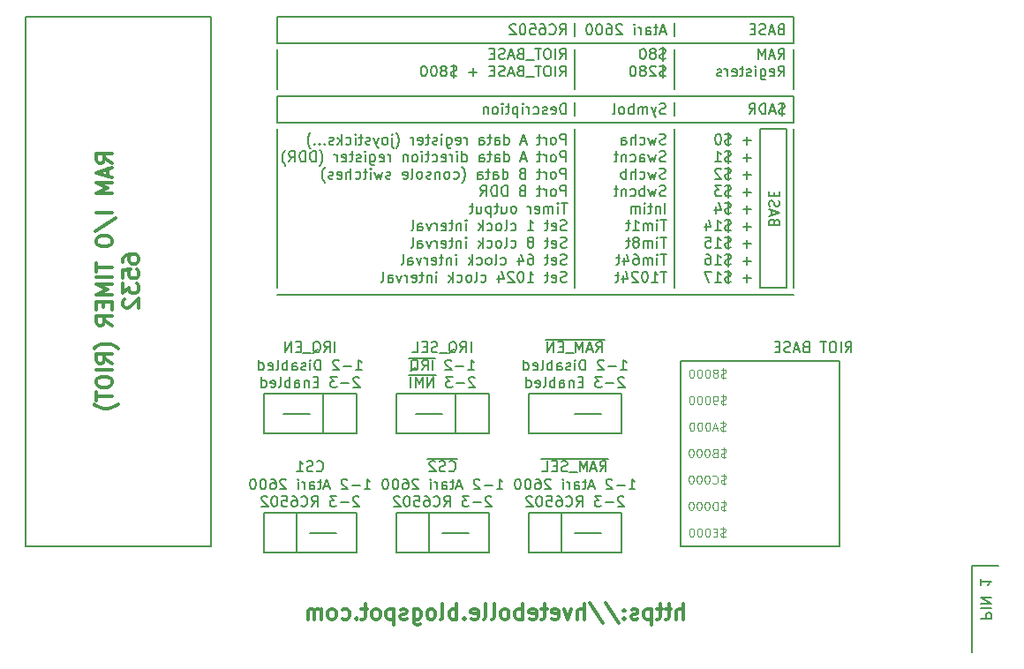
<source format=gbo>
G04 #@! TF.FileFunction,Legend,Bot*
%FSLAX46Y46*%
G04 Gerber Fmt 4.6, Leading zero omitted, Abs format (unit mm)*
G04 Created by KiCad (PCBNEW 4.0.7) date 02/14/19 13:46:31*
%MOMM*%
%LPD*%
G01*
G04 APERTURE LIST*
%ADD10C,0.100000*%
%ADD11C,0.300000*%
%ADD12C,0.200000*%
%ADD13C,0.150000*%
G04 APERTURE END LIST*
D10*
D11*
X121505001Y-141013571D02*
X121505001Y-139513571D01*
X120862144Y-141013571D02*
X120862144Y-140227857D01*
X120933573Y-140085000D01*
X121076430Y-140013571D01*
X121290715Y-140013571D01*
X121433573Y-140085000D01*
X121505001Y-140156429D01*
X120362144Y-140013571D02*
X119790715Y-140013571D01*
X120147858Y-139513571D02*
X120147858Y-140799286D01*
X120076430Y-140942143D01*
X119933572Y-141013571D01*
X119790715Y-141013571D01*
X119505001Y-140013571D02*
X118933572Y-140013571D01*
X119290715Y-139513571D02*
X119290715Y-140799286D01*
X119219287Y-140942143D01*
X119076429Y-141013571D01*
X118933572Y-141013571D01*
X118433572Y-140013571D02*
X118433572Y-141513571D01*
X118433572Y-140085000D02*
X118290715Y-140013571D01*
X118005001Y-140013571D01*
X117862144Y-140085000D01*
X117790715Y-140156429D01*
X117719286Y-140299286D01*
X117719286Y-140727857D01*
X117790715Y-140870714D01*
X117862144Y-140942143D01*
X118005001Y-141013571D01*
X118290715Y-141013571D01*
X118433572Y-140942143D01*
X117147858Y-140942143D02*
X117005001Y-141013571D01*
X116719286Y-141013571D01*
X116576429Y-140942143D01*
X116505001Y-140799286D01*
X116505001Y-140727857D01*
X116576429Y-140585000D01*
X116719286Y-140513571D01*
X116933572Y-140513571D01*
X117076429Y-140442143D01*
X117147858Y-140299286D01*
X117147858Y-140227857D01*
X117076429Y-140085000D01*
X116933572Y-140013571D01*
X116719286Y-140013571D01*
X116576429Y-140085000D01*
X115862143Y-140870714D02*
X115790715Y-140942143D01*
X115862143Y-141013571D01*
X115933572Y-140942143D01*
X115862143Y-140870714D01*
X115862143Y-141013571D01*
X115862143Y-140085000D02*
X115790715Y-140156429D01*
X115862143Y-140227857D01*
X115933572Y-140156429D01*
X115862143Y-140085000D01*
X115862143Y-140227857D01*
X114076429Y-139442143D02*
X115362143Y-141370714D01*
X112505000Y-139442143D02*
X113790714Y-141370714D01*
X112004999Y-141013571D02*
X112004999Y-139513571D01*
X111362142Y-141013571D02*
X111362142Y-140227857D01*
X111433571Y-140085000D01*
X111576428Y-140013571D01*
X111790713Y-140013571D01*
X111933571Y-140085000D01*
X112004999Y-140156429D01*
X110790713Y-140013571D02*
X110433570Y-141013571D01*
X110076428Y-140013571D01*
X108933571Y-140942143D02*
X109076428Y-141013571D01*
X109362142Y-141013571D01*
X109504999Y-140942143D01*
X109576428Y-140799286D01*
X109576428Y-140227857D01*
X109504999Y-140085000D01*
X109362142Y-140013571D01*
X109076428Y-140013571D01*
X108933571Y-140085000D01*
X108862142Y-140227857D01*
X108862142Y-140370714D01*
X109576428Y-140513571D01*
X108433571Y-140013571D02*
X107862142Y-140013571D01*
X108219285Y-139513571D02*
X108219285Y-140799286D01*
X108147857Y-140942143D01*
X108004999Y-141013571D01*
X107862142Y-141013571D01*
X106790714Y-140942143D02*
X106933571Y-141013571D01*
X107219285Y-141013571D01*
X107362142Y-140942143D01*
X107433571Y-140799286D01*
X107433571Y-140227857D01*
X107362142Y-140085000D01*
X107219285Y-140013571D01*
X106933571Y-140013571D01*
X106790714Y-140085000D01*
X106719285Y-140227857D01*
X106719285Y-140370714D01*
X107433571Y-140513571D01*
X106076428Y-141013571D02*
X106076428Y-139513571D01*
X106076428Y-140085000D02*
X105933571Y-140013571D01*
X105647857Y-140013571D01*
X105505000Y-140085000D01*
X105433571Y-140156429D01*
X105362142Y-140299286D01*
X105362142Y-140727857D01*
X105433571Y-140870714D01*
X105505000Y-140942143D01*
X105647857Y-141013571D01*
X105933571Y-141013571D01*
X106076428Y-140942143D01*
X104504999Y-141013571D02*
X104647857Y-140942143D01*
X104719285Y-140870714D01*
X104790714Y-140727857D01*
X104790714Y-140299286D01*
X104719285Y-140156429D01*
X104647857Y-140085000D01*
X104504999Y-140013571D01*
X104290714Y-140013571D01*
X104147857Y-140085000D01*
X104076428Y-140156429D01*
X104004999Y-140299286D01*
X104004999Y-140727857D01*
X104076428Y-140870714D01*
X104147857Y-140942143D01*
X104290714Y-141013571D01*
X104504999Y-141013571D01*
X103147856Y-141013571D02*
X103290714Y-140942143D01*
X103362142Y-140799286D01*
X103362142Y-139513571D01*
X102362142Y-141013571D02*
X102505000Y-140942143D01*
X102576428Y-140799286D01*
X102576428Y-139513571D01*
X101219286Y-140942143D02*
X101362143Y-141013571D01*
X101647857Y-141013571D01*
X101790714Y-140942143D01*
X101862143Y-140799286D01*
X101862143Y-140227857D01*
X101790714Y-140085000D01*
X101647857Y-140013571D01*
X101362143Y-140013571D01*
X101219286Y-140085000D01*
X101147857Y-140227857D01*
X101147857Y-140370714D01*
X101862143Y-140513571D01*
X100505000Y-140870714D02*
X100433572Y-140942143D01*
X100505000Y-141013571D01*
X100576429Y-140942143D01*
X100505000Y-140870714D01*
X100505000Y-141013571D01*
X99790714Y-141013571D02*
X99790714Y-139513571D01*
X99790714Y-140085000D02*
X99647857Y-140013571D01*
X99362143Y-140013571D01*
X99219286Y-140085000D01*
X99147857Y-140156429D01*
X99076428Y-140299286D01*
X99076428Y-140727857D01*
X99147857Y-140870714D01*
X99219286Y-140942143D01*
X99362143Y-141013571D01*
X99647857Y-141013571D01*
X99790714Y-140942143D01*
X98219285Y-141013571D02*
X98362143Y-140942143D01*
X98433571Y-140799286D01*
X98433571Y-139513571D01*
X97433571Y-141013571D02*
X97576429Y-140942143D01*
X97647857Y-140870714D01*
X97719286Y-140727857D01*
X97719286Y-140299286D01*
X97647857Y-140156429D01*
X97576429Y-140085000D01*
X97433571Y-140013571D01*
X97219286Y-140013571D01*
X97076429Y-140085000D01*
X97005000Y-140156429D01*
X96933571Y-140299286D01*
X96933571Y-140727857D01*
X97005000Y-140870714D01*
X97076429Y-140942143D01*
X97219286Y-141013571D01*
X97433571Y-141013571D01*
X95647857Y-140013571D02*
X95647857Y-141227857D01*
X95719286Y-141370714D01*
X95790714Y-141442143D01*
X95933571Y-141513571D01*
X96147857Y-141513571D01*
X96290714Y-141442143D01*
X95647857Y-140942143D02*
X95790714Y-141013571D01*
X96076428Y-141013571D01*
X96219286Y-140942143D01*
X96290714Y-140870714D01*
X96362143Y-140727857D01*
X96362143Y-140299286D01*
X96290714Y-140156429D01*
X96219286Y-140085000D01*
X96076428Y-140013571D01*
X95790714Y-140013571D01*
X95647857Y-140085000D01*
X95005000Y-140942143D02*
X94862143Y-141013571D01*
X94576428Y-141013571D01*
X94433571Y-140942143D01*
X94362143Y-140799286D01*
X94362143Y-140727857D01*
X94433571Y-140585000D01*
X94576428Y-140513571D01*
X94790714Y-140513571D01*
X94933571Y-140442143D01*
X95005000Y-140299286D01*
X95005000Y-140227857D01*
X94933571Y-140085000D01*
X94790714Y-140013571D01*
X94576428Y-140013571D01*
X94433571Y-140085000D01*
X93719285Y-140013571D02*
X93719285Y-141513571D01*
X93719285Y-140085000D02*
X93576428Y-140013571D01*
X93290714Y-140013571D01*
X93147857Y-140085000D01*
X93076428Y-140156429D01*
X93004999Y-140299286D01*
X93004999Y-140727857D01*
X93076428Y-140870714D01*
X93147857Y-140942143D01*
X93290714Y-141013571D01*
X93576428Y-141013571D01*
X93719285Y-140942143D01*
X92147856Y-141013571D02*
X92290714Y-140942143D01*
X92362142Y-140870714D01*
X92433571Y-140727857D01*
X92433571Y-140299286D01*
X92362142Y-140156429D01*
X92290714Y-140085000D01*
X92147856Y-140013571D01*
X91933571Y-140013571D01*
X91790714Y-140085000D01*
X91719285Y-140156429D01*
X91647856Y-140299286D01*
X91647856Y-140727857D01*
X91719285Y-140870714D01*
X91790714Y-140942143D01*
X91933571Y-141013571D01*
X92147856Y-141013571D01*
X91219285Y-140013571D02*
X90647856Y-140013571D01*
X91004999Y-139513571D02*
X91004999Y-140799286D01*
X90933571Y-140942143D01*
X90790713Y-141013571D01*
X90647856Y-141013571D01*
X90147856Y-140870714D02*
X90076428Y-140942143D01*
X90147856Y-141013571D01*
X90219285Y-140942143D01*
X90147856Y-140870714D01*
X90147856Y-141013571D01*
X88790713Y-140942143D02*
X88933570Y-141013571D01*
X89219284Y-141013571D01*
X89362142Y-140942143D01*
X89433570Y-140870714D01*
X89504999Y-140727857D01*
X89504999Y-140299286D01*
X89433570Y-140156429D01*
X89362142Y-140085000D01*
X89219284Y-140013571D01*
X88933570Y-140013571D01*
X88790713Y-140085000D01*
X87933570Y-141013571D02*
X88076428Y-140942143D01*
X88147856Y-140870714D01*
X88219285Y-140727857D01*
X88219285Y-140299286D01*
X88147856Y-140156429D01*
X88076428Y-140085000D01*
X87933570Y-140013571D01*
X87719285Y-140013571D01*
X87576428Y-140085000D01*
X87504999Y-140156429D01*
X87433570Y-140299286D01*
X87433570Y-140727857D01*
X87504999Y-140870714D01*
X87576428Y-140942143D01*
X87719285Y-141013571D01*
X87933570Y-141013571D01*
X86790713Y-141013571D02*
X86790713Y-140013571D01*
X86790713Y-140156429D02*
X86719285Y-140085000D01*
X86576427Y-140013571D01*
X86362142Y-140013571D01*
X86219285Y-140085000D01*
X86147856Y-140227857D01*
X86147856Y-141013571D01*
X86147856Y-140227857D02*
X86076427Y-140085000D01*
X85933570Y-140013571D01*
X85719285Y-140013571D01*
X85576427Y-140085000D01*
X85504999Y-140227857D01*
X85504999Y-141013571D01*
D12*
X132080000Y-89535000D02*
X132080000Y-90170000D01*
X120650000Y-90170000D02*
X120650000Y-89535000D01*
X111125000Y-90170000D02*
X111125000Y-89535000D01*
X82550000Y-89535000D02*
X82550000Y-90170000D01*
X120650000Y-85090000D02*
X120650000Y-83820000D01*
X111125000Y-85090000D02*
X111125000Y-83820000D01*
X111125000Y-91440000D02*
X111125000Y-92710000D01*
X120650000Y-91440000D02*
X120650000Y-92710000D01*
X82550000Y-109855000D02*
X132080000Y-109855000D01*
X82550000Y-93980000D02*
X82550000Y-109220000D01*
X82550000Y-86360000D02*
X82550000Y-89535000D01*
X132080000Y-89535000D02*
X132080000Y-86360000D01*
X132080000Y-109220000D02*
X132080000Y-93980000D01*
X120650000Y-93980000D02*
X120650000Y-109220000D01*
X120650000Y-86360000D02*
X120650000Y-89535000D01*
X111125000Y-89535000D02*
X111125000Y-86360000D01*
X111125000Y-93980000D02*
X111125000Y-109220000D01*
D13*
X110251905Y-92527381D02*
X110251905Y-91527381D01*
X110013810Y-91527381D01*
X109870952Y-91575000D01*
X109775714Y-91670238D01*
X109728095Y-91765476D01*
X109680476Y-91955952D01*
X109680476Y-92098810D01*
X109728095Y-92289286D01*
X109775714Y-92384524D01*
X109870952Y-92479762D01*
X110013810Y-92527381D01*
X110251905Y-92527381D01*
X108870952Y-92479762D02*
X108966190Y-92527381D01*
X109156667Y-92527381D01*
X109251905Y-92479762D01*
X109299524Y-92384524D01*
X109299524Y-92003571D01*
X109251905Y-91908333D01*
X109156667Y-91860714D01*
X108966190Y-91860714D01*
X108870952Y-91908333D01*
X108823333Y-92003571D01*
X108823333Y-92098810D01*
X109299524Y-92194048D01*
X108442381Y-92479762D02*
X108347143Y-92527381D01*
X108156667Y-92527381D01*
X108061428Y-92479762D01*
X108013809Y-92384524D01*
X108013809Y-92336905D01*
X108061428Y-92241667D01*
X108156667Y-92194048D01*
X108299524Y-92194048D01*
X108394762Y-92146429D01*
X108442381Y-92051190D01*
X108442381Y-92003571D01*
X108394762Y-91908333D01*
X108299524Y-91860714D01*
X108156667Y-91860714D01*
X108061428Y-91908333D01*
X107156666Y-92479762D02*
X107251904Y-92527381D01*
X107442381Y-92527381D01*
X107537619Y-92479762D01*
X107585238Y-92432143D01*
X107632857Y-92336905D01*
X107632857Y-92051190D01*
X107585238Y-91955952D01*
X107537619Y-91908333D01*
X107442381Y-91860714D01*
X107251904Y-91860714D01*
X107156666Y-91908333D01*
X106728095Y-92527381D02*
X106728095Y-91860714D01*
X106728095Y-92051190D02*
X106680476Y-91955952D01*
X106632857Y-91908333D01*
X106537619Y-91860714D01*
X106442380Y-91860714D01*
X106109047Y-92527381D02*
X106109047Y-91860714D01*
X106109047Y-91527381D02*
X106156666Y-91575000D01*
X106109047Y-91622619D01*
X106061428Y-91575000D01*
X106109047Y-91527381D01*
X106109047Y-91622619D01*
X105632857Y-91860714D02*
X105632857Y-92860714D01*
X105632857Y-91908333D02*
X105537619Y-91860714D01*
X105347142Y-91860714D01*
X105251904Y-91908333D01*
X105204285Y-91955952D01*
X105156666Y-92051190D01*
X105156666Y-92336905D01*
X105204285Y-92432143D01*
X105251904Y-92479762D01*
X105347142Y-92527381D01*
X105537619Y-92527381D01*
X105632857Y-92479762D01*
X104870952Y-91860714D02*
X104490000Y-91860714D01*
X104728095Y-91527381D02*
X104728095Y-92384524D01*
X104680476Y-92479762D01*
X104585238Y-92527381D01*
X104490000Y-92527381D01*
X104156666Y-92527381D02*
X104156666Y-91860714D01*
X104156666Y-91527381D02*
X104204285Y-91575000D01*
X104156666Y-91622619D01*
X104109047Y-91575000D01*
X104156666Y-91527381D01*
X104156666Y-91622619D01*
X103537619Y-92527381D02*
X103632857Y-92479762D01*
X103680476Y-92432143D01*
X103728095Y-92336905D01*
X103728095Y-92051190D01*
X103680476Y-91955952D01*
X103632857Y-91908333D01*
X103537619Y-91860714D01*
X103394761Y-91860714D01*
X103299523Y-91908333D01*
X103251904Y-91955952D01*
X103204285Y-92051190D01*
X103204285Y-92336905D01*
X103251904Y-92432143D01*
X103299523Y-92479762D01*
X103394761Y-92527381D01*
X103537619Y-92527381D01*
X102775714Y-91860714D02*
X102775714Y-92527381D01*
X102775714Y-91955952D02*
X102728095Y-91908333D01*
X102632857Y-91860714D01*
X102489999Y-91860714D01*
X102394761Y-91908333D01*
X102347142Y-92003571D01*
X102347142Y-92527381D01*
X119824524Y-92479762D02*
X119681667Y-92527381D01*
X119443571Y-92527381D01*
X119348333Y-92479762D01*
X119300714Y-92432143D01*
X119253095Y-92336905D01*
X119253095Y-92241667D01*
X119300714Y-92146429D01*
X119348333Y-92098810D01*
X119443571Y-92051190D01*
X119634048Y-92003571D01*
X119729286Y-91955952D01*
X119776905Y-91908333D01*
X119824524Y-91813095D01*
X119824524Y-91717857D01*
X119776905Y-91622619D01*
X119729286Y-91575000D01*
X119634048Y-91527381D01*
X119395952Y-91527381D01*
X119253095Y-91575000D01*
X118919762Y-91860714D02*
X118681667Y-92527381D01*
X118443571Y-91860714D02*
X118681667Y-92527381D01*
X118776905Y-92765476D01*
X118824524Y-92813095D01*
X118919762Y-92860714D01*
X118062619Y-92527381D02*
X118062619Y-91860714D01*
X118062619Y-91955952D02*
X118015000Y-91908333D01*
X117919762Y-91860714D01*
X117776904Y-91860714D01*
X117681666Y-91908333D01*
X117634047Y-92003571D01*
X117634047Y-92527381D01*
X117634047Y-92003571D02*
X117586428Y-91908333D01*
X117491190Y-91860714D01*
X117348333Y-91860714D01*
X117253095Y-91908333D01*
X117205476Y-92003571D01*
X117205476Y-92527381D01*
X116729286Y-92527381D02*
X116729286Y-91527381D01*
X116729286Y-91908333D02*
X116634048Y-91860714D01*
X116443571Y-91860714D01*
X116348333Y-91908333D01*
X116300714Y-91955952D01*
X116253095Y-92051190D01*
X116253095Y-92336905D01*
X116300714Y-92432143D01*
X116348333Y-92479762D01*
X116443571Y-92527381D01*
X116634048Y-92527381D01*
X116729286Y-92479762D01*
X115681667Y-92527381D02*
X115776905Y-92479762D01*
X115824524Y-92432143D01*
X115872143Y-92336905D01*
X115872143Y-92051190D01*
X115824524Y-91955952D01*
X115776905Y-91908333D01*
X115681667Y-91860714D01*
X115538809Y-91860714D01*
X115443571Y-91908333D01*
X115395952Y-91955952D01*
X115348333Y-92051190D01*
X115348333Y-92336905D01*
X115395952Y-92432143D01*
X115443571Y-92479762D01*
X115538809Y-92527381D01*
X115681667Y-92527381D01*
X114776905Y-92527381D02*
X114872143Y-92479762D01*
X114919762Y-92384524D01*
X114919762Y-91527381D01*
X131254524Y-92479762D02*
X131111667Y-92527381D01*
X130873571Y-92527381D01*
X130778333Y-92479762D01*
X130730714Y-92432143D01*
X130683095Y-92336905D01*
X130683095Y-92241667D01*
X130730714Y-92146429D01*
X130778333Y-92098810D01*
X130873571Y-92051190D01*
X131064048Y-92003571D01*
X131159286Y-91955952D01*
X131206905Y-91908333D01*
X131254524Y-91813095D01*
X131254524Y-91717857D01*
X131206905Y-91622619D01*
X131159286Y-91575000D01*
X131064048Y-91527381D01*
X130825952Y-91527381D01*
X130683095Y-91575000D01*
X130968810Y-91384524D02*
X130968810Y-92670238D01*
X130302143Y-92241667D02*
X129825952Y-92241667D01*
X130397381Y-92527381D02*
X130064048Y-91527381D01*
X129730714Y-92527381D01*
X129397381Y-92527381D02*
X129397381Y-91527381D01*
X129159286Y-91527381D01*
X129016428Y-91575000D01*
X128921190Y-91670238D01*
X128873571Y-91765476D01*
X128825952Y-91955952D01*
X128825952Y-92098810D01*
X128873571Y-92289286D01*
X128921190Y-92384524D01*
X129016428Y-92479762D01*
X129159286Y-92527381D01*
X129397381Y-92527381D01*
X127825952Y-92527381D02*
X128159286Y-92051190D01*
X128397381Y-92527381D02*
X128397381Y-91527381D01*
X128016428Y-91527381D01*
X127921190Y-91575000D01*
X127873571Y-91622619D01*
X127825952Y-91717857D01*
X127825952Y-91860714D01*
X127873571Y-91955952D01*
X127921190Y-92003571D01*
X128016428Y-92051190D01*
X128397381Y-92051190D01*
D12*
X82550000Y-90805000D02*
X82550000Y-93345000D01*
X132080000Y-90805000D02*
X82550000Y-90805000D01*
X132080000Y-93345000D02*
X132080000Y-90805000D01*
X132080000Y-93345000D02*
X82550000Y-93345000D01*
X82550000Y-85725000D02*
X82550000Y-83185000D01*
D13*
X109680476Y-87257381D02*
X110013810Y-86781190D01*
X110251905Y-87257381D02*
X110251905Y-86257381D01*
X109870952Y-86257381D01*
X109775714Y-86305000D01*
X109728095Y-86352619D01*
X109680476Y-86447857D01*
X109680476Y-86590714D01*
X109728095Y-86685952D01*
X109775714Y-86733571D01*
X109870952Y-86781190D01*
X110251905Y-86781190D01*
X109251905Y-87257381D02*
X109251905Y-86257381D01*
X108585239Y-86257381D02*
X108394762Y-86257381D01*
X108299524Y-86305000D01*
X108204286Y-86400238D01*
X108156667Y-86590714D01*
X108156667Y-86924048D01*
X108204286Y-87114524D01*
X108299524Y-87209762D01*
X108394762Y-87257381D01*
X108585239Y-87257381D01*
X108680477Y-87209762D01*
X108775715Y-87114524D01*
X108823334Y-86924048D01*
X108823334Y-86590714D01*
X108775715Y-86400238D01*
X108680477Y-86305000D01*
X108585239Y-86257381D01*
X107870953Y-86257381D02*
X107299524Y-86257381D01*
X107585239Y-87257381D02*
X107585239Y-86257381D01*
X107204286Y-87352619D02*
X106442381Y-87352619D01*
X105870952Y-86733571D02*
X105728095Y-86781190D01*
X105680476Y-86828810D01*
X105632857Y-86924048D01*
X105632857Y-87066905D01*
X105680476Y-87162143D01*
X105728095Y-87209762D01*
X105823333Y-87257381D01*
X106204286Y-87257381D01*
X106204286Y-86257381D01*
X105870952Y-86257381D01*
X105775714Y-86305000D01*
X105728095Y-86352619D01*
X105680476Y-86447857D01*
X105680476Y-86543095D01*
X105728095Y-86638333D01*
X105775714Y-86685952D01*
X105870952Y-86733571D01*
X106204286Y-86733571D01*
X105251905Y-86971667D02*
X104775714Y-86971667D01*
X105347143Y-87257381D02*
X105013810Y-86257381D01*
X104680476Y-87257381D01*
X104394762Y-87209762D02*
X104251905Y-87257381D01*
X104013809Y-87257381D01*
X103918571Y-87209762D01*
X103870952Y-87162143D01*
X103823333Y-87066905D01*
X103823333Y-86971667D01*
X103870952Y-86876429D01*
X103918571Y-86828810D01*
X104013809Y-86781190D01*
X104204286Y-86733571D01*
X104299524Y-86685952D01*
X104347143Y-86638333D01*
X104394762Y-86543095D01*
X104394762Y-86447857D01*
X104347143Y-86352619D01*
X104299524Y-86305000D01*
X104204286Y-86257381D01*
X103966190Y-86257381D01*
X103823333Y-86305000D01*
X103394762Y-86733571D02*
X103061428Y-86733571D01*
X102918571Y-87257381D02*
X103394762Y-87257381D01*
X103394762Y-86257381D01*
X102918571Y-86257381D01*
X109680476Y-88907381D02*
X110013810Y-88431190D01*
X110251905Y-88907381D02*
X110251905Y-87907381D01*
X109870952Y-87907381D01*
X109775714Y-87955000D01*
X109728095Y-88002619D01*
X109680476Y-88097857D01*
X109680476Y-88240714D01*
X109728095Y-88335952D01*
X109775714Y-88383571D01*
X109870952Y-88431190D01*
X110251905Y-88431190D01*
X109251905Y-88907381D02*
X109251905Y-87907381D01*
X108585239Y-87907381D02*
X108394762Y-87907381D01*
X108299524Y-87955000D01*
X108204286Y-88050238D01*
X108156667Y-88240714D01*
X108156667Y-88574048D01*
X108204286Y-88764524D01*
X108299524Y-88859762D01*
X108394762Y-88907381D01*
X108585239Y-88907381D01*
X108680477Y-88859762D01*
X108775715Y-88764524D01*
X108823334Y-88574048D01*
X108823334Y-88240714D01*
X108775715Y-88050238D01*
X108680477Y-87955000D01*
X108585239Y-87907381D01*
X107870953Y-87907381D02*
X107299524Y-87907381D01*
X107585239Y-88907381D02*
X107585239Y-87907381D01*
X107204286Y-89002619D02*
X106442381Y-89002619D01*
X105870952Y-88383571D02*
X105728095Y-88431190D01*
X105680476Y-88478810D01*
X105632857Y-88574048D01*
X105632857Y-88716905D01*
X105680476Y-88812143D01*
X105728095Y-88859762D01*
X105823333Y-88907381D01*
X106204286Y-88907381D01*
X106204286Y-87907381D01*
X105870952Y-87907381D01*
X105775714Y-87955000D01*
X105728095Y-88002619D01*
X105680476Y-88097857D01*
X105680476Y-88193095D01*
X105728095Y-88288333D01*
X105775714Y-88335952D01*
X105870952Y-88383571D01*
X106204286Y-88383571D01*
X105251905Y-88621667D02*
X104775714Y-88621667D01*
X105347143Y-88907381D02*
X105013810Y-87907381D01*
X104680476Y-88907381D01*
X104394762Y-88859762D02*
X104251905Y-88907381D01*
X104013809Y-88907381D01*
X103918571Y-88859762D01*
X103870952Y-88812143D01*
X103823333Y-88716905D01*
X103823333Y-88621667D01*
X103870952Y-88526429D01*
X103918571Y-88478810D01*
X104013809Y-88431190D01*
X104204286Y-88383571D01*
X104299524Y-88335952D01*
X104347143Y-88288333D01*
X104394762Y-88193095D01*
X104394762Y-88097857D01*
X104347143Y-88002619D01*
X104299524Y-87955000D01*
X104204286Y-87907381D01*
X103966190Y-87907381D01*
X103823333Y-87955000D01*
X103394762Y-88383571D02*
X103061428Y-88383571D01*
X102918571Y-88907381D02*
X103394762Y-88907381D01*
X103394762Y-87907381D01*
X102918571Y-87907381D01*
X101728095Y-88526429D02*
X100966190Y-88526429D01*
X101347142Y-88907381D02*
X101347142Y-88145476D01*
X99775714Y-88859762D02*
X99632857Y-88907381D01*
X99394761Y-88907381D01*
X99299523Y-88859762D01*
X99251904Y-88812143D01*
X99204285Y-88716905D01*
X99204285Y-88621667D01*
X99251904Y-88526429D01*
X99299523Y-88478810D01*
X99394761Y-88431190D01*
X99585238Y-88383571D01*
X99680476Y-88335952D01*
X99728095Y-88288333D01*
X99775714Y-88193095D01*
X99775714Y-88097857D01*
X99728095Y-88002619D01*
X99680476Y-87955000D01*
X99585238Y-87907381D01*
X99347142Y-87907381D01*
X99204285Y-87955000D01*
X99490000Y-87764524D02*
X99490000Y-89050238D01*
X98632857Y-88335952D02*
X98728095Y-88288333D01*
X98775714Y-88240714D01*
X98823333Y-88145476D01*
X98823333Y-88097857D01*
X98775714Y-88002619D01*
X98728095Y-87955000D01*
X98632857Y-87907381D01*
X98442380Y-87907381D01*
X98347142Y-87955000D01*
X98299523Y-88002619D01*
X98251904Y-88097857D01*
X98251904Y-88145476D01*
X98299523Y-88240714D01*
X98347142Y-88288333D01*
X98442380Y-88335952D01*
X98632857Y-88335952D01*
X98728095Y-88383571D01*
X98775714Y-88431190D01*
X98823333Y-88526429D01*
X98823333Y-88716905D01*
X98775714Y-88812143D01*
X98728095Y-88859762D01*
X98632857Y-88907381D01*
X98442380Y-88907381D01*
X98347142Y-88859762D01*
X98299523Y-88812143D01*
X98251904Y-88716905D01*
X98251904Y-88526429D01*
X98299523Y-88431190D01*
X98347142Y-88383571D01*
X98442380Y-88335952D01*
X97632857Y-87907381D02*
X97537618Y-87907381D01*
X97442380Y-87955000D01*
X97394761Y-88002619D01*
X97347142Y-88097857D01*
X97299523Y-88288333D01*
X97299523Y-88526429D01*
X97347142Y-88716905D01*
X97394761Y-88812143D01*
X97442380Y-88859762D01*
X97537618Y-88907381D01*
X97632857Y-88907381D01*
X97728095Y-88859762D01*
X97775714Y-88812143D01*
X97823333Y-88716905D01*
X97870952Y-88526429D01*
X97870952Y-88288333D01*
X97823333Y-88097857D01*
X97775714Y-88002619D01*
X97728095Y-87955000D01*
X97632857Y-87907381D01*
X96680476Y-87907381D02*
X96585237Y-87907381D01*
X96489999Y-87955000D01*
X96442380Y-88002619D01*
X96394761Y-88097857D01*
X96347142Y-88288333D01*
X96347142Y-88526429D01*
X96394761Y-88716905D01*
X96442380Y-88812143D01*
X96489999Y-88859762D01*
X96585237Y-88907381D01*
X96680476Y-88907381D01*
X96775714Y-88859762D01*
X96823333Y-88812143D01*
X96870952Y-88716905D01*
X96918571Y-88526429D01*
X96918571Y-88288333D01*
X96870952Y-88097857D01*
X96823333Y-88002619D01*
X96775714Y-87955000D01*
X96680476Y-87907381D01*
X119824524Y-87209762D02*
X119681667Y-87257381D01*
X119443571Y-87257381D01*
X119348333Y-87209762D01*
X119300714Y-87162143D01*
X119253095Y-87066905D01*
X119253095Y-86971667D01*
X119300714Y-86876429D01*
X119348333Y-86828810D01*
X119443571Y-86781190D01*
X119634048Y-86733571D01*
X119729286Y-86685952D01*
X119776905Y-86638333D01*
X119824524Y-86543095D01*
X119824524Y-86447857D01*
X119776905Y-86352619D01*
X119729286Y-86305000D01*
X119634048Y-86257381D01*
X119395952Y-86257381D01*
X119253095Y-86305000D01*
X119538810Y-86114524D02*
X119538810Y-87400238D01*
X118681667Y-86685952D02*
X118776905Y-86638333D01*
X118824524Y-86590714D01*
X118872143Y-86495476D01*
X118872143Y-86447857D01*
X118824524Y-86352619D01*
X118776905Y-86305000D01*
X118681667Y-86257381D01*
X118491190Y-86257381D01*
X118395952Y-86305000D01*
X118348333Y-86352619D01*
X118300714Y-86447857D01*
X118300714Y-86495476D01*
X118348333Y-86590714D01*
X118395952Y-86638333D01*
X118491190Y-86685952D01*
X118681667Y-86685952D01*
X118776905Y-86733571D01*
X118824524Y-86781190D01*
X118872143Y-86876429D01*
X118872143Y-87066905D01*
X118824524Y-87162143D01*
X118776905Y-87209762D01*
X118681667Y-87257381D01*
X118491190Y-87257381D01*
X118395952Y-87209762D01*
X118348333Y-87162143D01*
X118300714Y-87066905D01*
X118300714Y-86876429D01*
X118348333Y-86781190D01*
X118395952Y-86733571D01*
X118491190Y-86685952D01*
X117681667Y-86257381D02*
X117586428Y-86257381D01*
X117491190Y-86305000D01*
X117443571Y-86352619D01*
X117395952Y-86447857D01*
X117348333Y-86638333D01*
X117348333Y-86876429D01*
X117395952Y-87066905D01*
X117443571Y-87162143D01*
X117491190Y-87209762D01*
X117586428Y-87257381D01*
X117681667Y-87257381D01*
X117776905Y-87209762D01*
X117824524Y-87162143D01*
X117872143Y-87066905D01*
X117919762Y-86876429D01*
X117919762Y-86638333D01*
X117872143Y-86447857D01*
X117824524Y-86352619D01*
X117776905Y-86305000D01*
X117681667Y-86257381D01*
X119824524Y-88859762D02*
X119681667Y-88907381D01*
X119443571Y-88907381D01*
X119348333Y-88859762D01*
X119300714Y-88812143D01*
X119253095Y-88716905D01*
X119253095Y-88621667D01*
X119300714Y-88526429D01*
X119348333Y-88478810D01*
X119443571Y-88431190D01*
X119634048Y-88383571D01*
X119729286Y-88335952D01*
X119776905Y-88288333D01*
X119824524Y-88193095D01*
X119824524Y-88097857D01*
X119776905Y-88002619D01*
X119729286Y-87955000D01*
X119634048Y-87907381D01*
X119395952Y-87907381D01*
X119253095Y-87955000D01*
X119538810Y-87764524D02*
X119538810Y-89050238D01*
X118872143Y-88002619D02*
X118824524Y-87955000D01*
X118729286Y-87907381D01*
X118491190Y-87907381D01*
X118395952Y-87955000D01*
X118348333Y-88002619D01*
X118300714Y-88097857D01*
X118300714Y-88193095D01*
X118348333Y-88335952D01*
X118919762Y-88907381D01*
X118300714Y-88907381D01*
X117729286Y-88335952D02*
X117824524Y-88288333D01*
X117872143Y-88240714D01*
X117919762Y-88145476D01*
X117919762Y-88097857D01*
X117872143Y-88002619D01*
X117824524Y-87955000D01*
X117729286Y-87907381D01*
X117538809Y-87907381D01*
X117443571Y-87955000D01*
X117395952Y-88002619D01*
X117348333Y-88097857D01*
X117348333Y-88145476D01*
X117395952Y-88240714D01*
X117443571Y-88288333D01*
X117538809Y-88335952D01*
X117729286Y-88335952D01*
X117824524Y-88383571D01*
X117872143Y-88431190D01*
X117919762Y-88526429D01*
X117919762Y-88716905D01*
X117872143Y-88812143D01*
X117824524Y-88859762D01*
X117729286Y-88907381D01*
X117538809Y-88907381D01*
X117443571Y-88859762D01*
X117395952Y-88812143D01*
X117348333Y-88716905D01*
X117348333Y-88526429D01*
X117395952Y-88431190D01*
X117443571Y-88383571D01*
X117538809Y-88335952D01*
X116729286Y-87907381D02*
X116634047Y-87907381D01*
X116538809Y-87955000D01*
X116491190Y-88002619D01*
X116443571Y-88097857D01*
X116395952Y-88288333D01*
X116395952Y-88526429D01*
X116443571Y-88716905D01*
X116491190Y-88812143D01*
X116538809Y-88859762D01*
X116634047Y-88907381D01*
X116729286Y-88907381D01*
X116824524Y-88859762D01*
X116872143Y-88812143D01*
X116919762Y-88716905D01*
X116967381Y-88526429D01*
X116967381Y-88288333D01*
X116919762Y-88097857D01*
X116872143Y-88002619D01*
X116824524Y-87955000D01*
X116729286Y-87907381D01*
X130635476Y-87257381D02*
X130968810Y-86781190D01*
X131206905Y-87257381D02*
X131206905Y-86257381D01*
X130825952Y-86257381D01*
X130730714Y-86305000D01*
X130683095Y-86352619D01*
X130635476Y-86447857D01*
X130635476Y-86590714D01*
X130683095Y-86685952D01*
X130730714Y-86733571D01*
X130825952Y-86781190D01*
X131206905Y-86781190D01*
X130254524Y-86971667D02*
X129778333Y-86971667D01*
X130349762Y-87257381D02*
X130016429Y-86257381D01*
X129683095Y-87257381D01*
X129349762Y-87257381D02*
X129349762Y-86257381D01*
X129016428Y-86971667D01*
X128683095Y-86257381D01*
X128683095Y-87257381D01*
X130635476Y-88907381D02*
X130968810Y-88431190D01*
X131206905Y-88907381D02*
X131206905Y-87907381D01*
X130825952Y-87907381D01*
X130730714Y-87955000D01*
X130683095Y-88002619D01*
X130635476Y-88097857D01*
X130635476Y-88240714D01*
X130683095Y-88335952D01*
X130730714Y-88383571D01*
X130825952Y-88431190D01*
X131206905Y-88431190D01*
X129825952Y-88859762D02*
X129921190Y-88907381D01*
X130111667Y-88907381D01*
X130206905Y-88859762D01*
X130254524Y-88764524D01*
X130254524Y-88383571D01*
X130206905Y-88288333D01*
X130111667Y-88240714D01*
X129921190Y-88240714D01*
X129825952Y-88288333D01*
X129778333Y-88383571D01*
X129778333Y-88478810D01*
X130254524Y-88574048D01*
X128921190Y-88240714D02*
X128921190Y-89050238D01*
X128968809Y-89145476D01*
X129016428Y-89193095D01*
X129111667Y-89240714D01*
X129254524Y-89240714D01*
X129349762Y-89193095D01*
X128921190Y-88859762D02*
X129016428Y-88907381D01*
X129206905Y-88907381D01*
X129302143Y-88859762D01*
X129349762Y-88812143D01*
X129397381Y-88716905D01*
X129397381Y-88431190D01*
X129349762Y-88335952D01*
X129302143Y-88288333D01*
X129206905Y-88240714D01*
X129016428Y-88240714D01*
X128921190Y-88288333D01*
X128445000Y-88907381D02*
X128445000Y-88240714D01*
X128445000Y-87907381D02*
X128492619Y-87955000D01*
X128445000Y-88002619D01*
X128397381Y-87955000D01*
X128445000Y-87907381D01*
X128445000Y-88002619D01*
X128016429Y-88859762D02*
X127921191Y-88907381D01*
X127730715Y-88907381D01*
X127635476Y-88859762D01*
X127587857Y-88764524D01*
X127587857Y-88716905D01*
X127635476Y-88621667D01*
X127730715Y-88574048D01*
X127873572Y-88574048D01*
X127968810Y-88526429D01*
X128016429Y-88431190D01*
X128016429Y-88383571D01*
X127968810Y-88288333D01*
X127873572Y-88240714D01*
X127730715Y-88240714D01*
X127635476Y-88288333D01*
X127302143Y-88240714D02*
X126921191Y-88240714D01*
X127159286Y-87907381D02*
X127159286Y-88764524D01*
X127111667Y-88859762D01*
X127016429Y-88907381D01*
X126921191Y-88907381D01*
X126206904Y-88859762D02*
X126302142Y-88907381D01*
X126492619Y-88907381D01*
X126587857Y-88859762D01*
X126635476Y-88764524D01*
X126635476Y-88383571D01*
X126587857Y-88288333D01*
X126492619Y-88240714D01*
X126302142Y-88240714D01*
X126206904Y-88288333D01*
X126159285Y-88383571D01*
X126159285Y-88478810D01*
X126635476Y-88574048D01*
X125730714Y-88907381D02*
X125730714Y-88240714D01*
X125730714Y-88431190D02*
X125683095Y-88335952D01*
X125635476Y-88288333D01*
X125540238Y-88240714D01*
X125444999Y-88240714D01*
X125159285Y-88859762D02*
X125064047Y-88907381D01*
X124873571Y-88907381D01*
X124778332Y-88859762D01*
X124730713Y-88764524D01*
X124730713Y-88716905D01*
X124778332Y-88621667D01*
X124873571Y-88574048D01*
X125016428Y-88574048D01*
X125111666Y-88526429D01*
X125159285Y-88431190D01*
X125159285Y-88383571D01*
X125111666Y-88288333D01*
X125016428Y-88240714D01*
X124873571Y-88240714D01*
X124778332Y-88288333D01*
D12*
X132080000Y-83185000D02*
X132080000Y-85725000D01*
X82550000Y-83185000D02*
X132080000Y-83185000D01*
X82550000Y-85725000D02*
X82550000Y-83185000D01*
X132080000Y-85725000D02*
X82550000Y-85725000D01*
X128905000Y-93980000D02*
X128905000Y-109220000D01*
X131445000Y-93980000D02*
X128905000Y-93980000D01*
X131445000Y-109220000D02*
X131445000Y-93980000D01*
X128905000Y-109220000D02*
X131445000Y-109220000D01*
D13*
X130246429Y-102885714D02*
X130198810Y-102742857D01*
X130151190Y-102695238D01*
X130055952Y-102647619D01*
X129913095Y-102647619D01*
X129817857Y-102695238D01*
X129770238Y-102742857D01*
X129722619Y-102838095D01*
X129722619Y-103219048D01*
X130722619Y-103219048D01*
X130722619Y-102885714D01*
X130675000Y-102790476D01*
X130627381Y-102742857D01*
X130532143Y-102695238D01*
X130436905Y-102695238D01*
X130341667Y-102742857D01*
X130294048Y-102790476D01*
X130246429Y-102885714D01*
X130246429Y-103219048D01*
X130008333Y-102266667D02*
X130008333Y-101790476D01*
X129722619Y-102361905D02*
X130722619Y-102028572D01*
X129722619Y-101695238D01*
X129770238Y-101409524D02*
X129722619Y-101266667D01*
X129722619Y-101028571D01*
X129770238Y-100933333D01*
X129817857Y-100885714D01*
X129913095Y-100838095D01*
X130008333Y-100838095D01*
X130103571Y-100885714D01*
X130151190Y-100933333D01*
X130198810Y-101028571D01*
X130246429Y-101219048D01*
X130294048Y-101314286D01*
X130341667Y-101361905D01*
X130436905Y-101409524D01*
X130532143Y-101409524D01*
X130627381Y-101361905D01*
X130675000Y-101314286D01*
X130722619Y-101219048D01*
X130722619Y-100980952D01*
X130675000Y-100838095D01*
X130246429Y-100409524D02*
X130246429Y-100076190D01*
X129722619Y-99933333D02*
X129722619Y-100409524D01*
X130722619Y-100409524D01*
X130722619Y-99933333D01*
X110251905Y-95452381D02*
X110251905Y-94452381D01*
X109870952Y-94452381D01*
X109775714Y-94500000D01*
X109728095Y-94547619D01*
X109680476Y-94642857D01*
X109680476Y-94785714D01*
X109728095Y-94880952D01*
X109775714Y-94928571D01*
X109870952Y-94976190D01*
X110251905Y-94976190D01*
X109109048Y-95452381D02*
X109204286Y-95404762D01*
X109251905Y-95357143D01*
X109299524Y-95261905D01*
X109299524Y-94976190D01*
X109251905Y-94880952D01*
X109204286Y-94833333D01*
X109109048Y-94785714D01*
X108966190Y-94785714D01*
X108870952Y-94833333D01*
X108823333Y-94880952D01*
X108775714Y-94976190D01*
X108775714Y-95261905D01*
X108823333Y-95357143D01*
X108870952Y-95404762D01*
X108966190Y-95452381D01*
X109109048Y-95452381D01*
X108347143Y-95452381D02*
X108347143Y-94785714D01*
X108347143Y-94976190D02*
X108299524Y-94880952D01*
X108251905Y-94833333D01*
X108156667Y-94785714D01*
X108061428Y-94785714D01*
X107870952Y-94785714D02*
X107490000Y-94785714D01*
X107728095Y-94452381D02*
X107728095Y-95309524D01*
X107680476Y-95404762D01*
X107585238Y-95452381D01*
X107490000Y-95452381D01*
X106442380Y-95166667D02*
X105966189Y-95166667D01*
X106537618Y-95452381D02*
X106204285Y-94452381D01*
X105870951Y-95452381D01*
X104347141Y-95452381D02*
X104347141Y-94452381D01*
X104347141Y-95404762D02*
X104442379Y-95452381D01*
X104632856Y-95452381D01*
X104728094Y-95404762D01*
X104775713Y-95357143D01*
X104823332Y-95261905D01*
X104823332Y-94976190D01*
X104775713Y-94880952D01*
X104728094Y-94833333D01*
X104632856Y-94785714D01*
X104442379Y-94785714D01*
X104347141Y-94833333D01*
X103442379Y-95452381D02*
X103442379Y-94928571D01*
X103489998Y-94833333D01*
X103585236Y-94785714D01*
X103775713Y-94785714D01*
X103870951Y-94833333D01*
X103442379Y-95404762D02*
X103537617Y-95452381D01*
X103775713Y-95452381D01*
X103870951Y-95404762D01*
X103918570Y-95309524D01*
X103918570Y-95214286D01*
X103870951Y-95119048D01*
X103775713Y-95071429D01*
X103537617Y-95071429D01*
X103442379Y-95023810D01*
X103109046Y-94785714D02*
X102728094Y-94785714D01*
X102966189Y-94452381D02*
X102966189Y-95309524D01*
X102918570Y-95404762D01*
X102823332Y-95452381D01*
X102728094Y-95452381D01*
X101966188Y-95452381D02*
X101966188Y-94928571D01*
X102013807Y-94833333D01*
X102109045Y-94785714D01*
X102299522Y-94785714D01*
X102394760Y-94833333D01*
X101966188Y-95404762D02*
X102061426Y-95452381D01*
X102299522Y-95452381D01*
X102394760Y-95404762D01*
X102442379Y-95309524D01*
X102442379Y-95214286D01*
X102394760Y-95119048D01*
X102299522Y-95071429D01*
X102061426Y-95071429D01*
X101966188Y-95023810D01*
X100728093Y-95452381D02*
X100728093Y-94785714D01*
X100728093Y-94976190D02*
X100680474Y-94880952D01*
X100632855Y-94833333D01*
X100537617Y-94785714D01*
X100442378Y-94785714D01*
X99728092Y-95404762D02*
X99823330Y-95452381D01*
X100013807Y-95452381D01*
X100109045Y-95404762D01*
X100156664Y-95309524D01*
X100156664Y-94928571D01*
X100109045Y-94833333D01*
X100013807Y-94785714D01*
X99823330Y-94785714D01*
X99728092Y-94833333D01*
X99680473Y-94928571D01*
X99680473Y-95023810D01*
X100156664Y-95119048D01*
X98823330Y-94785714D02*
X98823330Y-95595238D01*
X98870949Y-95690476D01*
X98918568Y-95738095D01*
X99013807Y-95785714D01*
X99156664Y-95785714D01*
X99251902Y-95738095D01*
X98823330Y-95404762D02*
X98918568Y-95452381D01*
X99109045Y-95452381D01*
X99204283Y-95404762D01*
X99251902Y-95357143D01*
X99299521Y-95261905D01*
X99299521Y-94976190D01*
X99251902Y-94880952D01*
X99204283Y-94833333D01*
X99109045Y-94785714D01*
X98918568Y-94785714D01*
X98823330Y-94833333D01*
X98347140Y-95452381D02*
X98347140Y-94785714D01*
X98347140Y-94452381D02*
X98394759Y-94500000D01*
X98347140Y-94547619D01*
X98299521Y-94500000D01*
X98347140Y-94452381D01*
X98347140Y-94547619D01*
X97918569Y-95404762D02*
X97823331Y-95452381D01*
X97632855Y-95452381D01*
X97537616Y-95404762D01*
X97489997Y-95309524D01*
X97489997Y-95261905D01*
X97537616Y-95166667D01*
X97632855Y-95119048D01*
X97775712Y-95119048D01*
X97870950Y-95071429D01*
X97918569Y-94976190D01*
X97918569Y-94928571D01*
X97870950Y-94833333D01*
X97775712Y-94785714D01*
X97632855Y-94785714D01*
X97537616Y-94833333D01*
X97204283Y-94785714D02*
X96823331Y-94785714D01*
X97061426Y-94452381D02*
X97061426Y-95309524D01*
X97013807Y-95404762D01*
X96918569Y-95452381D01*
X96823331Y-95452381D01*
X96109044Y-95404762D02*
X96204282Y-95452381D01*
X96394759Y-95452381D01*
X96489997Y-95404762D01*
X96537616Y-95309524D01*
X96537616Y-94928571D01*
X96489997Y-94833333D01*
X96394759Y-94785714D01*
X96204282Y-94785714D01*
X96109044Y-94833333D01*
X96061425Y-94928571D01*
X96061425Y-95023810D01*
X96537616Y-95119048D01*
X95632854Y-95452381D02*
X95632854Y-94785714D01*
X95632854Y-94976190D02*
X95585235Y-94880952D01*
X95537616Y-94833333D01*
X95442378Y-94785714D01*
X95347139Y-94785714D01*
X93966186Y-95833333D02*
X94013806Y-95785714D01*
X94109044Y-95642857D01*
X94156663Y-95547619D01*
X94204282Y-95404762D01*
X94251901Y-95166667D01*
X94251901Y-94976190D01*
X94204282Y-94738095D01*
X94156663Y-94595238D01*
X94109044Y-94500000D01*
X94013806Y-94357143D01*
X93966186Y-94309524D01*
X93585234Y-94785714D02*
X93585234Y-95642857D01*
X93632853Y-95738095D01*
X93728091Y-95785714D01*
X93775710Y-95785714D01*
X93585234Y-94452381D02*
X93632853Y-94500000D01*
X93585234Y-94547619D01*
X93537615Y-94500000D01*
X93585234Y-94452381D01*
X93585234Y-94547619D01*
X92966187Y-95452381D02*
X93061425Y-95404762D01*
X93109044Y-95357143D01*
X93156663Y-95261905D01*
X93156663Y-94976190D01*
X93109044Y-94880952D01*
X93061425Y-94833333D01*
X92966187Y-94785714D01*
X92823329Y-94785714D01*
X92728091Y-94833333D01*
X92680472Y-94880952D01*
X92632853Y-94976190D01*
X92632853Y-95261905D01*
X92680472Y-95357143D01*
X92728091Y-95404762D01*
X92823329Y-95452381D01*
X92966187Y-95452381D01*
X92299520Y-94785714D02*
X92061425Y-95452381D01*
X91823329Y-94785714D02*
X92061425Y-95452381D01*
X92156663Y-95690476D01*
X92204282Y-95738095D01*
X92299520Y-95785714D01*
X91489996Y-95404762D02*
X91394758Y-95452381D01*
X91204282Y-95452381D01*
X91109043Y-95404762D01*
X91061424Y-95309524D01*
X91061424Y-95261905D01*
X91109043Y-95166667D01*
X91204282Y-95119048D01*
X91347139Y-95119048D01*
X91442377Y-95071429D01*
X91489996Y-94976190D01*
X91489996Y-94928571D01*
X91442377Y-94833333D01*
X91347139Y-94785714D01*
X91204282Y-94785714D01*
X91109043Y-94833333D01*
X90775710Y-94785714D02*
X90394758Y-94785714D01*
X90632853Y-94452381D02*
X90632853Y-95309524D01*
X90585234Y-95404762D01*
X90489996Y-95452381D01*
X90394758Y-95452381D01*
X90061424Y-95452381D02*
X90061424Y-94785714D01*
X90061424Y-94452381D02*
X90109043Y-94500000D01*
X90061424Y-94547619D01*
X90013805Y-94500000D01*
X90061424Y-94452381D01*
X90061424Y-94547619D01*
X89156662Y-95404762D02*
X89251900Y-95452381D01*
X89442377Y-95452381D01*
X89537615Y-95404762D01*
X89585234Y-95357143D01*
X89632853Y-95261905D01*
X89632853Y-94976190D01*
X89585234Y-94880952D01*
X89537615Y-94833333D01*
X89442377Y-94785714D01*
X89251900Y-94785714D01*
X89156662Y-94833333D01*
X88728091Y-95452381D02*
X88728091Y-94452381D01*
X88632853Y-95071429D02*
X88347138Y-95452381D01*
X88347138Y-94785714D02*
X88728091Y-95166667D01*
X87966186Y-95404762D02*
X87870948Y-95452381D01*
X87680472Y-95452381D01*
X87585233Y-95404762D01*
X87537614Y-95309524D01*
X87537614Y-95261905D01*
X87585233Y-95166667D01*
X87680472Y-95119048D01*
X87823329Y-95119048D01*
X87918567Y-95071429D01*
X87966186Y-94976190D01*
X87966186Y-94928571D01*
X87918567Y-94833333D01*
X87823329Y-94785714D01*
X87680472Y-94785714D01*
X87585233Y-94833333D01*
X87109043Y-95357143D02*
X87061424Y-95404762D01*
X87109043Y-95452381D01*
X87156662Y-95404762D01*
X87109043Y-95357143D01*
X87109043Y-95452381D01*
X86632853Y-95357143D02*
X86585234Y-95404762D01*
X86632853Y-95452381D01*
X86680472Y-95404762D01*
X86632853Y-95357143D01*
X86632853Y-95452381D01*
X86156663Y-95357143D02*
X86109044Y-95404762D01*
X86156663Y-95452381D01*
X86204282Y-95404762D01*
X86156663Y-95357143D01*
X86156663Y-95452381D01*
X85775711Y-95833333D02*
X85728092Y-95785714D01*
X85632854Y-95642857D01*
X85585235Y-95547619D01*
X85537616Y-95404762D01*
X85489997Y-95166667D01*
X85489997Y-94976190D01*
X85537616Y-94738095D01*
X85585235Y-94595238D01*
X85632854Y-94500000D01*
X85728092Y-94357143D01*
X85775711Y-94309524D01*
X110251905Y-97102381D02*
X110251905Y-96102381D01*
X109870952Y-96102381D01*
X109775714Y-96150000D01*
X109728095Y-96197619D01*
X109680476Y-96292857D01*
X109680476Y-96435714D01*
X109728095Y-96530952D01*
X109775714Y-96578571D01*
X109870952Y-96626190D01*
X110251905Y-96626190D01*
X109109048Y-97102381D02*
X109204286Y-97054762D01*
X109251905Y-97007143D01*
X109299524Y-96911905D01*
X109299524Y-96626190D01*
X109251905Y-96530952D01*
X109204286Y-96483333D01*
X109109048Y-96435714D01*
X108966190Y-96435714D01*
X108870952Y-96483333D01*
X108823333Y-96530952D01*
X108775714Y-96626190D01*
X108775714Y-96911905D01*
X108823333Y-97007143D01*
X108870952Y-97054762D01*
X108966190Y-97102381D01*
X109109048Y-97102381D01*
X108347143Y-97102381D02*
X108347143Y-96435714D01*
X108347143Y-96626190D02*
X108299524Y-96530952D01*
X108251905Y-96483333D01*
X108156667Y-96435714D01*
X108061428Y-96435714D01*
X107870952Y-96435714D02*
X107490000Y-96435714D01*
X107728095Y-96102381D02*
X107728095Y-96959524D01*
X107680476Y-97054762D01*
X107585238Y-97102381D01*
X107490000Y-97102381D01*
X106442380Y-96816667D02*
X105966189Y-96816667D01*
X106537618Y-97102381D02*
X106204285Y-96102381D01*
X105870951Y-97102381D01*
X104347141Y-97102381D02*
X104347141Y-96102381D01*
X104347141Y-97054762D02*
X104442379Y-97102381D01*
X104632856Y-97102381D01*
X104728094Y-97054762D01*
X104775713Y-97007143D01*
X104823332Y-96911905D01*
X104823332Y-96626190D01*
X104775713Y-96530952D01*
X104728094Y-96483333D01*
X104632856Y-96435714D01*
X104442379Y-96435714D01*
X104347141Y-96483333D01*
X103442379Y-97102381D02*
X103442379Y-96578571D01*
X103489998Y-96483333D01*
X103585236Y-96435714D01*
X103775713Y-96435714D01*
X103870951Y-96483333D01*
X103442379Y-97054762D02*
X103537617Y-97102381D01*
X103775713Y-97102381D01*
X103870951Y-97054762D01*
X103918570Y-96959524D01*
X103918570Y-96864286D01*
X103870951Y-96769048D01*
X103775713Y-96721429D01*
X103537617Y-96721429D01*
X103442379Y-96673810D01*
X103109046Y-96435714D02*
X102728094Y-96435714D01*
X102966189Y-96102381D02*
X102966189Y-96959524D01*
X102918570Y-97054762D01*
X102823332Y-97102381D01*
X102728094Y-97102381D01*
X101966188Y-97102381D02*
X101966188Y-96578571D01*
X102013807Y-96483333D01*
X102109045Y-96435714D01*
X102299522Y-96435714D01*
X102394760Y-96483333D01*
X101966188Y-97054762D02*
X102061426Y-97102381D01*
X102299522Y-97102381D01*
X102394760Y-97054762D01*
X102442379Y-96959524D01*
X102442379Y-96864286D01*
X102394760Y-96769048D01*
X102299522Y-96721429D01*
X102061426Y-96721429D01*
X101966188Y-96673810D01*
X100299521Y-97102381D02*
X100299521Y-96102381D01*
X100299521Y-97054762D02*
X100394759Y-97102381D01*
X100585236Y-97102381D01*
X100680474Y-97054762D01*
X100728093Y-97007143D01*
X100775712Y-96911905D01*
X100775712Y-96626190D01*
X100728093Y-96530952D01*
X100680474Y-96483333D01*
X100585236Y-96435714D01*
X100394759Y-96435714D01*
X100299521Y-96483333D01*
X99823331Y-97102381D02*
X99823331Y-96435714D01*
X99823331Y-96102381D02*
X99870950Y-96150000D01*
X99823331Y-96197619D01*
X99775712Y-96150000D01*
X99823331Y-96102381D01*
X99823331Y-96197619D01*
X99347141Y-97102381D02*
X99347141Y-96435714D01*
X99347141Y-96626190D02*
X99299522Y-96530952D01*
X99251903Y-96483333D01*
X99156665Y-96435714D01*
X99061426Y-96435714D01*
X98347140Y-97054762D02*
X98442378Y-97102381D01*
X98632855Y-97102381D01*
X98728093Y-97054762D01*
X98775712Y-96959524D01*
X98775712Y-96578571D01*
X98728093Y-96483333D01*
X98632855Y-96435714D01*
X98442378Y-96435714D01*
X98347140Y-96483333D01*
X98299521Y-96578571D01*
X98299521Y-96673810D01*
X98775712Y-96769048D01*
X97442378Y-97054762D02*
X97537616Y-97102381D01*
X97728093Y-97102381D01*
X97823331Y-97054762D01*
X97870950Y-97007143D01*
X97918569Y-96911905D01*
X97918569Y-96626190D01*
X97870950Y-96530952D01*
X97823331Y-96483333D01*
X97728093Y-96435714D01*
X97537616Y-96435714D01*
X97442378Y-96483333D01*
X97156664Y-96435714D02*
X96775712Y-96435714D01*
X97013807Y-96102381D02*
X97013807Y-96959524D01*
X96966188Y-97054762D01*
X96870950Y-97102381D01*
X96775712Y-97102381D01*
X96442378Y-97102381D02*
X96442378Y-96435714D01*
X96442378Y-96102381D02*
X96489997Y-96150000D01*
X96442378Y-96197619D01*
X96394759Y-96150000D01*
X96442378Y-96102381D01*
X96442378Y-96197619D01*
X95823331Y-97102381D02*
X95918569Y-97054762D01*
X95966188Y-97007143D01*
X96013807Y-96911905D01*
X96013807Y-96626190D01*
X95966188Y-96530952D01*
X95918569Y-96483333D01*
X95823331Y-96435714D01*
X95680473Y-96435714D01*
X95585235Y-96483333D01*
X95537616Y-96530952D01*
X95489997Y-96626190D01*
X95489997Y-96911905D01*
X95537616Y-97007143D01*
X95585235Y-97054762D01*
X95680473Y-97102381D01*
X95823331Y-97102381D01*
X95061426Y-96435714D02*
X95061426Y-97102381D01*
X95061426Y-96530952D02*
X95013807Y-96483333D01*
X94918569Y-96435714D01*
X94775711Y-96435714D01*
X94680473Y-96483333D01*
X94632854Y-96578571D01*
X94632854Y-97102381D01*
X93394759Y-97102381D02*
X93394759Y-96435714D01*
X93394759Y-96626190D02*
X93347140Y-96530952D01*
X93299521Y-96483333D01*
X93204283Y-96435714D01*
X93109044Y-96435714D01*
X92394758Y-97054762D02*
X92489996Y-97102381D01*
X92680473Y-97102381D01*
X92775711Y-97054762D01*
X92823330Y-96959524D01*
X92823330Y-96578571D01*
X92775711Y-96483333D01*
X92680473Y-96435714D01*
X92489996Y-96435714D01*
X92394758Y-96483333D01*
X92347139Y-96578571D01*
X92347139Y-96673810D01*
X92823330Y-96769048D01*
X91489996Y-96435714D02*
X91489996Y-97245238D01*
X91537615Y-97340476D01*
X91585234Y-97388095D01*
X91680473Y-97435714D01*
X91823330Y-97435714D01*
X91918568Y-97388095D01*
X91489996Y-97054762D02*
X91585234Y-97102381D01*
X91775711Y-97102381D01*
X91870949Y-97054762D01*
X91918568Y-97007143D01*
X91966187Y-96911905D01*
X91966187Y-96626190D01*
X91918568Y-96530952D01*
X91870949Y-96483333D01*
X91775711Y-96435714D01*
X91585234Y-96435714D01*
X91489996Y-96483333D01*
X91013806Y-97102381D02*
X91013806Y-96435714D01*
X91013806Y-96102381D02*
X91061425Y-96150000D01*
X91013806Y-96197619D01*
X90966187Y-96150000D01*
X91013806Y-96102381D01*
X91013806Y-96197619D01*
X90585235Y-97054762D02*
X90489997Y-97102381D01*
X90299521Y-97102381D01*
X90204282Y-97054762D01*
X90156663Y-96959524D01*
X90156663Y-96911905D01*
X90204282Y-96816667D01*
X90299521Y-96769048D01*
X90442378Y-96769048D01*
X90537616Y-96721429D01*
X90585235Y-96626190D01*
X90585235Y-96578571D01*
X90537616Y-96483333D01*
X90442378Y-96435714D01*
X90299521Y-96435714D01*
X90204282Y-96483333D01*
X89870949Y-96435714D02*
X89489997Y-96435714D01*
X89728092Y-96102381D02*
X89728092Y-96959524D01*
X89680473Y-97054762D01*
X89585235Y-97102381D01*
X89489997Y-97102381D01*
X88775710Y-97054762D02*
X88870948Y-97102381D01*
X89061425Y-97102381D01*
X89156663Y-97054762D01*
X89204282Y-96959524D01*
X89204282Y-96578571D01*
X89156663Y-96483333D01*
X89061425Y-96435714D01*
X88870948Y-96435714D01*
X88775710Y-96483333D01*
X88728091Y-96578571D01*
X88728091Y-96673810D01*
X89204282Y-96769048D01*
X88299520Y-97102381D02*
X88299520Y-96435714D01*
X88299520Y-96626190D02*
X88251901Y-96530952D01*
X88204282Y-96483333D01*
X88109044Y-96435714D01*
X88013805Y-96435714D01*
X86632852Y-97483333D02*
X86680472Y-97435714D01*
X86775710Y-97292857D01*
X86823329Y-97197619D01*
X86870948Y-97054762D01*
X86918567Y-96816667D01*
X86918567Y-96626190D01*
X86870948Y-96388095D01*
X86823329Y-96245238D01*
X86775710Y-96150000D01*
X86680472Y-96007143D01*
X86632852Y-95959524D01*
X86251900Y-97102381D02*
X86251900Y-96102381D01*
X86013805Y-96102381D01*
X85870947Y-96150000D01*
X85775709Y-96245238D01*
X85728090Y-96340476D01*
X85680471Y-96530952D01*
X85680471Y-96673810D01*
X85728090Y-96864286D01*
X85775709Y-96959524D01*
X85870947Y-97054762D01*
X86013805Y-97102381D01*
X86251900Y-97102381D01*
X85251900Y-97102381D02*
X85251900Y-96102381D01*
X85013805Y-96102381D01*
X84870947Y-96150000D01*
X84775709Y-96245238D01*
X84728090Y-96340476D01*
X84680471Y-96530952D01*
X84680471Y-96673810D01*
X84728090Y-96864286D01*
X84775709Y-96959524D01*
X84870947Y-97054762D01*
X85013805Y-97102381D01*
X85251900Y-97102381D01*
X83680471Y-97102381D02*
X84013805Y-96626190D01*
X84251900Y-97102381D02*
X84251900Y-96102381D01*
X83870947Y-96102381D01*
X83775709Y-96150000D01*
X83728090Y-96197619D01*
X83680471Y-96292857D01*
X83680471Y-96435714D01*
X83728090Y-96530952D01*
X83775709Y-96578571D01*
X83870947Y-96626190D01*
X84251900Y-96626190D01*
X83347138Y-97483333D02*
X83299519Y-97435714D01*
X83204281Y-97292857D01*
X83156662Y-97197619D01*
X83109043Y-97054762D01*
X83061424Y-96816667D01*
X83061424Y-96626190D01*
X83109043Y-96388095D01*
X83156662Y-96245238D01*
X83204281Y-96150000D01*
X83299519Y-96007143D01*
X83347138Y-95959524D01*
X110251905Y-98752381D02*
X110251905Y-97752381D01*
X109870952Y-97752381D01*
X109775714Y-97800000D01*
X109728095Y-97847619D01*
X109680476Y-97942857D01*
X109680476Y-98085714D01*
X109728095Y-98180952D01*
X109775714Y-98228571D01*
X109870952Y-98276190D01*
X110251905Y-98276190D01*
X109109048Y-98752381D02*
X109204286Y-98704762D01*
X109251905Y-98657143D01*
X109299524Y-98561905D01*
X109299524Y-98276190D01*
X109251905Y-98180952D01*
X109204286Y-98133333D01*
X109109048Y-98085714D01*
X108966190Y-98085714D01*
X108870952Y-98133333D01*
X108823333Y-98180952D01*
X108775714Y-98276190D01*
X108775714Y-98561905D01*
X108823333Y-98657143D01*
X108870952Y-98704762D01*
X108966190Y-98752381D01*
X109109048Y-98752381D01*
X108347143Y-98752381D02*
X108347143Y-98085714D01*
X108347143Y-98276190D02*
X108299524Y-98180952D01*
X108251905Y-98133333D01*
X108156667Y-98085714D01*
X108061428Y-98085714D01*
X107870952Y-98085714D02*
X107490000Y-98085714D01*
X107728095Y-97752381D02*
X107728095Y-98609524D01*
X107680476Y-98704762D01*
X107585238Y-98752381D01*
X107490000Y-98752381D01*
X106061427Y-98228571D02*
X105918570Y-98276190D01*
X105870951Y-98323810D01*
X105823332Y-98419048D01*
X105823332Y-98561905D01*
X105870951Y-98657143D01*
X105918570Y-98704762D01*
X106013808Y-98752381D01*
X106394761Y-98752381D01*
X106394761Y-97752381D01*
X106061427Y-97752381D01*
X105966189Y-97800000D01*
X105918570Y-97847619D01*
X105870951Y-97942857D01*
X105870951Y-98038095D01*
X105918570Y-98133333D01*
X105966189Y-98180952D01*
X106061427Y-98228571D01*
X106394761Y-98228571D01*
X104204284Y-98752381D02*
X104204284Y-97752381D01*
X104204284Y-98704762D02*
X104299522Y-98752381D01*
X104489999Y-98752381D01*
X104585237Y-98704762D01*
X104632856Y-98657143D01*
X104680475Y-98561905D01*
X104680475Y-98276190D01*
X104632856Y-98180952D01*
X104585237Y-98133333D01*
X104489999Y-98085714D01*
X104299522Y-98085714D01*
X104204284Y-98133333D01*
X103299522Y-98752381D02*
X103299522Y-98228571D01*
X103347141Y-98133333D01*
X103442379Y-98085714D01*
X103632856Y-98085714D01*
X103728094Y-98133333D01*
X103299522Y-98704762D02*
X103394760Y-98752381D01*
X103632856Y-98752381D01*
X103728094Y-98704762D01*
X103775713Y-98609524D01*
X103775713Y-98514286D01*
X103728094Y-98419048D01*
X103632856Y-98371429D01*
X103394760Y-98371429D01*
X103299522Y-98323810D01*
X102966189Y-98085714D02*
X102585237Y-98085714D01*
X102823332Y-97752381D02*
X102823332Y-98609524D01*
X102775713Y-98704762D01*
X102680475Y-98752381D01*
X102585237Y-98752381D01*
X101823331Y-98752381D02*
X101823331Y-98228571D01*
X101870950Y-98133333D01*
X101966188Y-98085714D01*
X102156665Y-98085714D01*
X102251903Y-98133333D01*
X101823331Y-98704762D02*
X101918569Y-98752381D01*
X102156665Y-98752381D01*
X102251903Y-98704762D01*
X102299522Y-98609524D01*
X102299522Y-98514286D01*
X102251903Y-98419048D01*
X102156665Y-98371429D01*
X101918569Y-98371429D01*
X101823331Y-98323810D01*
X100299521Y-99133333D02*
X100347141Y-99085714D01*
X100442379Y-98942857D01*
X100489998Y-98847619D01*
X100537617Y-98704762D01*
X100585236Y-98466667D01*
X100585236Y-98276190D01*
X100537617Y-98038095D01*
X100489998Y-97895238D01*
X100442379Y-97800000D01*
X100347141Y-97657143D01*
X100299521Y-97609524D01*
X99489997Y-98704762D02*
X99585235Y-98752381D01*
X99775712Y-98752381D01*
X99870950Y-98704762D01*
X99918569Y-98657143D01*
X99966188Y-98561905D01*
X99966188Y-98276190D01*
X99918569Y-98180952D01*
X99870950Y-98133333D01*
X99775712Y-98085714D01*
X99585235Y-98085714D01*
X99489997Y-98133333D01*
X98918569Y-98752381D02*
X99013807Y-98704762D01*
X99061426Y-98657143D01*
X99109045Y-98561905D01*
X99109045Y-98276190D01*
X99061426Y-98180952D01*
X99013807Y-98133333D01*
X98918569Y-98085714D01*
X98775711Y-98085714D01*
X98680473Y-98133333D01*
X98632854Y-98180952D01*
X98585235Y-98276190D01*
X98585235Y-98561905D01*
X98632854Y-98657143D01*
X98680473Y-98704762D01*
X98775711Y-98752381D01*
X98918569Y-98752381D01*
X98156664Y-98085714D02*
X98156664Y-98752381D01*
X98156664Y-98180952D02*
X98109045Y-98133333D01*
X98013807Y-98085714D01*
X97870949Y-98085714D01*
X97775711Y-98133333D01*
X97728092Y-98228571D01*
X97728092Y-98752381D01*
X97299521Y-98704762D02*
X97204283Y-98752381D01*
X97013807Y-98752381D01*
X96918568Y-98704762D01*
X96870949Y-98609524D01*
X96870949Y-98561905D01*
X96918568Y-98466667D01*
X97013807Y-98419048D01*
X97156664Y-98419048D01*
X97251902Y-98371429D01*
X97299521Y-98276190D01*
X97299521Y-98228571D01*
X97251902Y-98133333D01*
X97156664Y-98085714D01*
X97013807Y-98085714D01*
X96918568Y-98133333D01*
X96299521Y-98752381D02*
X96394759Y-98704762D01*
X96442378Y-98657143D01*
X96489997Y-98561905D01*
X96489997Y-98276190D01*
X96442378Y-98180952D01*
X96394759Y-98133333D01*
X96299521Y-98085714D01*
X96156663Y-98085714D01*
X96061425Y-98133333D01*
X96013806Y-98180952D01*
X95966187Y-98276190D01*
X95966187Y-98561905D01*
X96013806Y-98657143D01*
X96061425Y-98704762D01*
X96156663Y-98752381D01*
X96299521Y-98752381D01*
X95394759Y-98752381D02*
X95489997Y-98704762D01*
X95537616Y-98609524D01*
X95537616Y-97752381D01*
X94632853Y-98704762D02*
X94728091Y-98752381D01*
X94918568Y-98752381D01*
X95013806Y-98704762D01*
X95061425Y-98609524D01*
X95061425Y-98228571D01*
X95013806Y-98133333D01*
X94918568Y-98085714D01*
X94728091Y-98085714D01*
X94632853Y-98133333D01*
X94585234Y-98228571D01*
X94585234Y-98323810D01*
X95061425Y-98419048D01*
X93442377Y-98704762D02*
X93347139Y-98752381D01*
X93156663Y-98752381D01*
X93061424Y-98704762D01*
X93013805Y-98609524D01*
X93013805Y-98561905D01*
X93061424Y-98466667D01*
X93156663Y-98419048D01*
X93299520Y-98419048D01*
X93394758Y-98371429D01*
X93442377Y-98276190D01*
X93442377Y-98228571D01*
X93394758Y-98133333D01*
X93299520Y-98085714D01*
X93156663Y-98085714D01*
X93061424Y-98133333D01*
X92680472Y-98085714D02*
X92489996Y-98752381D01*
X92299519Y-98276190D01*
X92109043Y-98752381D01*
X91918567Y-98085714D01*
X91537615Y-98752381D02*
X91537615Y-98085714D01*
X91537615Y-97752381D02*
X91585234Y-97800000D01*
X91537615Y-97847619D01*
X91489996Y-97800000D01*
X91537615Y-97752381D01*
X91537615Y-97847619D01*
X91204282Y-98085714D02*
X90823330Y-98085714D01*
X91061425Y-97752381D02*
X91061425Y-98609524D01*
X91013806Y-98704762D01*
X90918568Y-98752381D01*
X90823330Y-98752381D01*
X90061424Y-98704762D02*
X90156662Y-98752381D01*
X90347139Y-98752381D01*
X90442377Y-98704762D01*
X90489996Y-98657143D01*
X90537615Y-98561905D01*
X90537615Y-98276190D01*
X90489996Y-98180952D01*
X90442377Y-98133333D01*
X90347139Y-98085714D01*
X90156662Y-98085714D01*
X90061424Y-98133333D01*
X89632853Y-98752381D02*
X89632853Y-97752381D01*
X89204281Y-98752381D02*
X89204281Y-98228571D01*
X89251900Y-98133333D01*
X89347138Y-98085714D01*
X89489996Y-98085714D01*
X89585234Y-98133333D01*
X89632853Y-98180952D01*
X88347138Y-98704762D02*
X88442376Y-98752381D01*
X88632853Y-98752381D01*
X88728091Y-98704762D01*
X88775710Y-98609524D01*
X88775710Y-98228571D01*
X88728091Y-98133333D01*
X88632853Y-98085714D01*
X88442376Y-98085714D01*
X88347138Y-98133333D01*
X88299519Y-98228571D01*
X88299519Y-98323810D01*
X88775710Y-98419048D01*
X87918567Y-98704762D02*
X87823329Y-98752381D01*
X87632853Y-98752381D01*
X87537614Y-98704762D01*
X87489995Y-98609524D01*
X87489995Y-98561905D01*
X87537614Y-98466667D01*
X87632853Y-98419048D01*
X87775710Y-98419048D01*
X87870948Y-98371429D01*
X87918567Y-98276190D01*
X87918567Y-98228571D01*
X87870948Y-98133333D01*
X87775710Y-98085714D01*
X87632853Y-98085714D01*
X87537614Y-98133333D01*
X87156662Y-99133333D02*
X87109043Y-99085714D01*
X87013805Y-98942857D01*
X86966186Y-98847619D01*
X86918567Y-98704762D01*
X86870948Y-98466667D01*
X86870948Y-98276190D01*
X86918567Y-98038095D01*
X86966186Y-97895238D01*
X87013805Y-97800000D01*
X87109043Y-97657143D01*
X87156662Y-97609524D01*
X110251905Y-100402381D02*
X110251905Y-99402381D01*
X109870952Y-99402381D01*
X109775714Y-99450000D01*
X109728095Y-99497619D01*
X109680476Y-99592857D01*
X109680476Y-99735714D01*
X109728095Y-99830952D01*
X109775714Y-99878571D01*
X109870952Y-99926190D01*
X110251905Y-99926190D01*
X109109048Y-100402381D02*
X109204286Y-100354762D01*
X109251905Y-100307143D01*
X109299524Y-100211905D01*
X109299524Y-99926190D01*
X109251905Y-99830952D01*
X109204286Y-99783333D01*
X109109048Y-99735714D01*
X108966190Y-99735714D01*
X108870952Y-99783333D01*
X108823333Y-99830952D01*
X108775714Y-99926190D01*
X108775714Y-100211905D01*
X108823333Y-100307143D01*
X108870952Y-100354762D01*
X108966190Y-100402381D01*
X109109048Y-100402381D01*
X108347143Y-100402381D02*
X108347143Y-99735714D01*
X108347143Y-99926190D02*
X108299524Y-99830952D01*
X108251905Y-99783333D01*
X108156667Y-99735714D01*
X108061428Y-99735714D01*
X107870952Y-99735714D02*
X107490000Y-99735714D01*
X107728095Y-99402381D02*
X107728095Y-100259524D01*
X107680476Y-100354762D01*
X107585238Y-100402381D01*
X107490000Y-100402381D01*
X106061427Y-99878571D02*
X105918570Y-99926190D01*
X105870951Y-99973810D01*
X105823332Y-100069048D01*
X105823332Y-100211905D01*
X105870951Y-100307143D01*
X105918570Y-100354762D01*
X106013808Y-100402381D01*
X106394761Y-100402381D01*
X106394761Y-99402381D01*
X106061427Y-99402381D01*
X105966189Y-99450000D01*
X105918570Y-99497619D01*
X105870951Y-99592857D01*
X105870951Y-99688095D01*
X105918570Y-99783333D01*
X105966189Y-99830952D01*
X106061427Y-99878571D01*
X106394761Y-99878571D01*
X104632856Y-100402381D02*
X104632856Y-99402381D01*
X104394761Y-99402381D01*
X104251903Y-99450000D01*
X104156665Y-99545238D01*
X104109046Y-99640476D01*
X104061427Y-99830952D01*
X104061427Y-99973810D01*
X104109046Y-100164286D01*
X104156665Y-100259524D01*
X104251903Y-100354762D01*
X104394761Y-100402381D01*
X104632856Y-100402381D01*
X103632856Y-100402381D02*
X103632856Y-99402381D01*
X103394761Y-99402381D01*
X103251903Y-99450000D01*
X103156665Y-99545238D01*
X103109046Y-99640476D01*
X103061427Y-99830952D01*
X103061427Y-99973810D01*
X103109046Y-100164286D01*
X103156665Y-100259524D01*
X103251903Y-100354762D01*
X103394761Y-100402381D01*
X103632856Y-100402381D01*
X102061427Y-100402381D02*
X102394761Y-99926190D01*
X102632856Y-100402381D02*
X102632856Y-99402381D01*
X102251903Y-99402381D01*
X102156665Y-99450000D01*
X102109046Y-99497619D01*
X102061427Y-99592857D01*
X102061427Y-99735714D01*
X102109046Y-99830952D01*
X102156665Y-99878571D01*
X102251903Y-99926190D01*
X102632856Y-99926190D01*
X110394762Y-101052381D02*
X109823333Y-101052381D01*
X110109048Y-102052381D02*
X110109048Y-101052381D01*
X109490000Y-102052381D02*
X109490000Y-101385714D01*
X109490000Y-101052381D02*
X109537619Y-101100000D01*
X109490000Y-101147619D01*
X109442381Y-101100000D01*
X109490000Y-101052381D01*
X109490000Y-101147619D01*
X109013810Y-102052381D02*
X109013810Y-101385714D01*
X109013810Y-101480952D02*
X108966191Y-101433333D01*
X108870953Y-101385714D01*
X108728095Y-101385714D01*
X108632857Y-101433333D01*
X108585238Y-101528571D01*
X108585238Y-102052381D01*
X108585238Y-101528571D02*
X108537619Y-101433333D01*
X108442381Y-101385714D01*
X108299524Y-101385714D01*
X108204286Y-101433333D01*
X108156667Y-101528571D01*
X108156667Y-102052381D01*
X107299524Y-102004762D02*
X107394762Y-102052381D01*
X107585239Y-102052381D01*
X107680477Y-102004762D01*
X107728096Y-101909524D01*
X107728096Y-101528571D01*
X107680477Y-101433333D01*
X107585239Y-101385714D01*
X107394762Y-101385714D01*
X107299524Y-101433333D01*
X107251905Y-101528571D01*
X107251905Y-101623810D01*
X107728096Y-101719048D01*
X106823334Y-102052381D02*
X106823334Y-101385714D01*
X106823334Y-101576190D02*
X106775715Y-101480952D01*
X106728096Y-101433333D01*
X106632858Y-101385714D01*
X106537619Y-101385714D01*
X105299524Y-102052381D02*
X105394762Y-102004762D01*
X105442381Y-101957143D01*
X105490000Y-101861905D01*
X105490000Y-101576190D01*
X105442381Y-101480952D01*
X105394762Y-101433333D01*
X105299524Y-101385714D01*
X105156666Y-101385714D01*
X105061428Y-101433333D01*
X105013809Y-101480952D01*
X104966190Y-101576190D01*
X104966190Y-101861905D01*
X105013809Y-101957143D01*
X105061428Y-102004762D01*
X105156666Y-102052381D01*
X105299524Y-102052381D01*
X104109047Y-101385714D02*
X104109047Y-102052381D01*
X104537619Y-101385714D02*
X104537619Y-101909524D01*
X104490000Y-102004762D01*
X104394762Y-102052381D01*
X104251904Y-102052381D01*
X104156666Y-102004762D01*
X104109047Y-101957143D01*
X103775714Y-101385714D02*
X103394762Y-101385714D01*
X103632857Y-101052381D02*
X103632857Y-101909524D01*
X103585238Y-102004762D01*
X103490000Y-102052381D01*
X103394762Y-102052381D01*
X103061428Y-101385714D02*
X103061428Y-102385714D01*
X103061428Y-101433333D02*
X102966190Y-101385714D01*
X102775713Y-101385714D01*
X102680475Y-101433333D01*
X102632856Y-101480952D01*
X102585237Y-101576190D01*
X102585237Y-101861905D01*
X102632856Y-101957143D01*
X102680475Y-102004762D01*
X102775713Y-102052381D01*
X102966190Y-102052381D01*
X103061428Y-102004762D01*
X101728094Y-101385714D02*
X101728094Y-102052381D01*
X102156666Y-101385714D02*
X102156666Y-101909524D01*
X102109047Y-102004762D01*
X102013809Y-102052381D01*
X101870951Y-102052381D01*
X101775713Y-102004762D01*
X101728094Y-101957143D01*
X101394761Y-101385714D02*
X101013809Y-101385714D01*
X101251904Y-101052381D02*
X101251904Y-101909524D01*
X101204285Y-102004762D01*
X101109047Y-102052381D01*
X101013809Y-102052381D01*
X110299524Y-103654762D02*
X110156667Y-103702381D01*
X109918571Y-103702381D01*
X109823333Y-103654762D01*
X109775714Y-103607143D01*
X109728095Y-103511905D01*
X109728095Y-103416667D01*
X109775714Y-103321429D01*
X109823333Y-103273810D01*
X109918571Y-103226190D01*
X110109048Y-103178571D01*
X110204286Y-103130952D01*
X110251905Y-103083333D01*
X110299524Y-102988095D01*
X110299524Y-102892857D01*
X110251905Y-102797619D01*
X110204286Y-102750000D01*
X110109048Y-102702381D01*
X109870952Y-102702381D01*
X109728095Y-102750000D01*
X108918571Y-103654762D02*
X109013809Y-103702381D01*
X109204286Y-103702381D01*
X109299524Y-103654762D01*
X109347143Y-103559524D01*
X109347143Y-103178571D01*
X109299524Y-103083333D01*
X109204286Y-103035714D01*
X109013809Y-103035714D01*
X108918571Y-103083333D01*
X108870952Y-103178571D01*
X108870952Y-103273810D01*
X109347143Y-103369048D01*
X108585238Y-103035714D02*
X108204286Y-103035714D01*
X108442381Y-102702381D02*
X108442381Y-103559524D01*
X108394762Y-103654762D01*
X108299524Y-103702381D01*
X108204286Y-103702381D01*
X106585237Y-103702381D02*
X107156666Y-103702381D01*
X106870952Y-103702381D02*
X106870952Y-102702381D01*
X106966190Y-102845238D01*
X107061428Y-102940476D01*
X107156666Y-102988095D01*
X104966189Y-103654762D02*
X105061427Y-103702381D01*
X105251904Y-103702381D01*
X105347142Y-103654762D01*
X105394761Y-103607143D01*
X105442380Y-103511905D01*
X105442380Y-103226190D01*
X105394761Y-103130952D01*
X105347142Y-103083333D01*
X105251904Y-103035714D01*
X105061427Y-103035714D01*
X104966189Y-103083333D01*
X104394761Y-103702381D02*
X104489999Y-103654762D01*
X104537618Y-103559524D01*
X104537618Y-102702381D01*
X103870951Y-103702381D02*
X103966189Y-103654762D01*
X104013808Y-103607143D01*
X104061427Y-103511905D01*
X104061427Y-103226190D01*
X104013808Y-103130952D01*
X103966189Y-103083333D01*
X103870951Y-103035714D01*
X103728093Y-103035714D01*
X103632855Y-103083333D01*
X103585236Y-103130952D01*
X103537617Y-103226190D01*
X103537617Y-103511905D01*
X103585236Y-103607143D01*
X103632855Y-103654762D01*
X103728093Y-103702381D01*
X103870951Y-103702381D01*
X102680474Y-103654762D02*
X102775712Y-103702381D01*
X102966189Y-103702381D01*
X103061427Y-103654762D01*
X103109046Y-103607143D01*
X103156665Y-103511905D01*
X103156665Y-103226190D01*
X103109046Y-103130952D01*
X103061427Y-103083333D01*
X102966189Y-103035714D01*
X102775712Y-103035714D01*
X102680474Y-103083333D01*
X102251903Y-103702381D02*
X102251903Y-102702381D01*
X102156665Y-103321429D02*
X101870950Y-103702381D01*
X101870950Y-103035714D02*
X102251903Y-103416667D01*
X100680474Y-103702381D02*
X100680474Y-103035714D01*
X100680474Y-102702381D02*
X100728093Y-102750000D01*
X100680474Y-102797619D01*
X100632855Y-102750000D01*
X100680474Y-102702381D01*
X100680474Y-102797619D01*
X100204284Y-103035714D02*
X100204284Y-103702381D01*
X100204284Y-103130952D02*
X100156665Y-103083333D01*
X100061427Y-103035714D01*
X99918569Y-103035714D01*
X99823331Y-103083333D01*
X99775712Y-103178571D01*
X99775712Y-103702381D01*
X99442379Y-103035714D02*
X99061427Y-103035714D01*
X99299522Y-102702381D02*
X99299522Y-103559524D01*
X99251903Y-103654762D01*
X99156665Y-103702381D01*
X99061427Y-103702381D01*
X98347140Y-103654762D02*
X98442378Y-103702381D01*
X98632855Y-103702381D01*
X98728093Y-103654762D01*
X98775712Y-103559524D01*
X98775712Y-103178571D01*
X98728093Y-103083333D01*
X98632855Y-103035714D01*
X98442378Y-103035714D01*
X98347140Y-103083333D01*
X98299521Y-103178571D01*
X98299521Y-103273810D01*
X98775712Y-103369048D01*
X97870950Y-103702381D02*
X97870950Y-103035714D01*
X97870950Y-103226190D02*
X97823331Y-103130952D01*
X97775712Y-103083333D01*
X97680474Y-103035714D01*
X97585235Y-103035714D01*
X97347140Y-103035714D02*
X97109045Y-103702381D01*
X96870949Y-103035714D01*
X96061425Y-103702381D02*
X96061425Y-103178571D01*
X96109044Y-103083333D01*
X96204282Y-103035714D01*
X96394759Y-103035714D01*
X96489997Y-103083333D01*
X96061425Y-103654762D02*
X96156663Y-103702381D01*
X96394759Y-103702381D01*
X96489997Y-103654762D01*
X96537616Y-103559524D01*
X96537616Y-103464286D01*
X96489997Y-103369048D01*
X96394759Y-103321429D01*
X96156663Y-103321429D01*
X96061425Y-103273810D01*
X95442378Y-103702381D02*
X95537616Y-103654762D01*
X95585235Y-103559524D01*
X95585235Y-102702381D01*
X110299524Y-105304762D02*
X110156667Y-105352381D01*
X109918571Y-105352381D01*
X109823333Y-105304762D01*
X109775714Y-105257143D01*
X109728095Y-105161905D01*
X109728095Y-105066667D01*
X109775714Y-104971429D01*
X109823333Y-104923810D01*
X109918571Y-104876190D01*
X110109048Y-104828571D01*
X110204286Y-104780952D01*
X110251905Y-104733333D01*
X110299524Y-104638095D01*
X110299524Y-104542857D01*
X110251905Y-104447619D01*
X110204286Y-104400000D01*
X110109048Y-104352381D01*
X109870952Y-104352381D01*
X109728095Y-104400000D01*
X108918571Y-105304762D02*
X109013809Y-105352381D01*
X109204286Y-105352381D01*
X109299524Y-105304762D01*
X109347143Y-105209524D01*
X109347143Y-104828571D01*
X109299524Y-104733333D01*
X109204286Y-104685714D01*
X109013809Y-104685714D01*
X108918571Y-104733333D01*
X108870952Y-104828571D01*
X108870952Y-104923810D01*
X109347143Y-105019048D01*
X108585238Y-104685714D02*
X108204286Y-104685714D01*
X108442381Y-104352381D02*
X108442381Y-105209524D01*
X108394762Y-105304762D01*
X108299524Y-105352381D01*
X108204286Y-105352381D01*
X106966190Y-104780952D02*
X107061428Y-104733333D01*
X107109047Y-104685714D01*
X107156666Y-104590476D01*
X107156666Y-104542857D01*
X107109047Y-104447619D01*
X107061428Y-104400000D01*
X106966190Y-104352381D01*
X106775713Y-104352381D01*
X106680475Y-104400000D01*
X106632856Y-104447619D01*
X106585237Y-104542857D01*
X106585237Y-104590476D01*
X106632856Y-104685714D01*
X106680475Y-104733333D01*
X106775713Y-104780952D01*
X106966190Y-104780952D01*
X107061428Y-104828571D01*
X107109047Y-104876190D01*
X107156666Y-104971429D01*
X107156666Y-105161905D01*
X107109047Y-105257143D01*
X107061428Y-105304762D01*
X106966190Y-105352381D01*
X106775713Y-105352381D01*
X106680475Y-105304762D01*
X106632856Y-105257143D01*
X106585237Y-105161905D01*
X106585237Y-104971429D01*
X106632856Y-104876190D01*
X106680475Y-104828571D01*
X106775713Y-104780952D01*
X104966189Y-105304762D02*
X105061427Y-105352381D01*
X105251904Y-105352381D01*
X105347142Y-105304762D01*
X105394761Y-105257143D01*
X105442380Y-105161905D01*
X105442380Y-104876190D01*
X105394761Y-104780952D01*
X105347142Y-104733333D01*
X105251904Y-104685714D01*
X105061427Y-104685714D01*
X104966189Y-104733333D01*
X104394761Y-105352381D02*
X104489999Y-105304762D01*
X104537618Y-105209524D01*
X104537618Y-104352381D01*
X103870951Y-105352381D02*
X103966189Y-105304762D01*
X104013808Y-105257143D01*
X104061427Y-105161905D01*
X104061427Y-104876190D01*
X104013808Y-104780952D01*
X103966189Y-104733333D01*
X103870951Y-104685714D01*
X103728093Y-104685714D01*
X103632855Y-104733333D01*
X103585236Y-104780952D01*
X103537617Y-104876190D01*
X103537617Y-105161905D01*
X103585236Y-105257143D01*
X103632855Y-105304762D01*
X103728093Y-105352381D01*
X103870951Y-105352381D01*
X102680474Y-105304762D02*
X102775712Y-105352381D01*
X102966189Y-105352381D01*
X103061427Y-105304762D01*
X103109046Y-105257143D01*
X103156665Y-105161905D01*
X103156665Y-104876190D01*
X103109046Y-104780952D01*
X103061427Y-104733333D01*
X102966189Y-104685714D01*
X102775712Y-104685714D01*
X102680474Y-104733333D01*
X102251903Y-105352381D02*
X102251903Y-104352381D01*
X102156665Y-104971429D02*
X101870950Y-105352381D01*
X101870950Y-104685714D02*
X102251903Y-105066667D01*
X100680474Y-105352381D02*
X100680474Y-104685714D01*
X100680474Y-104352381D02*
X100728093Y-104400000D01*
X100680474Y-104447619D01*
X100632855Y-104400000D01*
X100680474Y-104352381D01*
X100680474Y-104447619D01*
X100204284Y-104685714D02*
X100204284Y-105352381D01*
X100204284Y-104780952D02*
X100156665Y-104733333D01*
X100061427Y-104685714D01*
X99918569Y-104685714D01*
X99823331Y-104733333D01*
X99775712Y-104828571D01*
X99775712Y-105352381D01*
X99442379Y-104685714D02*
X99061427Y-104685714D01*
X99299522Y-104352381D02*
X99299522Y-105209524D01*
X99251903Y-105304762D01*
X99156665Y-105352381D01*
X99061427Y-105352381D01*
X98347140Y-105304762D02*
X98442378Y-105352381D01*
X98632855Y-105352381D01*
X98728093Y-105304762D01*
X98775712Y-105209524D01*
X98775712Y-104828571D01*
X98728093Y-104733333D01*
X98632855Y-104685714D01*
X98442378Y-104685714D01*
X98347140Y-104733333D01*
X98299521Y-104828571D01*
X98299521Y-104923810D01*
X98775712Y-105019048D01*
X97870950Y-105352381D02*
X97870950Y-104685714D01*
X97870950Y-104876190D02*
X97823331Y-104780952D01*
X97775712Y-104733333D01*
X97680474Y-104685714D01*
X97585235Y-104685714D01*
X97347140Y-104685714D02*
X97109045Y-105352381D01*
X96870949Y-104685714D01*
X96061425Y-105352381D02*
X96061425Y-104828571D01*
X96109044Y-104733333D01*
X96204282Y-104685714D01*
X96394759Y-104685714D01*
X96489997Y-104733333D01*
X96061425Y-105304762D02*
X96156663Y-105352381D01*
X96394759Y-105352381D01*
X96489997Y-105304762D01*
X96537616Y-105209524D01*
X96537616Y-105114286D01*
X96489997Y-105019048D01*
X96394759Y-104971429D01*
X96156663Y-104971429D01*
X96061425Y-104923810D01*
X95442378Y-105352381D02*
X95537616Y-105304762D01*
X95585235Y-105209524D01*
X95585235Y-104352381D01*
X110299524Y-106954762D02*
X110156667Y-107002381D01*
X109918571Y-107002381D01*
X109823333Y-106954762D01*
X109775714Y-106907143D01*
X109728095Y-106811905D01*
X109728095Y-106716667D01*
X109775714Y-106621429D01*
X109823333Y-106573810D01*
X109918571Y-106526190D01*
X110109048Y-106478571D01*
X110204286Y-106430952D01*
X110251905Y-106383333D01*
X110299524Y-106288095D01*
X110299524Y-106192857D01*
X110251905Y-106097619D01*
X110204286Y-106050000D01*
X110109048Y-106002381D01*
X109870952Y-106002381D01*
X109728095Y-106050000D01*
X108918571Y-106954762D02*
X109013809Y-107002381D01*
X109204286Y-107002381D01*
X109299524Y-106954762D01*
X109347143Y-106859524D01*
X109347143Y-106478571D01*
X109299524Y-106383333D01*
X109204286Y-106335714D01*
X109013809Y-106335714D01*
X108918571Y-106383333D01*
X108870952Y-106478571D01*
X108870952Y-106573810D01*
X109347143Y-106669048D01*
X108585238Y-106335714D02*
X108204286Y-106335714D01*
X108442381Y-106002381D02*
X108442381Y-106859524D01*
X108394762Y-106954762D01*
X108299524Y-107002381D01*
X108204286Y-107002381D01*
X106680475Y-106002381D02*
X106870952Y-106002381D01*
X106966190Y-106050000D01*
X107013809Y-106097619D01*
X107109047Y-106240476D01*
X107156666Y-106430952D01*
X107156666Y-106811905D01*
X107109047Y-106907143D01*
X107061428Y-106954762D01*
X106966190Y-107002381D01*
X106775713Y-107002381D01*
X106680475Y-106954762D01*
X106632856Y-106907143D01*
X106585237Y-106811905D01*
X106585237Y-106573810D01*
X106632856Y-106478571D01*
X106680475Y-106430952D01*
X106775713Y-106383333D01*
X106966190Y-106383333D01*
X107061428Y-106430952D01*
X107109047Y-106478571D01*
X107156666Y-106573810D01*
X105728094Y-106335714D02*
X105728094Y-107002381D01*
X105966190Y-105954762D02*
X106204285Y-106669048D01*
X105585237Y-106669048D01*
X104013808Y-106954762D02*
X104109046Y-107002381D01*
X104299523Y-107002381D01*
X104394761Y-106954762D01*
X104442380Y-106907143D01*
X104489999Y-106811905D01*
X104489999Y-106526190D01*
X104442380Y-106430952D01*
X104394761Y-106383333D01*
X104299523Y-106335714D01*
X104109046Y-106335714D01*
X104013808Y-106383333D01*
X103442380Y-107002381D02*
X103537618Y-106954762D01*
X103585237Y-106859524D01*
X103585237Y-106002381D01*
X102918570Y-107002381D02*
X103013808Y-106954762D01*
X103061427Y-106907143D01*
X103109046Y-106811905D01*
X103109046Y-106526190D01*
X103061427Y-106430952D01*
X103013808Y-106383333D01*
X102918570Y-106335714D01*
X102775712Y-106335714D01*
X102680474Y-106383333D01*
X102632855Y-106430952D01*
X102585236Y-106526190D01*
X102585236Y-106811905D01*
X102632855Y-106907143D01*
X102680474Y-106954762D01*
X102775712Y-107002381D01*
X102918570Y-107002381D01*
X101728093Y-106954762D02*
X101823331Y-107002381D01*
X102013808Y-107002381D01*
X102109046Y-106954762D01*
X102156665Y-106907143D01*
X102204284Y-106811905D01*
X102204284Y-106526190D01*
X102156665Y-106430952D01*
X102109046Y-106383333D01*
X102013808Y-106335714D01*
X101823331Y-106335714D01*
X101728093Y-106383333D01*
X101299522Y-107002381D02*
X101299522Y-106002381D01*
X101204284Y-106621429D02*
X100918569Y-107002381D01*
X100918569Y-106335714D02*
X101299522Y-106716667D01*
X99728093Y-107002381D02*
X99728093Y-106335714D01*
X99728093Y-106002381D02*
X99775712Y-106050000D01*
X99728093Y-106097619D01*
X99680474Y-106050000D01*
X99728093Y-106002381D01*
X99728093Y-106097619D01*
X99251903Y-106335714D02*
X99251903Y-107002381D01*
X99251903Y-106430952D02*
X99204284Y-106383333D01*
X99109046Y-106335714D01*
X98966188Y-106335714D01*
X98870950Y-106383333D01*
X98823331Y-106478571D01*
X98823331Y-107002381D01*
X98489998Y-106335714D02*
X98109046Y-106335714D01*
X98347141Y-106002381D02*
X98347141Y-106859524D01*
X98299522Y-106954762D01*
X98204284Y-107002381D01*
X98109046Y-107002381D01*
X97394759Y-106954762D02*
X97489997Y-107002381D01*
X97680474Y-107002381D01*
X97775712Y-106954762D01*
X97823331Y-106859524D01*
X97823331Y-106478571D01*
X97775712Y-106383333D01*
X97680474Y-106335714D01*
X97489997Y-106335714D01*
X97394759Y-106383333D01*
X97347140Y-106478571D01*
X97347140Y-106573810D01*
X97823331Y-106669048D01*
X96918569Y-107002381D02*
X96918569Y-106335714D01*
X96918569Y-106526190D02*
X96870950Y-106430952D01*
X96823331Y-106383333D01*
X96728093Y-106335714D01*
X96632854Y-106335714D01*
X96394759Y-106335714D02*
X96156664Y-107002381D01*
X95918568Y-106335714D01*
X95109044Y-107002381D02*
X95109044Y-106478571D01*
X95156663Y-106383333D01*
X95251901Y-106335714D01*
X95442378Y-106335714D01*
X95537616Y-106383333D01*
X95109044Y-106954762D02*
X95204282Y-107002381D01*
X95442378Y-107002381D01*
X95537616Y-106954762D01*
X95585235Y-106859524D01*
X95585235Y-106764286D01*
X95537616Y-106669048D01*
X95442378Y-106621429D01*
X95204282Y-106621429D01*
X95109044Y-106573810D01*
X94489997Y-107002381D02*
X94585235Y-106954762D01*
X94632854Y-106859524D01*
X94632854Y-106002381D01*
X110299524Y-108604762D02*
X110156667Y-108652381D01*
X109918571Y-108652381D01*
X109823333Y-108604762D01*
X109775714Y-108557143D01*
X109728095Y-108461905D01*
X109728095Y-108366667D01*
X109775714Y-108271429D01*
X109823333Y-108223810D01*
X109918571Y-108176190D01*
X110109048Y-108128571D01*
X110204286Y-108080952D01*
X110251905Y-108033333D01*
X110299524Y-107938095D01*
X110299524Y-107842857D01*
X110251905Y-107747619D01*
X110204286Y-107700000D01*
X110109048Y-107652381D01*
X109870952Y-107652381D01*
X109728095Y-107700000D01*
X108918571Y-108604762D02*
X109013809Y-108652381D01*
X109204286Y-108652381D01*
X109299524Y-108604762D01*
X109347143Y-108509524D01*
X109347143Y-108128571D01*
X109299524Y-108033333D01*
X109204286Y-107985714D01*
X109013809Y-107985714D01*
X108918571Y-108033333D01*
X108870952Y-108128571D01*
X108870952Y-108223810D01*
X109347143Y-108319048D01*
X108585238Y-107985714D02*
X108204286Y-107985714D01*
X108442381Y-107652381D02*
X108442381Y-108509524D01*
X108394762Y-108604762D01*
X108299524Y-108652381D01*
X108204286Y-108652381D01*
X106585237Y-108652381D02*
X107156666Y-108652381D01*
X106870952Y-108652381D02*
X106870952Y-107652381D01*
X106966190Y-107795238D01*
X107061428Y-107890476D01*
X107156666Y-107938095D01*
X105966190Y-107652381D02*
X105870951Y-107652381D01*
X105775713Y-107700000D01*
X105728094Y-107747619D01*
X105680475Y-107842857D01*
X105632856Y-108033333D01*
X105632856Y-108271429D01*
X105680475Y-108461905D01*
X105728094Y-108557143D01*
X105775713Y-108604762D01*
X105870951Y-108652381D01*
X105966190Y-108652381D01*
X106061428Y-108604762D01*
X106109047Y-108557143D01*
X106156666Y-108461905D01*
X106204285Y-108271429D01*
X106204285Y-108033333D01*
X106156666Y-107842857D01*
X106109047Y-107747619D01*
X106061428Y-107700000D01*
X105966190Y-107652381D01*
X105251904Y-107747619D02*
X105204285Y-107700000D01*
X105109047Y-107652381D01*
X104870951Y-107652381D01*
X104775713Y-107700000D01*
X104728094Y-107747619D01*
X104680475Y-107842857D01*
X104680475Y-107938095D01*
X104728094Y-108080952D01*
X105299523Y-108652381D01*
X104680475Y-108652381D01*
X103823332Y-107985714D02*
X103823332Y-108652381D01*
X104061428Y-107604762D02*
X104299523Y-108319048D01*
X103680475Y-108319048D01*
X102109046Y-108604762D02*
X102204284Y-108652381D01*
X102394761Y-108652381D01*
X102489999Y-108604762D01*
X102537618Y-108557143D01*
X102585237Y-108461905D01*
X102585237Y-108176190D01*
X102537618Y-108080952D01*
X102489999Y-108033333D01*
X102394761Y-107985714D01*
X102204284Y-107985714D01*
X102109046Y-108033333D01*
X101537618Y-108652381D02*
X101632856Y-108604762D01*
X101680475Y-108509524D01*
X101680475Y-107652381D01*
X101013808Y-108652381D02*
X101109046Y-108604762D01*
X101156665Y-108557143D01*
X101204284Y-108461905D01*
X101204284Y-108176190D01*
X101156665Y-108080952D01*
X101109046Y-108033333D01*
X101013808Y-107985714D01*
X100870950Y-107985714D01*
X100775712Y-108033333D01*
X100728093Y-108080952D01*
X100680474Y-108176190D01*
X100680474Y-108461905D01*
X100728093Y-108557143D01*
X100775712Y-108604762D01*
X100870950Y-108652381D01*
X101013808Y-108652381D01*
X99823331Y-108604762D02*
X99918569Y-108652381D01*
X100109046Y-108652381D01*
X100204284Y-108604762D01*
X100251903Y-108557143D01*
X100299522Y-108461905D01*
X100299522Y-108176190D01*
X100251903Y-108080952D01*
X100204284Y-108033333D01*
X100109046Y-107985714D01*
X99918569Y-107985714D01*
X99823331Y-108033333D01*
X99394760Y-108652381D02*
X99394760Y-107652381D01*
X99299522Y-108271429D02*
X99013807Y-108652381D01*
X99013807Y-107985714D02*
X99394760Y-108366667D01*
X97823331Y-108652381D02*
X97823331Y-107985714D01*
X97823331Y-107652381D02*
X97870950Y-107700000D01*
X97823331Y-107747619D01*
X97775712Y-107700000D01*
X97823331Y-107652381D01*
X97823331Y-107747619D01*
X97347141Y-107985714D02*
X97347141Y-108652381D01*
X97347141Y-108080952D02*
X97299522Y-108033333D01*
X97204284Y-107985714D01*
X97061426Y-107985714D01*
X96966188Y-108033333D01*
X96918569Y-108128571D01*
X96918569Y-108652381D01*
X96585236Y-107985714D02*
X96204284Y-107985714D01*
X96442379Y-107652381D02*
X96442379Y-108509524D01*
X96394760Y-108604762D01*
X96299522Y-108652381D01*
X96204284Y-108652381D01*
X95489997Y-108604762D02*
X95585235Y-108652381D01*
X95775712Y-108652381D01*
X95870950Y-108604762D01*
X95918569Y-108509524D01*
X95918569Y-108128571D01*
X95870950Y-108033333D01*
X95775712Y-107985714D01*
X95585235Y-107985714D01*
X95489997Y-108033333D01*
X95442378Y-108128571D01*
X95442378Y-108223810D01*
X95918569Y-108319048D01*
X95013807Y-108652381D02*
X95013807Y-107985714D01*
X95013807Y-108176190D02*
X94966188Y-108080952D01*
X94918569Y-108033333D01*
X94823331Y-107985714D01*
X94728092Y-107985714D01*
X94489997Y-107985714D02*
X94251902Y-108652381D01*
X94013806Y-107985714D01*
X93204282Y-108652381D02*
X93204282Y-108128571D01*
X93251901Y-108033333D01*
X93347139Y-107985714D01*
X93537616Y-107985714D01*
X93632854Y-108033333D01*
X93204282Y-108604762D02*
X93299520Y-108652381D01*
X93537616Y-108652381D01*
X93632854Y-108604762D01*
X93680473Y-108509524D01*
X93680473Y-108414286D01*
X93632854Y-108319048D01*
X93537616Y-108271429D01*
X93299520Y-108271429D01*
X93204282Y-108223810D01*
X92585235Y-108652381D02*
X92680473Y-108604762D01*
X92728092Y-108509524D01*
X92728092Y-107652381D01*
X119824524Y-95404762D02*
X119681667Y-95452381D01*
X119443571Y-95452381D01*
X119348333Y-95404762D01*
X119300714Y-95357143D01*
X119253095Y-95261905D01*
X119253095Y-95166667D01*
X119300714Y-95071429D01*
X119348333Y-95023810D01*
X119443571Y-94976190D01*
X119634048Y-94928571D01*
X119729286Y-94880952D01*
X119776905Y-94833333D01*
X119824524Y-94738095D01*
X119824524Y-94642857D01*
X119776905Y-94547619D01*
X119729286Y-94500000D01*
X119634048Y-94452381D01*
X119395952Y-94452381D01*
X119253095Y-94500000D01*
X118919762Y-94785714D02*
X118729286Y-95452381D01*
X118538809Y-94976190D01*
X118348333Y-95452381D01*
X118157857Y-94785714D01*
X117348333Y-95404762D02*
X117443571Y-95452381D01*
X117634048Y-95452381D01*
X117729286Y-95404762D01*
X117776905Y-95357143D01*
X117824524Y-95261905D01*
X117824524Y-94976190D01*
X117776905Y-94880952D01*
X117729286Y-94833333D01*
X117634048Y-94785714D01*
X117443571Y-94785714D01*
X117348333Y-94833333D01*
X116919762Y-95452381D02*
X116919762Y-94452381D01*
X116491190Y-95452381D02*
X116491190Y-94928571D01*
X116538809Y-94833333D01*
X116634047Y-94785714D01*
X116776905Y-94785714D01*
X116872143Y-94833333D01*
X116919762Y-94880952D01*
X115586428Y-95452381D02*
X115586428Y-94928571D01*
X115634047Y-94833333D01*
X115729285Y-94785714D01*
X115919762Y-94785714D01*
X116015000Y-94833333D01*
X115586428Y-95404762D02*
X115681666Y-95452381D01*
X115919762Y-95452381D01*
X116015000Y-95404762D01*
X116062619Y-95309524D01*
X116062619Y-95214286D01*
X116015000Y-95119048D01*
X115919762Y-95071429D01*
X115681666Y-95071429D01*
X115586428Y-95023810D01*
X119824524Y-97054762D02*
X119681667Y-97102381D01*
X119443571Y-97102381D01*
X119348333Y-97054762D01*
X119300714Y-97007143D01*
X119253095Y-96911905D01*
X119253095Y-96816667D01*
X119300714Y-96721429D01*
X119348333Y-96673810D01*
X119443571Y-96626190D01*
X119634048Y-96578571D01*
X119729286Y-96530952D01*
X119776905Y-96483333D01*
X119824524Y-96388095D01*
X119824524Y-96292857D01*
X119776905Y-96197619D01*
X119729286Y-96150000D01*
X119634048Y-96102381D01*
X119395952Y-96102381D01*
X119253095Y-96150000D01*
X118919762Y-96435714D02*
X118729286Y-97102381D01*
X118538809Y-96626190D01*
X118348333Y-97102381D01*
X118157857Y-96435714D01*
X117348333Y-97102381D02*
X117348333Y-96578571D01*
X117395952Y-96483333D01*
X117491190Y-96435714D01*
X117681667Y-96435714D01*
X117776905Y-96483333D01*
X117348333Y-97054762D02*
X117443571Y-97102381D01*
X117681667Y-97102381D01*
X117776905Y-97054762D01*
X117824524Y-96959524D01*
X117824524Y-96864286D01*
X117776905Y-96769048D01*
X117681667Y-96721429D01*
X117443571Y-96721429D01*
X117348333Y-96673810D01*
X116443571Y-97054762D02*
X116538809Y-97102381D01*
X116729286Y-97102381D01*
X116824524Y-97054762D01*
X116872143Y-97007143D01*
X116919762Y-96911905D01*
X116919762Y-96626190D01*
X116872143Y-96530952D01*
X116824524Y-96483333D01*
X116729286Y-96435714D01*
X116538809Y-96435714D01*
X116443571Y-96483333D01*
X116015000Y-96435714D02*
X116015000Y-97102381D01*
X116015000Y-96530952D02*
X115967381Y-96483333D01*
X115872143Y-96435714D01*
X115729285Y-96435714D01*
X115634047Y-96483333D01*
X115586428Y-96578571D01*
X115586428Y-97102381D01*
X115253095Y-96435714D02*
X114872143Y-96435714D01*
X115110238Y-96102381D02*
X115110238Y-96959524D01*
X115062619Y-97054762D01*
X114967381Y-97102381D01*
X114872143Y-97102381D01*
X119824524Y-98704762D02*
X119681667Y-98752381D01*
X119443571Y-98752381D01*
X119348333Y-98704762D01*
X119300714Y-98657143D01*
X119253095Y-98561905D01*
X119253095Y-98466667D01*
X119300714Y-98371429D01*
X119348333Y-98323810D01*
X119443571Y-98276190D01*
X119634048Y-98228571D01*
X119729286Y-98180952D01*
X119776905Y-98133333D01*
X119824524Y-98038095D01*
X119824524Y-97942857D01*
X119776905Y-97847619D01*
X119729286Y-97800000D01*
X119634048Y-97752381D01*
X119395952Y-97752381D01*
X119253095Y-97800000D01*
X118919762Y-98085714D02*
X118729286Y-98752381D01*
X118538809Y-98276190D01*
X118348333Y-98752381D01*
X118157857Y-98085714D01*
X117348333Y-98704762D02*
X117443571Y-98752381D01*
X117634048Y-98752381D01*
X117729286Y-98704762D01*
X117776905Y-98657143D01*
X117824524Y-98561905D01*
X117824524Y-98276190D01*
X117776905Y-98180952D01*
X117729286Y-98133333D01*
X117634048Y-98085714D01*
X117443571Y-98085714D01*
X117348333Y-98133333D01*
X116919762Y-98752381D02*
X116919762Y-97752381D01*
X116491190Y-98752381D02*
X116491190Y-98228571D01*
X116538809Y-98133333D01*
X116634047Y-98085714D01*
X116776905Y-98085714D01*
X116872143Y-98133333D01*
X116919762Y-98180952D01*
X116015000Y-98752381D02*
X116015000Y-97752381D01*
X116015000Y-98133333D02*
X115919762Y-98085714D01*
X115729285Y-98085714D01*
X115634047Y-98133333D01*
X115586428Y-98180952D01*
X115538809Y-98276190D01*
X115538809Y-98561905D01*
X115586428Y-98657143D01*
X115634047Y-98704762D01*
X115729285Y-98752381D01*
X115919762Y-98752381D01*
X116015000Y-98704762D01*
X119824524Y-100354762D02*
X119681667Y-100402381D01*
X119443571Y-100402381D01*
X119348333Y-100354762D01*
X119300714Y-100307143D01*
X119253095Y-100211905D01*
X119253095Y-100116667D01*
X119300714Y-100021429D01*
X119348333Y-99973810D01*
X119443571Y-99926190D01*
X119634048Y-99878571D01*
X119729286Y-99830952D01*
X119776905Y-99783333D01*
X119824524Y-99688095D01*
X119824524Y-99592857D01*
X119776905Y-99497619D01*
X119729286Y-99450000D01*
X119634048Y-99402381D01*
X119395952Y-99402381D01*
X119253095Y-99450000D01*
X118919762Y-99735714D02*
X118729286Y-100402381D01*
X118538809Y-99926190D01*
X118348333Y-100402381D01*
X118157857Y-99735714D01*
X117776905Y-100402381D02*
X117776905Y-99402381D01*
X117776905Y-99783333D02*
X117681667Y-99735714D01*
X117491190Y-99735714D01*
X117395952Y-99783333D01*
X117348333Y-99830952D01*
X117300714Y-99926190D01*
X117300714Y-100211905D01*
X117348333Y-100307143D01*
X117395952Y-100354762D01*
X117491190Y-100402381D01*
X117681667Y-100402381D01*
X117776905Y-100354762D01*
X116443571Y-100354762D02*
X116538809Y-100402381D01*
X116729286Y-100402381D01*
X116824524Y-100354762D01*
X116872143Y-100307143D01*
X116919762Y-100211905D01*
X116919762Y-99926190D01*
X116872143Y-99830952D01*
X116824524Y-99783333D01*
X116729286Y-99735714D01*
X116538809Y-99735714D01*
X116443571Y-99783333D01*
X116015000Y-99735714D02*
X116015000Y-100402381D01*
X116015000Y-99830952D02*
X115967381Y-99783333D01*
X115872143Y-99735714D01*
X115729285Y-99735714D01*
X115634047Y-99783333D01*
X115586428Y-99878571D01*
X115586428Y-100402381D01*
X115253095Y-99735714D02*
X114872143Y-99735714D01*
X115110238Y-99402381D02*
X115110238Y-100259524D01*
X115062619Y-100354762D01*
X114967381Y-100402381D01*
X114872143Y-100402381D01*
X119776905Y-102052381D02*
X119776905Y-101052381D01*
X119300715Y-101385714D02*
X119300715Y-102052381D01*
X119300715Y-101480952D02*
X119253096Y-101433333D01*
X119157858Y-101385714D01*
X119015000Y-101385714D01*
X118919762Y-101433333D01*
X118872143Y-101528571D01*
X118872143Y-102052381D01*
X118538810Y-101385714D02*
X118157858Y-101385714D01*
X118395953Y-101052381D02*
X118395953Y-101909524D01*
X118348334Y-102004762D01*
X118253096Y-102052381D01*
X118157858Y-102052381D01*
X117824524Y-102052381D02*
X117824524Y-101385714D01*
X117824524Y-101052381D02*
X117872143Y-101100000D01*
X117824524Y-101147619D01*
X117776905Y-101100000D01*
X117824524Y-101052381D01*
X117824524Y-101147619D01*
X117348334Y-102052381D02*
X117348334Y-101385714D01*
X117348334Y-101480952D02*
X117300715Y-101433333D01*
X117205477Y-101385714D01*
X117062619Y-101385714D01*
X116967381Y-101433333D01*
X116919762Y-101528571D01*
X116919762Y-102052381D01*
X116919762Y-101528571D02*
X116872143Y-101433333D01*
X116776905Y-101385714D01*
X116634048Y-101385714D01*
X116538810Y-101433333D01*
X116491191Y-101528571D01*
X116491191Y-102052381D01*
X119919762Y-102702381D02*
X119348333Y-102702381D01*
X119634048Y-103702381D02*
X119634048Y-102702381D01*
X119015000Y-103702381D02*
X119015000Y-103035714D01*
X119015000Y-102702381D02*
X119062619Y-102750000D01*
X119015000Y-102797619D01*
X118967381Y-102750000D01*
X119015000Y-102702381D01*
X119015000Y-102797619D01*
X118538810Y-103702381D02*
X118538810Y-103035714D01*
X118538810Y-103130952D02*
X118491191Y-103083333D01*
X118395953Y-103035714D01*
X118253095Y-103035714D01*
X118157857Y-103083333D01*
X118110238Y-103178571D01*
X118110238Y-103702381D01*
X118110238Y-103178571D02*
X118062619Y-103083333D01*
X117967381Y-103035714D01*
X117824524Y-103035714D01*
X117729286Y-103083333D01*
X117681667Y-103178571D01*
X117681667Y-103702381D01*
X116681667Y-103702381D02*
X117253096Y-103702381D01*
X116967382Y-103702381D02*
X116967382Y-102702381D01*
X117062620Y-102845238D01*
X117157858Y-102940476D01*
X117253096Y-102988095D01*
X116395953Y-103035714D02*
X116015001Y-103035714D01*
X116253096Y-102702381D02*
X116253096Y-103559524D01*
X116205477Y-103654762D01*
X116110239Y-103702381D01*
X116015001Y-103702381D01*
X119919762Y-104352381D02*
X119348333Y-104352381D01*
X119634048Y-105352381D02*
X119634048Y-104352381D01*
X119015000Y-105352381D02*
X119015000Y-104685714D01*
X119015000Y-104352381D02*
X119062619Y-104400000D01*
X119015000Y-104447619D01*
X118967381Y-104400000D01*
X119015000Y-104352381D01*
X119015000Y-104447619D01*
X118538810Y-105352381D02*
X118538810Y-104685714D01*
X118538810Y-104780952D02*
X118491191Y-104733333D01*
X118395953Y-104685714D01*
X118253095Y-104685714D01*
X118157857Y-104733333D01*
X118110238Y-104828571D01*
X118110238Y-105352381D01*
X118110238Y-104828571D02*
X118062619Y-104733333D01*
X117967381Y-104685714D01*
X117824524Y-104685714D01*
X117729286Y-104733333D01*
X117681667Y-104828571D01*
X117681667Y-105352381D01*
X117062620Y-104780952D02*
X117157858Y-104733333D01*
X117205477Y-104685714D01*
X117253096Y-104590476D01*
X117253096Y-104542857D01*
X117205477Y-104447619D01*
X117157858Y-104400000D01*
X117062620Y-104352381D01*
X116872143Y-104352381D01*
X116776905Y-104400000D01*
X116729286Y-104447619D01*
X116681667Y-104542857D01*
X116681667Y-104590476D01*
X116729286Y-104685714D01*
X116776905Y-104733333D01*
X116872143Y-104780952D01*
X117062620Y-104780952D01*
X117157858Y-104828571D01*
X117205477Y-104876190D01*
X117253096Y-104971429D01*
X117253096Y-105161905D01*
X117205477Y-105257143D01*
X117157858Y-105304762D01*
X117062620Y-105352381D01*
X116872143Y-105352381D01*
X116776905Y-105304762D01*
X116729286Y-105257143D01*
X116681667Y-105161905D01*
X116681667Y-104971429D01*
X116729286Y-104876190D01*
X116776905Y-104828571D01*
X116872143Y-104780952D01*
X116395953Y-104685714D02*
X116015001Y-104685714D01*
X116253096Y-104352381D02*
X116253096Y-105209524D01*
X116205477Y-105304762D01*
X116110239Y-105352381D01*
X116015001Y-105352381D01*
X119919762Y-106002381D02*
X119348333Y-106002381D01*
X119634048Y-107002381D02*
X119634048Y-106002381D01*
X119015000Y-107002381D02*
X119015000Y-106335714D01*
X119015000Y-106002381D02*
X119062619Y-106050000D01*
X119015000Y-106097619D01*
X118967381Y-106050000D01*
X119015000Y-106002381D01*
X119015000Y-106097619D01*
X118538810Y-107002381D02*
X118538810Y-106335714D01*
X118538810Y-106430952D02*
X118491191Y-106383333D01*
X118395953Y-106335714D01*
X118253095Y-106335714D01*
X118157857Y-106383333D01*
X118110238Y-106478571D01*
X118110238Y-107002381D01*
X118110238Y-106478571D02*
X118062619Y-106383333D01*
X117967381Y-106335714D01*
X117824524Y-106335714D01*
X117729286Y-106383333D01*
X117681667Y-106478571D01*
X117681667Y-107002381D01*
X116776905Y-106002381D02*
X116967382Y-106002381D01*
X117062620Y-106050000D01*
X117110239Y-106097619D01*
X117205477Y-106240476D01*
X117253096Y-106430952D01*
X117253096Y-106811905D01*
X117205477Y-106907143D01*
X117157858Y-106954762D01*
X117062620Y-107002381D01*
X116872143Y-107002381D01*
X116776905Y-106954762D01*
X116729286Y-106907143D01*
X116681667Y-106811905D01*
X116681667Y-106573810D01*
X116729286Y-106478571D01*
X116776905Y-106430952D01*
X116872143Y-106383333D01*
X117062620Y-106383333D01*
X117157858Y-106430952D01*
X117205477Y-106478571D01*
X117253096Y-106573810D01*
X115824524Y-106335714D02*
X115824524Y-107002381D01*
X116062620Y-105954762D02*
X116300715Y-106669048D01*
X115681667Y-106669048D01*
X115443572Y-106335714D02*
X115062620Y-106335714D01*
X115300715Y-106002381D02*
X115300715Y-106859524D01*
X115253096Y-106954762D01*
X115157858Y-107002381D01*
X115062620Y-107002381D01*
X119919762Y-107652381D02*
X119348333Y-107652381D01*
X119634048Y-108652381D02*
X119634048Y-107652381D01*
X118491190Y-108652381D02*
X119062619Y-108652381D01*
X118776905Y-108652381D02*
X118776905Y-107652381D01*
X118872143Y-107795238D01*
X118967381Y-107890476D01*
X119062619Y-107938095D01*
X117872143Y-107652381D02*
X117776904Y-107652381D01*
X117681666Y-107700000D01*
X117634047Y-107747619D01*
X117586428Y-107842857D01*
X117538809Y-108033333D01*
X117538809Y-108271429D01*
X117586428Y-108461905D01*
X117634047Y-108557143D01*
X117681666Y-108604762D01*
X117776904Y-108652381D01*
X117872143Y-108652381D01*
X117967381Y-108604762D01*
X118015000Y-108557143D01*
X118062619Y-108461905D01*
X118110238Y-108271429D01*
X118110238Y-108033333D01*
X118062619Y-107842857D01*
X118015000Y-107747619D01*
X117967381Y-107700000D01*
X117872143Y-107652381D01*
X117157857Y-107747619D02*
X117110238Y-107700000D01*
X117015000Y-107652381D01*
X116776904Y-107652381D01*
X116681666Y-107700000D01*
X116634047Y-107747619D01*
X116586428Y-107842857D01*
X116586428Y-107938095D01*
X116634047Y-108080952D01*
X117205476Y-108652381D01*
X116586428Y-108652381D01*
X115729285Y-107985714D02*
X115729285Y-108652381D01*
X115967381Y-107604762D02*
X116205476Y-108319048D01*
X115586428Y-108319048D01*
X115348333Y-107985714D02*
X114967381Y-107985714D01*
X115205476Y-107652381D02*
X115205476Y-108509524D01*
X115157857Y-108604762D01*
X115062619Y-108652381D01*
X114967381Y-108652381D01*
X128031905Y-95071429D02*
X127270000Y-95071429D01*
X127650952Y-95452381D02*
X127650952Y-94690476D01*
X126079524Y-95404762D02*
X125936667Y-95452381D01*
X125698571Y-95452381D01*
X125603333Y-95404762D01*
X125555714Y-95357143D01*
X125508095Y-95261905D01*
X125508095Y-95166667D01*
X125555714Y-95071429D01*
X125603333Y-95023810D01*
X125698571Y-94976190D01*
X125889048Y-94928571D01*
X125984286Y-94880952D01*
X126031905Y-94833333D01*
X126079524Y-94738095D01*
X126079524Y-94642857D01*
X126031905Y-94547619D01*
X125984286Y-94500000D01*
X125889048Y-94452381D01*
X125650952Y-94452381D01*
X125508095Y-94500000D01*
X125793810Y-94309524D02*
X125793810Y-95595238D01*
X124889048Y-94452381D02*
X124793809Y-94452381D01*
X124698571Y-94500000D01*
X124650952Y-94547619D01*
X124603333Y-94642857D01*
X124555714Y-94833333D01*
X124555714Y-95071429D01*
X124603333Y-95261905D01*
X124650952Y-95357143D01*
X124698571Y-95404762D01*
X124793809Y-95452381D01*
X124889048Y-95452381D01*
X124984286Y-95404762D01*
X125031905Y-95357143D01*
X125079524Y-95261905D01*
X125127143Y-95071429D01*
X125127143Y-94833333D01*
X125079524Y-94642857D01*
X125031905Y-94547619D01*
X124984286Y-94500000D01*
X124889048Y-94452381D01*
X128031905Y-96721429D02*
X127270000Y-96721429D01*
X127650952Y-97102381D02*
X127650952Y-96340476D01*
X126079524Y-97054762D02*
X125936667Y-97102381D01*
X125698571Y-97102381D01*
X125603333Y-97054762D01*
X125555714Y-97007143D01*
X125508095Y-96911905D01*
X125508095Y-96816667D01*
X125555714Y-96721429D01*
X125603333Y-96673810D01*
X125698571Y-96626190D01*
X125889048Y-96578571D01*
X125984286Y-96530952D01*
X126031905Y-96483333D01*
X126079524Y-96388095D01*
X126079524Y-96292857D01*
X126031905Y-96197619D01*
X125984286Y-96150000D01*
X125889048Y-96102381D01*
X125650952Y-96102381D01*
X125508095Y-96150000D01*
X125793810Y-95959524D02*
X125793810Y-97245238D01*
X124555714Y-97102381D02*
X125127143Y-97102381D01*
X124841429Y-97102381D02*
X124841429Y-96102381D01*
X124936667Y-96245238D01*
X125031905Y-96340476D01*
X125127143Y-96388095D01*
X128031905Y-98371429D02*
X127270000Y-98371429D01*
X127650952Y-98752381D02*
X127650952Y-97990476D01*
X126079524Y-98704762D02*
X125936667Y-98752381D01*
X125698571Y-98752381D01*
X125603333Y-98704762D01*
X125555714Y-98657143D01*
X125508095Y-98561905D01*
X125508095Y-98466667D01*
X125555714Y-98371429D01*
X125603333Y-98323810D01*
X125698571Y-98276190D01*
X125889048Y-98228571D01*
X125984286Y-98180952D01*
X126031905Y-98133333D01*
X126079524Y-98038095D01*
X126079524Y-97942857D01*
X126031905Y-97847619D01*
X125984286Y-97800000D01*
X125889048Y-97752381D01*
X125650952Y-97752381D01*
X125508095Y-97800000D01*
X125793810Y-97609524D02*
X125793810Y-98895238D01*
X125127143Y-97847619D02*
X125079524Y-97800000D01*
X124984286Y-97752381D01*
X124746190Y-97752381D01*
X124650952Y-97800000D01*
X124603333Y-97847619D01*
X124555714Y-97942857D01*
X124555714Y-98038095D01*
X124603333Y-98180952D01*
X125174762Y-98752381D01*
X124555714Y-98752381D01*
X128031905Y-100021429D02*
X127270000Y-100021429D01*
X127650952Y-100402381D02*
X127650952Y-99640476D01*
X126079524Y-100354762D02*
X125936667Y-100402381D01*
X125698571Y-100402381D01*
X125603333Y-100354762D01*
X125555714Y-100307143D01*
X125508095Y-100211905D01*
X125508095Y-100116667D01*
X125555714Y-100021429D01*
X125603333Y-99973810D01*
X125698571Y-99926190D01*
X125889048Y-99878571D01*
X125984286Y-99830952D01*
X126031905Y-99783333D01*
X126079524Y-99688095D01*
X126079524Y-99592857D01*
X126031905Y-99497619D01*
X125984286Y-99450000D01*
X125889048Y-99402381D01*
X125650952Y-99402381D01*
X125508095Y-99450000D01*
X125793810Y-99259524D02*
X125793810Y-100545238D01*
X125174762Y-99402381D02*
X124555714Y-99402381D01*
X124889048Y-99783333D01*
X124746190Y-99783333D01*
X124650952Y-99830952D01*
X124603333Y-99878571D01*
X124555714Y-99973810D01*
X124555714Y-100211905D01*
X124603333Y-100307143D01*
X124650952Y-100354762D01*
X124746190Y-100402381D01*
X125031905Y-100402381D01*
X125127143Y-100354762D01*
X125174762Y-100307143D01*
X128031905Y-101671429D02*
X127270000Y-101671429D01*
X127650952Y-102052381D02*
X127650952Y-101290476D01*
X126079524Y-102004762D02*
X125936667Y-102052381D01*
X125698571Y-102052381D01*
X125603333Y-102004762D01*
X125555714Y-101957143D01*
X125508095Y-101861905D01*
X125508095Y-101766667D01*
X125555714Y-101671429D01*
X125603333Y-101623810D01*
X125698571Y-101576190D01*
X125889048Y-101528571D01*
X125984286Y-101480952D01*
X126031905Y-101433333D01*
X126079524Y-101338095D01*
X126079524Y-101242857D01*
X126031905Y-101147619D01*
X125984286Y-101100000D01*
X125889048Y-101052381D01*
X125650952Y-101052381D01*
X125508095Y-101100000D01*
X125793810Y-100909524D02*
X125793810Y-102195238D01*
X124650952Y-101385714D02*
X124650952Y-102052381D01*
X124889048Y-101004762D02*
X125127143Y-101719048D01*
X124508095Y-101719048D01*
X128031905Y-103321429D02*
X127270000Y-103321429D01*
X127650952Y-103702381D02*
X127650952Y-102940476D01*
X126079524Y-103654762D02*
X125936667Y-103702381D01*
X125698571Y-103702381D01*
X125603333Y-103654762D01*
X125555714Y-103607143D01*
X125508095Y-103511905D01*
X125508095Y-103416667D01*
X125555714Y-103321429D01*
X125603333Y-103273810D01*
X125698571Y-103226190D01*
X125889048Y-103178571D01*
X125984286Y-103130952D01*
X126031905Y-103083333D01*
X126079524Y-102988095D01*
X126079524Y-102892857D01*
X126031905Y-102797619D01*
X125984286Y-102750000D01*
X125889048Y-102702381D01*
X125650952Y-102702381D01*
X125508095Y-102750000D01*
X125793810Y-102559524D02*
X125793810Y-103845238D01*
X124555714Y-103702381D02*
X125127143Y-103702381D01*
X124841429Y-103702381D02*
X124841429Y-102702381D01*
X124936667Y-102845238D01*
X125031905Y-102940476D01*
X125127143Y-102988095D01*
X123698571Y-103035714D02*
X123698571Y-103702381D01*
X123936667Y-102654762D02*
X124174762Y-103369048D01*
X123555714Y-103369048D01*
X128031905Y-104971429D02*
X127270000Y-104971429D01*
X127650952Y-105352381D02*
X127650952Y-104590476D01*
X126079524Y-105304762D02*
X125936667Y-105352381D01*
X125698571Y-105352381D01*
X125603333Y-105304762D01*
X125555714Y-105257143D01*
X125508095Y-105161905D01*
X125508095Y-105066667D01*
X125555714Y-104971429D01*
X125603333Y-104923810D01*
X125698571Y-104876190D01*
X125889048Y-104828571D01*
X125984286Y-104780952D01*
X126031905Y-104733333D01*
X126079524Y-104638095D01*
X126079524Y-104542857D01*
X126031905Y-104447619D01*
X125984286Y-104400000D01*
X125889048Y-104352381D01*
X125650952Y-104352381D01*
X125508095Y-104400000D01*
X125793810Y-104209524D02*
X125793810Y-105495238D01*
X124555714Y-105352381D02*
X125127143Y-105352381D01*
X124841429Y-105352381D02*
X124841429Y-104352381D01*
X124936667Y-104495238D01*
X125031905Y-104590476D01*
X125127143Y-104638095D01*
X123650952Y-104352381D02*
X124127143Y-104352381D01*
X124174762Y-104828571D01*
X124127143Y-104780952D01*
X124031905Y-104733333D01*
X123793809Y-104733333D01*
X123698571Y-104780952D01*
X123650952Y-104828571D01*
X123603333Y-104923810D01*
X123603333Y-105161905D01*
X123650952Y-105257143D01*
X123698571Y-105304762D01*
X123793809Y-105352381D01*
X124031905Y-105352381D01*
X124127143Y-105304762D01*
X124174762Y-105257143D01*
X128031905Y-106621429D02*
X127270000Y-106621429D01*
X127650952Y-107002381D02*
X127650952Y-106240476D01*
X126079524Y-106954762D02*
X125936667Y-107002381D01*
X125698571Y-107002381D01*
X125603333Y-106954762D01*
X125555714Y-106907143D01*
X125508095Y-106811905D01*
X125508095Y-106716667D01*
X125555714Y-106621429D01*
X125603333Y-106573810D01*
X125698571Y-106526190D01*
X125889048Y-106478571D01*
X125984286Y-106430952D01*
X126031905Y-106383333D01*
X126079524Y-106288095D01*
X126079524Y-106192857D01*
X126031905Y-106097619D01*
X125984286Y-106050000D01*
X125889048Y-106002381D01*
X125650952Y-106002381D01*
X125508095Y-106050000D01*
X125793810Y-105859524D02*
X125793810Y-107145238D01*
X124555714Y-107002381D02*
X125127143Y-107002381D01*
X124841429Y-107002381D02*
X124841429Y-106002381D01*
X124936667Y-106145238D01*
X125031905Y-106240476D01*
X125127143Y-106288095D01*
X123698571Y-106002381D02*
X123889048Y-106002381D01*
X123984286Y-106050000D01*
X124031905Y-106097619D01*
X124127143Y-106240476D01*
X124174762Y-106430952D01*
X124174762Y-106811905D01*
X124127143Y-106907143D01*
X124079524Y-106954762D01*
X123984286Y-107002381D01*
X123793809Y-107002381D01*
X123698571Y-106954762D01*
X123650952Y-106907143D01*
X123603333Y-106811905D01*
X123603333Y-106573810D01*
X123650952Y-106478571D01*
X123698571Y-106430952D01*
X123793809Y-106383333D01*
X123984286Y-106383333D01*
X124079524Y-106430952D01*
X124127143Y-106478571D01*
X124174762Y-106573810D01*
X128031905Y-108271429D02*
X127270000Y-108271429D01*
X127650952Y-108652381D02*
X127650952Y-107890476D01*
X126079524Y-108604762D02*
X125936667Y-108652381D01*
X125698571Y-108652381D01*
X125603333Y-108604762D01*
X125555714Y-108557143D01*
X125508095Y-108461905D01*
X125508095Y-108366667D01*
X125555714Y-108271429D01*
X125603333Y-108223810D01*
X125698571Y-108176190D01*
X125889048Y-108128571D01*
X125984286Y-108080952D01*
X126031905Y-108033333D01*
X126079524Y-107938095D01*
X126079524Y-107842857D01*
X126031905Y-107747619D01*
X125984286Y-107700000D01*
X125889048Y-107652381D01*
X125650952Y-107652381D01*
X125508095Y-107700000D01*
X125793810Y-107509524D02*
X125793810Y-108795238D01*
X124555714Y-108652381D02*
X125127143Y-108652381D01*
X124841429Y-108652381D02*
X124841429Y-107652381D01*
X124936667Y-107795238D01*
X125031905Y-107890476D01*
X125127143Y-107938095D01*
X124222381Y-107652381D02*
X123555714Y-107652381D01*
X123984286Y-108652381D01*
X119824524Y-84621667D02*
X119348333Y-84621667D01*
X119919762Y-84907381D02*
X119586429Y-83907381D01*
X119253095Y-84907381D01*
X119062619Y-84240714D02*
X118681667Y-84240714D01*
X118919762Y-83907381D02*
X118919762Y-84764524D01*
X118872143Y-84859762D01*
X118776905Y-84907381D01*
X118681667Y-84907381D01*
X117919761Y-84907381D02*
X117919761Y-84383571D01*
X117967380Y-84288333D01*
X118062618Y-84240714D01*
X118253095Y-84240714D01*
X118348333Y-84288333D01*
X117919761Y-84859762D02*
X118014999Y-84907381D01*
X118253095Y-84907381D01*
X118348333Y-84859762D01*
X118395952Y-84764524D01*
X118395952Y-84669286D01*
X118348333Y-84574048D01*
X118253095Y-84526429D01*
X118014999Y-84526429D01*
X117919761Y-84478810D01*
X117443571Y-84907381D02*
X117443571Y-84240714D01*
X117443571Y-84431190D02*
X117395952Y-84335952D01*
X117348333Y-84288333D01*
X117253095Y-84240714D01*
X117157856Y-84240714D01*
X116824523Y-84907381D02*
X116824523Y-84240714D01*
X116824523Y-83907381D02*
X116872142Y-83955000D01*
X116824523Y-84002619D01*
X116776904Y-83955000D01*
X116824523Y-83907381D01*
X116824523Y-84002619D01*
X115634047Y-84002619D02*
X115586428Y-83955000D01*
X115491190Y-83907381D01*
X115253094Y-83907381D01*
X115157856Y-83955000D01*
X115110237Y-84002619D01*
X115062618Y-84097857D01*
X115062618Y-84193095D01*
X115110237Y-84335952D01*
X115681666Y-84907381D01*
X115062618Y-84907381D01*
X114205475Y-83907381D02*
X114395952Y-83907381D01*
X114491190Y-83955000D01*
X114538809Y-84002619D01*
X114634047Y-84145476D01*
X114681666Y-84335952D01*
X114681666Y-84716905D01*
X114634047Y-84812143D01*
X114586428Y-84859762D01*
X114491190Y-84907381D01*
X114300713Y-84907381D01*
X114205475Y-84859762D01*
X114157856Y-84812143D01*
X114110237Y-84716905D01*
X114110237Y-84478810D01*
X114157856Y-84383571D01*
X114205475Y-84335952D01*
X114300713Y-84288333D01*
X114491190Y-84288333D01*
X114586428Y-84335952D01*
X114634047Y-84383571D01*
X114681666Y-84478810D01*
X113491190Y-83907381D02*
X113395951Y-83907381D01*
X113300713Y-83955000D01*
X113253094Y-84002619D01*
X113205475Y-84097857D01*
X113157856Y-84288333D01*
X113157856Y-84526429D01*
X113205475Y-84716905D01*
X113253094Y-84812143D01*
X113300713Y-84859762D01*
X113395951Y-84907381D01*
X113491190Y-84907381D01*
X113586428Y-84859762D01*
X113634047Y-84812143D01*
X113681666Y-84716905D01*
X113729285Y-84526429D01*
X113729285Y-84288333D01*
X113681666Y-84097857D01*
X113634047Y-84002619D01*
X113586428Y-83955000D01*
X113491190Y-83907381D01*
X112538809Y-83907381D02*
X112443570Y-83907381D01*
X112348332Y-83955000D01*
X112300713Y-84002619D01*
X112253094Y-84097857D01*
X112205475Y-84288333D01*
X112205475Y-84526429D01*
X112253094Y-84716905D01*
X112300713Y-84812143D01*
X112348332Y-84859762D01*
X112443570Y-84907381D01*
X112538809Y-84907381D01*
X112634047Y-84859762D01*
X112681666Y-84812143D01*
X112729285Y-84716905D01*
X112776904Y-84526429D01*
X112776904Y-84288333D01*
X112729285Y-84097857D01*
X112681666Y-84002619D01*
X112634047Y-83955000D01*
X112538809Y-83907381D01*
X130873571Y-84383571D02*
X130730714Y-84431190D01*
X130683095Y-84478810D01*
X130635476Y-84574048D01*
X130635476Y-84716905D01*
X130683095Y-84812143D01*
X130730714Y-84859762D01*
X130825952Y-84907381D01*
X131206905Y-84907381D01*
X131206905Y-83907381D01*
X130873571Y-83907381D01*
X130778333Y-83955000D01*
X130730714Y-84002619D01*
X130683095Y-84097857D01*
X130683095Y-84193095D01*
X130730714Y-84288333D01*
X130778333Y-84335952D01*
X130873571Y-84383571D01*
X131206905Y-84383571D01*
X130254524Y-84621667D02*
X129778333Y-84621667D01*
X130349762Y-84907381D02*
X130016429Y-83907381D01*
X129683095Y-84907381D01*
X129397381Y-84859762D02*
X129254524Y-84907381D01*
X129016428Y-84907381D01*
X128921190Y-84859762D01*
X128873571Y-84812143D01*
X128825952Y-84716905D01*
X128825952Y-84621667D01*
X128873571Y-84526429D01*
X128921190Y-84478810D01*
X129016428Y-84431190D01*
X129206905Y-84383571D01*
X129302143Y-84335952D01*
X129349762Y-84288333D01*
X129397381Y-84193095D01*
X129397381Y-84097857D01*
X129349762Y-84002619D01*
X129302143Y-83955000D01*
X129206905Y-83907381D01*
X128968809Y-83907381D01*
X128825952Y-83955000D01*
X128397381Y-84383571D02*
X128064047Y-84383571D01*
X127921190Y-84907381D02*
X128397381Y-84907381D01*
X128397381Y-83907381D01*
X127921190Y-83907381D01*
X109680476Y-84907381D02*
X110013810Y-84431190D01*
X110251905Y-84907381D02*
X110251905Y-83907381D01*
X109870952Y-83907381D01*
X109775714Y-83955000D01*
X109728095Y-84002619D01*
X109680476Y-84097857D01*
X109680476Y-84240714D01*
X109728095Y-84335952D01*
X109775714Y-84383571D01*
X109870952Y-84431190D01*
X110251905Y-84431190D01*
X108680476Y-84812143D02*
X108728095Y-84859762D01*
X108870952Y-84907381D01*
X108966190Y-84907381D01*
X109109048Y-84859762D01*
X109204286Y-84764524D01*
X109251905Y-84669286D01*
X109299524Y-84478810D01*
X109299524Y-84335952D01*
X109251905Y-84145476D01*
X109204286Y-84050238D01*
X109109048Y-83955000D01*
X108966190Y-83907381D01*
X108870952Y-83907381D01*
X108728095Y-83955000D01*
X108680476Y-84002619D01*
X107823333Y-83907381D02*
X108013810Y-83907381D01*
X108109048Y-83955000D01*
X108156667Y-84002619D01*
X108251905Y-84145476D01*
X108299524Y-84335952D01*
X108299524Y-84716905D01*
X108251905Y-84812143D01*
X108204286Y-84859762D01*
X108109048Y-84907381D01*
X107918571Y-84907381D01*
X107823333Y-84859762D01*
X107775714Y-84812143D01*
X107728095Y-84716905D01*
X107728095Y-84478810D01*
X107775714Y-84383571D01*
X107823333Y-84335952D01*
X107918571Y-84288333D01*
X108109048Y-84288333D01*
X108204286Y-84335952D01*
X108251905Y-84383571D01*
X108299524Y-84478810D01*
X106823333Y-83907381D02*
X107299524Y-83907381D01*
X107347143Y-84383571D01*
X107299524Y-84335952D01*
X107204286Y-84288333D01*
X106966190Y-84288333D01*
X106870952Y-84335952D01*
X106823333Y-84383571D01*
X106775714Y-84478810D01*
X106775714Y-84716905D01*
X106823333Y-84812143D01*
X106870952Y-84859762D01*
X106966190Y-84907381D01*
X107204286Y-84907381D01*
X107299524Y-84859762D01*
X107347143Y-84812143D01*
X106156667Y-83907381D02*
X106061428Y-83907381D01*
X105966190Y-83955000D01*
X105918571Y-84002619D01*
X105870952Y-84097857D01*
X105823333Y-84288333D01*
X105823333Y-84526429D01*
X105870952Y-84716905D01*
X105918571Y-84812143D01*
X105966190Y-84859762D01*
X106061428Y-84907381D01*
X106156667Y-84907381D01*
X106251905Y-84859762D01*
X106299524Y-84812143D01*
X106347143Y-84716905D01*
X106394762Y-84526429D01*
X106394762Y-84288333D01*
X106347143Y-84097857D01*
X106299524Y-84002619D01*
X106251905Y-83955000D01*
X106156667Y-83907381D01*
X105442381Y-84002619D02*
X105394762Y-83955000D01*
X105299524Y-83907381D01*
X105061428Y-83907381D01*
X104966190Y-83955000D01*
X104918571Y-84002619D01*
X104870952Y-84097857D01*
X104870952Y-84193095D01*
X104918571Y-84335952D01*
X105490000Y-84907381D01*
X104870952Y-84907381D01*
D11*
X66713571Y-97227857D02*
X65999286Y-96727857D01*
X66713571Y-96370714D02*
X65213571Y-96370714D01*
X65213571Y-96942142D01*
X65285000Y-97085000D01*
X65356429Y-97156428D01*
X65499286Y-97227857D01*
X65713571Y-97227857D01*
X65856429Y-97156428D01*
X65927857Y-97085000D01*
X65999286Y-96942142D01*
X65999286Y-96370714D01*
X66285000Y-97799285D02*
X66285000Y-98513571D01*
X66713571Y-97656428D02*
X65213571Y-98156428D01*
X66713571Y-98656428D01*
X66713571Y-99156428D02*
X65213571Y-99156428D01*
X66285000Y-99656428D01*
X65213571Y-100156428D01*
X66713571Y-100156428D01*
X66713571Y-102013571D02*
X65213571Y-102013571D01*
X65142143Y-103799285D02*
X67070714Y-102513571D01*
X65213571Y-104585000D02*
X65213571Y-104870714D01*
X65285000Y-105013572D01*
X65427857Y-105156429D01*
X65713571Y-105227857D01*
X66213571Y-105227857D01*
X66499286Y-105156429D01*
X66642143Y-105013572D01*
X66713571Y-104870714D01*
X66713571Y-104585000D01*
X66642143Y-104442143D01*
X66499286Y-104299286D01*
X66213571Y-104227857D01*
X65713571Y-104227857D01*
X65427857Y-104299286D01*
X65285000Y-104442143D01*
X65213571Y-104585000D01*
X65213571Y-106799286D02*
X65213571Y-107656429D01*
X66713571Y-107227858D02*
X65213571Y-107227858D01*
X66713571Y-108156429D02*
X65213571Y-108156429D01*
X66713571Y-108870715D02*
X65213571Y-108870715D01*
X66285000Y-109370715D01*
X65213571Y-109870715D01*
X66713571Y-109870715D01*
X65927857Y-110585001D02*
X65927857Y-111085001D01*
X66713571Y-111299287D02*
X66713571Y-110585001D01*
X65213571Y-110585001D01*
X65213571Y-111299287D01*
X66713571Y-112799287D02*
X65999286Y-112299287D01*
X66713571Y-111942144D02*
X65213571Y-111942144D01*
X65213571Y-112513572D01*
X65285000Y-112656430D01*
X65356429Y-112727858D01*
X65499286Y-112799287D01*
X65713571Y-112799287D01*
X65856429Y-112727858D01*
X65927857Y-112656430D01*
X65999286Y-112513572D01*
X65999286Y-111942144D01*
X67285000Y-115013572D02*
X67213571Y-114942144D01*
X66999286Y-114799287D01*
X66856429Y-114727858D01*
X66642143Y-114656429D01*
X66285000Y-114585001D01*
X65999286Y-114585001D01*
X65642143Y-114656429D01*
X65427857Y-114727858D01*
X65285000Y-114799287D01*
X65070714Y-114942144D01*
X64999286Y-115013572D01*
X66713571Y-116442144D02*
X65999286Y-115942144D01*
X66713571Y-115585001D02*
X65213571Y-115585001D01*
X65213571Y-116156429D01*
X65285000Y-116299287D01*
X65356429Y-116370715D01*
X65499286Y-116442144D01*
X65713571Y-116442144D01*
X65856429Y-116370715D01*
X65927857Y-116299287D01*
X65999286Y-116156429D01*
X65999286Y-115585001D01*
X66713571Y-117085001D02*
X65213571Y-117085001D01*
X65213571Y-118085001D02*
X65213571Y-118370715D01*
X65285000Y-118513573D01*
X65427857Y-118656430D01*
X65713571Y-118727858D01*
X66213571Y-118727858D01*
X66499286Y-118656430D01*
X66642143Y-118513573D01*
X66713571Y-118370715D01*
X66713571Y-118085001D01*
X66642143Y-117942144D01*
X66499286Y-117799287D01*
X66213571Y-117727858D01*
X65713571Y-117727858D01*
X65427857Y-117799287D01*
X65285000Y-117942144D01*
X65213571Y-118085001D01*
X65213571Y-119156430D02*
X65213571Y-120013573D01*
X66713571Y-119585002D02*
X65213571Y-119585002D01*
X67285000Y-120370716D02*
X67213571Y-120442144D01*
X66999286Y-120585001D01*
X66856429Y-120656430D01*
X66642143Y-120727859D01*
X66285000Y-120799287D01*
X65999286Y-120799287D01*
X65642143Y-120727859D01*
X65427857Y-120656430D01*
X65285000Y-120585001D01*
X65070714Y-120442144D01*
X64999286Y-120370716D01*
X67763571Y-106727858D02*
X67763571Y-106442144D01*
X67835000Y-106299287D01*
X67906429Y-106227858D01*
X68120714Y-106085001D01*
X68406429Y-106013572D01*
X68977857Y-106013572D01*
X69120714Y-106085001D01*
X69192143Y-106156429D01*
X69263571Y-106299287D01*
X69263571Y-106585001D01*
X69192143Y-106727858D01*
X69120714Y-106799287D01*
X68977857Y-106870715D01*
X68620714Y-106870715D01*
X68477857Y-106799287D01*
X68406429Y-106727858D01*
X68335000Y-106585001D01*
X68335000Y-106299287D01*
X68406429Y-106156429D01*
X68477857Y-106085001D01*
X68620714Y-106013572D01*
X67763571Y-108227858D02*
X67763571Y-107513572D01*
X68477857Y-107442143D01*
X68406429Y-107513572D01*
X68335000Y-107656429D01*
X68335000Y-108013572D01*
X68406429Y-108156429D01*
X68477857Y-108227858D01*
X68620714Y-108299286D01*
X68977857Y-108299286D01*
X69120714Y-108227858D01*
X69192143Y-108156429D01*
X69263571Y-108013572D01*
X69263571Y-107656429D01*
X69192143Y-107513572D01*
X69120714Y-107442143D01*
X67763571Y-108799286D02*
X67763571Y-109727857D01*
X68335000Y-109227857D01*
X68335000Y-109442143D01*
X68406429Y-109585000D01*
X68477857Y-109656429D01*
X68620714Y-109727857D01*
X68977857Y-109727857D01*
X69120714Y-109656429D01*
X69192143Y-109585000D01*
X69263571Y-109442143D01*
X69263571Y-109013571D01*
X69192143Y-108870714D01*
X69120714Y-108799286D01*
X67906429Y-110299285D02*
X67835000Y-110370714D01*
X67763571Y-110513571D01*
X67763571Y-110870714D01*
X67835000Y-111013571D01*
X67906429Y-111085000D01*
X68049286Y-111156428D01*
X68192143Y-111156428D01*
X68406429Y-111085000D01*
X69263571Y-110227857D01*
X69263571Y-111156428D01*
D13*
X115505952Y-117102381D02*
X116077381Y-117102381D01*
X115791667Y-117102381D02*
X115791667Y-116102381D01*
X115886905Y-116245238D01*
X115982143Y-116340476D01*
X116077381Y-116388095D01*
X115077381Y-116721429D02*
X114315476Y-116721429D01*
X113886905Y-116197619D02*
X113839286Y-116150000D01*
X113744048Y-116102381D01*
X113505952Y-116102381D01*
X113410714Y-116150000D01*
X113363095Y-116197619D01*
X113315476Y-116292857D01*
X113315476Y-116388095D01*
X113363095Y-116530952D01*
X113934524Y-117102381D01*
X113315476Y-117102381D01*
X112125000Y-117102381D02*
X112125000Y-116102381D01*
X111886905Y-116102381D01*
X111744047Y-116150000D01*
X111648809Y-116245238D01*
X111601190Y-116340476D01*
X111553571Y-116530952D01*
X111553571Y-116673810D01*
X111601190Y-116864286D01*
X111648809Y-116959524D01*
X111744047Y-117054762D01*
X111886905Y-117102381D01*
X112125000Y-117102381D01*
X111125000Y-117102381D02*
X111125000Y-116435714D01*
X111125000Y-116102381D02*
X111172619Y-116150000D01*
X111125000Y-116197619D01*
X111077381Y-116150000D01*
X111125000Y-116102381D01*
X111125000Y-116197619D01*
X110696429Y-117054762D02*
X110601191Y-117102381D01*
X110410715Y-117102381D01*
X110315476Y-117054762D01*
X110267857Y-116959524D01*
X110267857Y-116911905D01*
X110315476Y-116816667D01*
X110410715Y-116769048D01*
X110553572Y-116769048D01*
X110648810Y-116721429D01*
X110696429Y-116626190D01*
X110696429Y-116578571D01*
X110648810Y-116483333D01*
X110553572Y-116435714D01*
X110410715Y-116435714D01*
X110315476Y-116483333D01*
X109410714Y-117102381D02*
X109410714Y-116578571D01*
X109458333Y-116483333D01*
X109553571Y-116435714D01*
X109744048Y-116435714D01*
X109839286Y-116483333D01*
X109410714Y-117054762D02*
X109505952Y-117102381D01*
X109744048Y-117102381D01*
X109839286Y-117054762D01*
X109886905Y-116959524D01*
X109886905Y-116864286D01*
X109839286Y-116769048D01*
X109744048Y-116721429D01*
X109505952Y-116721429D01*
X109410714Y-116673810D01*
X108934524Y-117102381D02*
X108934524Y-116102381D01*
X108934524Y-116483333D02*
X108839286Y-116435714D01*
X108648809Y-116435714D01*
X108553571Y-116483333D01*
X108505952Y-116530952D01*
X108458333Y-116626190D01*
X108458333Y-116911905D01*
X108505952Y-117007143D01*
X108553571Y-117054762D01*
X108648809Y-117102381D01*
X108839286Y-117102381D01*
X108934524Y-117054762D01*
X107886905Y-117102381D02*
X107982143Y-117054762D01*
X108029762Y-116959524D01*
X108029762Y-116102381D01*
X107124999Y-117054762D02*
X107220237Y-117102381D01*
X107410714Y-117102381D01*
X107505952Y-117054762D01*
X107553571Y-116959524D01*
X107553571Y-116578571D01*
X107505952Y-116483333D01*
X107410714Y-116435714D01*
X107220237Y-116435714D01*
X107124999Y-116483333D01*
X107077380Y-116578571D01*
X107077380Y-116673810D01*
X107553571Y-116769048D01*
X106220237Y-117102381D02*
X106220237Y-116102381D01*
X106220237Y-117054762D02*
X106315475Y-117102381D01*
X106505952Y-117102381D01*
X106601190Y-117054762D01*
X106648809Y-117007143D01*
X106696428Y-116911905D01*
X106696428Y-116626190D01*
X106648809Y-116530952D01*
X106601190Y-116483333D01*
X106505952Y-116435714D01*
X106315475Y-116435714D01*
X106220237Y-116483333D01*
X115839286Y-117847619D02*
X115791667Y-117800000D01*
X115696429Y-117752381D01*
X115458333Y-117752381D01*
X115363095Y-117800000D01*
X115315476Y-117847619D01*
X115267857Y-117942857D01*
X115267857Y-118038095D01*
X115315476Y-118180952D01*
X115886905Y-118752381D01*
X115267857Y-118752381D01*
X114839286Y-118371429D02*
X114077381Y-118371429D01*
X113696429Y-117752381D02*
X113077381Y-117752381D01*
X113410715Y-118133333D01*
X113267857Y-118133333D01*
X113172619Y-118180952D01*
X113125000Y-118228571D01*
X113077381Y-118323810D01*
X113077381Y-118561905D01*
X113125000Y-118657143D01*
X113172619Y-118704762D01*
X113267857Y-118752381D01*
X113553572Y-118752381D01*
X113648810Y-118704762D01*
X113696429Y-118657143D01*
X111886905Y-118228571D02*
X111553571Y-118228571D01*
X111410714Y-118752381D02*
X111886905Y-118752381D01*
X111886905Y-117752381D01*
X111410714Y-117752381D01*
X110982143Y-118085714D02*
X110982143Y-118752381D01*
X110982143Y-118180952D02*
X110934524Y-118133333D01*
X110839286Y-118085714D01*
X110696428Y-118085714D01*
X110601190Y-118133333D01*
X110553571Y-118228571D01*
X110553571Y-118752381D01*
X109648809Y-118752381D02*
X109648809Y-118228571D01*
X109696428Y-118133333D01*
X109791666Y-118085714D01*
X109982143Y-118085714D01*
X110077381Y-118133333D01*
X109648809Y-118704762D02*
X109744047Y-118752381D01*
X109982143Y-118752381D01*
X110077381Y-118704762D01*
X110125000Y-118609524D01*
X110125000Y-118514286D01*
X110077381Y-118419048D01*
X109982143Y-118371429D01*
X109744047Y-118371429D01*
X109648809Y-118323810D01*
X109172619Y-118752381D02*
X109172619Y-117752381D01*
X109172619Y-118133333D02*
X109077381Y-118085714D01*
X108886904Y-118085714D01*
X108791666Y-118133333D01*
X108744047Y-118180952D01*
X108696428Y-118276190D01*
X108696428Y-118561905D01*
X108744047Y-118657143D01*
X108791666Y-118704762D01*
X108886904Y-118752381D01*
X109077381Y-118752381D01*
X109172619Y-118704762D01*
X108125000Y-118752381D02*
X108220238Y-118704762D01*
X108267857Y-118609524D01*
X108267857Y-117752381D01*
X107363094Y-118704762D02*
X107458332Y-118752381D01*
X107648809Y-118752381D01*
X107744047Y-118704762D01*
X107791666Y-118609524D01*
X107791666Y-118228571D01*
X107744047Y-118133333D01*
X107648809Y-118085714D01*
X107458332Y-118085714D01*
X107363094Y-118133333D01*
X107315475Y-118228571D01*
X107315475Y-118323810D01*
X107791666Y-118419048D01*
X106458332Y-118752381D02*
X106458332Y-117752381D01*
X106458332Y-118704762D02*
X106553570Y-118752381D01*
X106744047Y-118752381D01*
X106839285Y-118704762D01*
X106886904Y-118657143D01*
X106934523Y-118561905D01*
X106934523Y-118276190D01*
X106886904Y-118180952D01*
X106839285Y-118133333D01*
X106744047Y-118085714D01*
X106553570Y-118085714D01*
X106458332Y-118133333D01*
D12*
X98425000Y-121285000D02*
X95885000Y-121285000D01*
X99695000Y-119380000D02*
X99695000Y-123190000D01*
X83185000Y-121285000D02*
X85725000Y-121285000D01*
X86995000Y-119380000D02*
X86995000Y-123190000D01*
D13*
X88105952Y-115387381D02*
X88105952Y-114387381D01*
X87058333Y-115387381D02*
X87391667Y-114911190D01*
X87629762Y-115387381D02*
X87629762Y-114387381D01*
X87248809Y-114387381D01*
X87153571Y-114435000D01*
X87105952Y-114482619D01*
X87058333Y-114577857D01*
X87058333Y-114720714D01*
X87105952Y-114815952D01*
X87153571Y-114863571D01*
X87248809Y-114911190D01*
X87629762Y-114911190D01*
X85963095Y-115482619D02*
X86058333Y-115435000D01*
X86153571Y-115339762D01*
X86296428Y-115196905D01*
X86391667Y-115149286D01*
X86486905Y-115149286D01*
X86439286Y-115387381D02*
X86534524Y-115339762D01*
X86629762Y-115244524D01*
X86677381Y-115054048D01*
X86677381Y-114720714D01*
X86629762Y-114530238D01*
X86534524Y-114435000D01*
X86439286Y-114387381D01*
X86248809Y-114387381D01*
X86153571Y-114435000D01*
X86058333Y-114530238D01*
X86010714Y-114720714D01*
X86010714Y-115054048D01*
X86058333Y-115244524D01*
X86153571Y-115339762D01*
X86248809Y-115387381D01*
X86439286Y-115387381D01*
X85820238Y-115482619D02*
X85058333Y-115482619D01*
X84820238Y-114863571D02*
X84486904Y-114863571D01*
X84344047Y-115387381D02*
X84820238Y-115387381D01*
X84820238Y-114387381D01*
X84344047Y-114387381D01*
X83915476Y-115387381D02*
X83915476Y-114387381D01*
X83344047Y-115387381D01*
X83344047Y-114387381D01*
X101163095Y-115387381D02*
X101163095Y-114387381D01*
X100115476Y-115387381D02*
X100448810Y-114911190D01*
X100686905Y-115387381D02*
X100686905Y-114387381D01*
X100305952Y-114387381D01*
X100210714Y-114435000D01*
X100163095Y-114482619D01*
X100115476Y-114577857D01*
X100115476Y-114720714D01*
X100163095Y-114815952D01*
X100210714Y-114863571D01*
X100305952Y-114911190D01*
X100686905Y-114911190D01*
X99020238Y-115482619D02*
X99115476Y-115435000D01*
X99210714Y-115339762D01*
X99353571Y-115196905D01*
X99448810Y-115149286D01*
X99544048Y-115149286D01*
X99496429Y-115387381D02*
X99591667Y-115339762D01*
X99686905Y-115244524D01*
X99734524Y-115054048D01*
X99734524Y-114720714D01*
X99686905Y-114530238D01*
X99591667Y-114435000D01*
X99496429Y-114387381D01*
X99305952Y-114387381D01*
X99210714Y-114435000D01*
X99115476Y-114530238D01*
X99067857Y-114720714D01*
X99067857Y-115054048D01*
X99115476Y-115244524D01*
X99210714Y-115339762D01*
X99305952Y-115387381D01*
X99496429Y-115387381D01*
X98877381Y-115482619D02*
X98115476Y-115482619D01*
X97925000Y-115339762D02*
X97782143Y-115387381D01*
X97544047Y-115387381D01*
X97448809Y-115339762D01*
X97401190Y-115292143D01*
X97353571Y-115196905D01*
X97353571Y-115101667D01*
X97401190Y-115006429D01*
X97448809Y-114958810D01*
X97544047Y-114911190D01*
X97734524Y-114863571D01*
X97829762Y-114815952D01*
X97877381Y-114768333D01*
X97925000Y-114673095D01*
X97925000Y-114577857D01*
X97877381Y-114482619D01*
X97829762Y-114435000D01*
X97734524Y-114387381D01*
X97496428Y-114387381D01*
X97353571Y-114435000D01*
X96925000Y-114863571D02*
X96591666Y-114863571D01*
X96448809Y-115387381D02*
X96925000Y-115387381D01*
X96925000Y-114387381D01*
X96448809Y-114387381D01*
X95544047Y-115387381D02*
X96020238Y-115387381D01*
X96020238Y-114387381D01*
X100877380Y-117102381D02*
X101448809Y-117102381D01*
X101163095Y-117102381D02*
X101163095Y-116102381D01*
X101258333Y-116245238D01*
X101353571Y-116340476D01*
X101448809Y-116388095D01*
X100448809Y-116721429D02*
X99686904Y-116721429D01*
X99258333Y-116197619D02*
X99210714Y-116150000D01*
X99115476Y-116102381D01*
X98877380Y-116102381D01*
X98782142Y-116150000D01*
X98734523Y-116197619D01*
X98686904Y-116292857D01*
X98686904Y-116388095D01*
X98734523Y-116530952D01*
X99305952Y-117102381D01*
X98686904Y-117102381D01*
X97496428Y-117102381D02*
X97496428Y-116102381D01*
X96448809Y-117102381D02*
X96782143Y-116626190D01*
X97020238Y-117102381D02*
X97020238Y-116102381D01*
X96639285Y-116102381D01*
X96544047Y-116150000D01*
X96496428Y-116197619D01*
X96448809Y-116292857D01*
X96448809Y-116435714D01*
X96496428Y-116530952D01*
X96544047Y-116578571D01*
X96639285Y-116626190D01*
X97020238Y-116626190D01*
X95353571Y-117197619D02*
X95448809Y-117150000D01*
X95544047Y-117054762D01*
X95686904Y-116911905D01*
X95782143Y-116864286D01*
X95877381Y-116864286D01*
X95829762Y-117102381D02*
X95925000Y-117054762D01*
X96020238Y-116959524D01*
X96067857Y-116769048D01*
X96067857Y-116435714D01*
X96020238Y-116245238D01*
X95925000Y-116150000D01*
X95829762Y-116102381D01*
X95639285Y-116102381D01*
X95544047Y-116150000D01*
X95448809Y-116245238D01*
X95401190Y-116435714D01*
X95401190Y-116769048D01*
X95448809Y-116959524D01*
X95544047Y-117054762D01*
X95639285Y-117102381D01*
X95829762Y-117102381D01*
X97734523Y-115930000D02*
X95210714Y-115930000D01*
X101520238Y-117847619D02*
X101472619Y-117800000D01*
X101377381Y-117752381D01*
X101139285Y-117752381D01*
X101044047Y-117800000D01*
X100996428Y-117847619D01*
X100948809Y-117942857D01*
X100948809Y-118038095D01*
X100996428Y-118180952D01*
X101567857Y-118752381D01*
X100948809Y-118752381D01*
X100520238Y-118371429D02*
X99758333Y-118371429D01*
X99377381Y-117752381D02*
X98758333Y-117752381D01*
X99091667Y-118133333D01*
X98948809Y-118133333D01*
X98853571Y-118180952D01*
X98805952Y-118228571D01*
X98758333Y-118323810D01*
X98758333Y-118561905D01*
X98805952Y-118657143D01*
X98853571Y-118704762D01*
X98948809Y-118752381D01*
X99234524Y-118752381D01*
X99329762Y-118704762D01*
X99377381Y-118657143D01*
X97567857Y-118752381D02*
X97567857Y-117752381D01*
X96996428Y-118752381D01*
X96996428Y-117752381D01*
X96520238Y-118752381D02*
X96520238Y-117752381D01*
X96186904Y-118466667D01*
X95853571Y-117752381D01*
X95853571Y-118752381D01*
X95377381Y-118752381D02*
X95377381Y-117752381D01*
X97805952Y-117580000D02*
X95139286Y-117580000D01*
D12*
X93980000Y-119380000D02*
X93980000Y-123190000D01*
X102870000Y-119380000D02*
X93980000Y-119380000D01*
X102870000Y-123190000D02*
X102870000Y-119380000D01*
X93980000Y-123190000D02*
X102870000Y-123190000D01*
X81280000Y-123190000D02*
X81280000Y-119380000D01*
X90170000Y-123190000D02*
X81280000Y-123190000D01*
X90170000Y-119380000D02*
X90170000Y-123190000D01*
X81280000Y-119380000D02*
X90170000Y-119380000D01*
D13*
X113172619Y-115387381D02*
X113505953Y-114911190D01*
X113744048Y-115387381D02*
X113744048Y-114387381D01*
X113363095Y-114387381D01*
X113267857Y-114435000D01*
X113220238Y-114482619D01*
X113172619Y-114577857D01*
X113172619Y-114720714D01*
X113220238Y-114815952D01*
X113267857Y-114863571D01*
X113363095Y-114911190D01*
X113744048Y-114911190D01*
X112791667Y-115101667D02*
X112315476Y-115101667D01*
X112886905Y-115387381D02*
X112553572Y-114387381D01*
X112220238Y-115387381D01*
X111886905Y-115387381D02*
X111886905Y-114387381D01*
X111553571Y-115101667D01*
X111220238Y-114387381D01*
X111220238Y-115387381D01*
X110982143Y-115482619D02*
X110220238Y-115482619D01*
X109982143Y-114863571D02*
X109648809Y-114863571D01*
X109505952Y-115387381D02*
X109982143Y-115387381D01*
X109982143Y-114387381D01*
X109505952Y-114387381D01*
X109077381Y-115387381D02*
X109077381Y-114387381D01*
X108505952Y-115387381D01*
X108505952Y-114387381D01*
X113982143Y-114215000D02*
X108267857Y-114215000D01*
X90105952Y-117102381D02*
X90677381Y-117102381D01*
X90391667Y-117102381D02*
X90391667Y-116102381D01*
X90486905Y-116245238D01*
X90582143Y-116340476D01*
X90677381Y-116388095D01*
X89677381Y-116721429D02*
X88915476Y-116721429D01*
X88486905Y-116197619D02*
X88439286Y-116150000D01*
X88344048Y-116102381D01*
X88105952Y-116102381D01*
X88010714Y-116150000D01*
X87963095Y-116197619D01*
X87915476Y-116292857D01*
X87915476Y-116388095D01*
X87963095Y-116530952D01*
X88534524Y-117102381D01*
X87915476Y-117102381D01*
X86725000Y-117102381D02*
X86725000Y-116102381D01*
X86486905Y-116102381D01*
X86344047Y-116150000D01*
X86248809Y-116245238D01*
X86201190Y-116340476D01*
X86153571Y-116530952D01*
X86153571Y-116673810D01*
X86201190Y-116864286D01*
X86248809Y-116959524D01*
X86344047Y-117054762D01*
X86486905Y-117102381D01*
X86725000Y-117102381D01*
X85725000Y-117102381D02*
X85725000Y-116435714D01*
X85725000Y-116102381D02*
X85772619Y-116150000D01*
X85725000Y-116197619D01*
X85677381Y-116150000D01*
X85725000Y-116102381D01*
X85725000Y-116197619D01*
X85296429Y-117054762D02*
X85201191Y-117102381D01*
X85010715Y-117102381D01*
X84915476Y-117054762D01*
X84867857Y-116959524D01*
X84867857Y-116911905D01*
X84915476Y-116816667D01*
X85010715Y-116769048D01*
X85153572Y-116769048D01*
X85248810Y-116721429D01*
X85296429Y-116626190D01*
X85296429Y-116578571D01*
X85248810Y-116483333D01*
X85153572Y-116435714D01*
X85010715Y-116435714D01*
X84915476Y-116483333D01*
X84010714Y-117102381D02*
X84010714Y-116578571D01*
X84058333Y-116483333D01*
X84153571Y-116435714D01*
X84344048Y-116435714D01*
X84439286Y-116483333D01*
X84010714Y-117054762D02*
X84105952Y-117102381D01*
X84344048Y-117102381D01*
X84439286Y-117054762D01*
X84486905Y-116959524D01*
X84486905Y-116864286D01*
X84439286Y-116769048D01*
X84344048Y-116721429D01*
X84105952Y-116721429D01*
X84010714Y-116673810D01*
X83534524Y-117102381D02*
X83534524Y-116102381D01*
X83534524Y-116483333D02*
X83439286Y-116435714D01*
X83248809Y-116435714D01*
X83153571Y-116483333D01*
X83105952Y-116530952D01*
X83058333Y-116626190D01*
X83058333Y-116911905D01*
X83105952Y-117007143D01*
X83153571Y-117054762D01*
X83248809Y-117102381D01*
X83439286Y-117102381D01*
X83534524Y-117054762D01*
X82486905Y-117102381D02*
X82582143Y-117054762D01*
X82629762Y-116959524D01*
X82629762Y-116102381D01*
X81724999Y-117054762D02*
X81820237Y-117102381D01*
X82010714Y-117102381D01*
X82105952Y-117054762D01*
X82153571Y-116959524D01*
X82153571Y-116578571D01*
X82105952Y-116483333D01*
X82010714Y-116435714D01*
X81820237Y-116435714D01*
X81724999Y-116483333D01*
X81677380Y-116578571D01*
X81677380Y-116673810D01*
X82153571Y-116769048D01*
X80820237Y-117102381D02*
X80820237Y-116102381D01*
X80820237Y-117054762D02*
X80915475Y-117102381D01*
X81105952Y-117102381D01*
X81201190Y-117054762D01*
X81248809Y-117007143D01*
X81296428Y-116911905D01*
X81296428Y-116626190D01*
X81248809Y-116530952D01*
X81201190Y-116483333D01*
X81105952Y-116435714D01*
X80915475Y-116435714D01*
X80820237Y-116483333D01*
X90439286Y-117847619D02*
X90391667Y-117800000D01*
X90296429Y-117752381D01*
X90058333Y-117752381D01*
X89963095Y-117800000D01*
X89915476Y-117847619D01*
X89867857Y-117942857D01*
X89867857Y-118038095D01*
X89915476Y-118180952D01*
X90486905Y-118752381D01*
X89867857Y-118752381D01*
X89439286Y-118371429D02*
X88677381Y-118371429D01*
X88296429Y-117752381D02*
X87677381Y-117752381D01*
X88010715Y-118133333D01*
X87867857Y-118133333D01*
X87772619Y-118180952D01*
X87725000Y-118228571D01*
X87677381Y-118323810D01*
X87677381Y-118561905D01*
X87725000Y-118657143D01*
X87772619Y-118704762D01*
X87867857Y-118752381D01*
X88153572Y-118752381D01*
X88248810Y-118704762D01*
X88296429Y-118657143D01*
X86486905Y-118228571D02*
X86153571Y-118228571D01*
X86010714Y-118752381D02*
X86486905Y-118752381D01*
X86486905Y-117752381D01*
X86010714Y-117752381D01*
X85582143Y-118085714D02*
X85582143Y-118752381D01*
X85582143Y-118180952D02*
X85534524Y-118133333D01*
X85439286Y-118085714D01*
X85296428Y-118085714D01*
X85201190Y-118133333D01*
X85153571Y-118228571D01*
X85153571Y-118752381D01*
X84248809Y-118752381D02*
X84248809Y-118228571D01*
X84296428Y-118133333D01*
X84391666Y-118085714D01*
X84582143Y-118085714D01*
X84677381Y-118133333D01*
X84248809Y-118704762D02*
X84344047Y-118752381D01*
X84582143Y-118752381D01*
X84677381Y-118704762D01*
X84725000Y-118609524D01*
X84725000Y-118514286D01*
X84677381Y-118419048D01*
X84582143Y-118371429D01*
X84344047Y-118371429D01*
X84248809Y-118323810D01*
X83772619Y-118752381D02*
X83772619Y-117752381D01*
X83772619Y-118133333D02*
X83677381Y-118085714D01*
X83486904Y-118085714D01*
X83391666Y-118133333D01*
X83344047Y-118180952D01*
X83296428Y-118276190D01*
X83296428Y-118561905D01*
X83344047Y-118657143D01*
X83391666Y-118704762D01*
X83486904Y-118752381D01*
X83677381Y-118752381D01*
X83772619Y-118704762D01*
X82725000Y-118752381D02*
X82820238Y-118704762D01*
X82867857Y-118609524D01*
X82867857Y-117752381D01*
X81963094Y-118704762D02*
X82058332Y-118752381D01*
X82248809Y-118752381D01*
X82344047Y-118704762D01*
X82391666Y-118609524D01*
X82391666Y-118228571D01*
X82344047Y-118133333D01*
X82248809Y-118085714D01*
X82058332Y-118085714D01*
X81963094Y-118133333D01*
X81915475Y-118228571D01*
X81915475Y-118323810D01*
X82391666Y-118419048D01*
X81058332Y-118752381D02*
X81058332Y-117752381D01*
X81058332Y-118704762D02*
X81153570Y-118752381D01*
X81344047Y-118752381D01*
X81439285Y-118704762D01*
X81486904Y-118657143D01*
X81534523Y-118561905D01*
X81534523Y-118276190D01*
X81486904Y-118180952D01*
X81439285Y-118133333D01*
X81344047Y-118085714D01*
X81153570Y-118085714D01*
X81058332Y-118133333D01*
D12*
X111125000Y-121285000D02*
X113665000Y-121285000D01*
X106680000Y-119380000D02*
X106680000Y-123190000D01*
X115570000Y-119380000D02*
X106680000Y-119380000D01*
X115570000Y-123190000D02*
X115570000Y-119380000D01*
X106680000Y-123190000D02*
X115570000Y-123190000D01*
X111125000Y-132715000D02*
X113665000Y-132715000D01*
X109855000Y-130810000D02*
X109855000Y-134620000D01*
X98425000Y-132715000D02*
X100965000Y-132715000D01*
X97155000Y-130810000D02*
X97155000Y-134620000D01*
X84455000Y-130810000D02*
X84455000Y-134620000D01*
X85725000Y-132715000D02*
X88265000Y-132715000D01*
D13*
X90915476Y-128532381D02*
X91486905Y-128532381D01*
X91201191Y-128532381D02*
X91201191Y-127532381D01*
X91296429Y-127675238D01*
X91391667Y-127770476D01*
X91486905Y-127818095D01*
X90486905Y-128151429D02*
X89725000Y-128151429D01*
X89296429Y-127627619D02*
X89248810Y-127580000D01*
X89153572Y-127532381D01*
X88915476Y-127532381D01*
X88820238Y-127580000D01*
X88772619Y-127627619D01*
X88725000Y-127722857D01*
X88725000Y-127818095D01*
X88772619Y-127960952D01*
X89344048Y-128532381D01*
X88725000Y-128532381D01*
X87582143Y-128246667D02*
X87105952Y-128246667D01*
X87677381Y-128532381D02*
X87344048Y-127532381D01*
X87010714Y-128532381D01*
X86820238Y-127865714D02*
X86439286Y-127865714D01*
X86677381Y-127532381D02*
X86677381Y-128389524D01*
X86629762Y-128484762D01*
X86534524Y-128532381D01*
X86439286Y-128532381D01*
X85677380Y-128532381D02*
X85677380Y-128008571D01*
X85724999Y-127913333D01*
X85820237Y-127865714D01*
X86010714Y-127865714D01*
X86105952Y-127913333D01*
X85677380Y-128484762D02*
X85772618Y-128532381D01*
X86010714Y-128532381D01*
X86105952Y-128484762D01*
X86153571Y-128389524D01*
X86153571Y-128294286D01*
X86105952Y-128199048D01*
X86010714Y-128151429D01*
X85772618Y-128151429D01*
X85677380Y-128103810D01*
X85201190Y-128532381D02*
X85201190Y-127865714D01*
X85201190Y-128056190D02*
X85153571Y-127960952D01*
X85105952Y-127913333D01*
X85010714Y-127865714D01*
X84915475Y-127865714D01*
X84582142Y-128532381D02*
X84582142Y-127865714D01*
X84582142Y-127532381D02*
X84629761Y-127580000D01*
X84582142Y-127627619D01*
X84534523Y-127580000D01*
X84582142Y-127532381D01*
X84582142Y-127627619D01*
X83391666Y-127627619D02*
X83344047Y-127580000D01*
X83248809Y-127532381D01*
X83010713Y-127532381D01*
X82915475Y-127580000D01*
X82867856Y-127627619D01*
X82820237Y-127722857D01*
X82820237Y-127818095D01*
X82867856Y-127960952D01*
X83439285Y-128532381D01*
X82820237Y-128532381D01*
X81963094Y-127532381D02*
X82153571Y-127532381D01*
X82248809Y-127580000D01*
X82296428Y-127627619D01*
X82391666Y-127770476D01*
X82439285Y-127960952D01*
X82439285Y-128341905D01*
X82391666Y-128437143D01*
X82344047Y-128484762D01*
X82248809Y-128532381D01*
X82058332Y-128532381D01*
X81963094Y-128484762D01*
X81915475Y-128437143D01*
X81867856Y-128341905D01*
X81867856Y-128103810D01*
X81915475Y-128008571D01*
X81963094Y-127960952D01*
X82058332Y-127913333D01*
X82248809Y-127913333D01*
X82344047Y-127960952D01*
X82391666Y-128008571D01*
X82439285Y-128103810D01*
X81248809Y-127532381D02*
X81153570Y-127532381D01*
X81058332Y-127580000D01*
X81010713Y-127627619D01*
X80963094Y-127722857D01*
X80915475Y-127913333D01*
X80915475Y-128151429D01*
X80963094Y-128341905D01*
X81010713Y-128437143D01*
X81058332Y-128484762D01*
X81153570Y-128532381D01*
X81248809Y-128532381D01*
X81344047Y-128484762D01*
X81391666Y-128437143D01*
X81439285Y-128341905D01*
X81486904Y-128151429D01*
X81486904Y-127913333D01*
X81439285Y-127722857D01*
X81391666Y-127627619D01*
X81344047Y-127580000D01*
X81248809Y-127532381D01*
X80296428Y-127532381D02*
X80201189Y-127532381D01*
X80105951Y-127580000D01*
X80058332Y-127627619D01*
X80010713Y-127722857D01*
X79963094Y-127913333D01*
X79963094Y-128151429D01*
X80010713Y-128341905D01*
X80058332Y-128437143D01*
X80105951Y-128484762D01*
X80201189Y-128532381D01*
X80296428Y-128532381D01*
X80391666Y-128484762D01*
X80439285Y-128437143D01*
X80486904Y-128341905D01*
X80534523Y-128151429D01*
X80534523Y-127913333D01*
X80486904Y-127722857D01*
X80439285Y-127627619D01*
X80391666Y-127580000D01*
X80296428Y-127532381D01*
X90391667Y-129277619D02*
X90344048Y-129230000D01*
X90248810Y-129182381D01*
X90010714Y-129182381D01*
X89915476Y-129230000D01*
X89867857Y-129277619D01*
X89820238Y-129372857D01*
X89820238Y-129468095D01*
X89867857Y-129610952D01*
X90439286Y-130182381D01*
X89820238Y-130182381D01*
X89391667Y-129801429D02*
X88629762Y-129801429D01*
X88248810Y-129182381D02*
X87629762Y-129182381D01*
X87963096Y-129563333D01*
X87820238Y-129563333D01*
X87725000Y-129610952D01*
X87677381Y-129658571D01*
X87629762Y-129753810D01*
X87629762Y-129991905D01*
X87677381Y-130087143D01*
X87725000Y-130134762D01*
X87820238Y-130182381D01*
X88105953Y-130182381D01*
X88201191Y-130134762D01*
X88248810Y-130087143D01*
X85867857Y-130182381D02*
X86201191Y-129706190D01*
X86439286Y-130182381D02*
X86439286Y-129182381D01*
X86058333Y-129182381D01*
X85963095Y-129230000D01*
X85915476Y-129277619D01*
X85867857Y-129372857D01*
X85867857Y-129515714D01*
X85915476Y-129610952D01*
X85963095Y-129658571D01*
X86058333Y-129706190D01*
X86439286Y-129706190D01*
X84867857Y-130087143D02*
X84915476Y-130134762D01*
X85058333Y-130182381D01*
X85153571Y-130182381D01*
X85296429Y-130134762D01*
X85391667Y-130039524D01*
X85439286Y-129944286D01*
X85486905Y-129753810D01*
X85486905Y-129610952D01*
X85439286Y-129420476D01*
X85391667Y-129325238D01*
X85296429Y-129230000D01*
X85153571Y-129182381D01*
X85058333Y-129182381D01*
X84915476Y-129230000D01*
X84867857Y-129277619D01*
X84010714Y-129182381D02*
X84201191Y-129182381D01*
X84296429Y-129230000D01*
X84344048Y-129277619D01*
X84439286Y-129420476D01*
X84486905Y-129610952D01*
X84486905Y-129991905D01*
X84439286Y-130087143D01*
X84391667Y-130134762D01*
X84296429Y-130182381D01*
X84105952Y-130182381D01*
X84010714Y-130134762D01*
X83963095Y-130087143D01*
X83915476Y-129991905D01*
X83915476Y-129753810D01*
X83963095Y-129658571D01*
X84010714Y-129610952D01*
X84105952Y-129563333D01*
X84296429Y-129563333D01*
X84391667Y-129610952D01*
X84439286Y-129658571D01*
X84486905Y-129753810D01*
X83010714Y-129182381D02*
X83486905Y-129182381D01*
X83534524Y-129658571D01*
X83486905Y-129610952D01*
X83391667Y-129563333D01*
X83153571Y-129563333D01*
X83058333Y-129610952D01*
X83010714Y-129658571D01*
X82963095Y-129753810D01*
X82963095Y-129991905D01*
X83010714Y-130087143D01*
X83058333Y-130134762D01*
X83153571Y-130182381D01*
X83391667Y-130182381D01*
X83486905Y-130134762D01*
X83534524Y-130087143D01*
X82344048Y-129182381D02*
X82248809Y-129182381D01*
X82153571Y-129230000D01*
X82105952Y-129277619D01*
X82058333Y-129372857D01*
X82010714Y-129563333D01*
X82010714Y-129801429D01*
X82058333Y-129991905D01*
X82105952Y-130087143D01*
X82153571Y-130134762D01*
X82248809Y-130182381D01*
X82344048Y-130182381D01*
X82439286Y-130134762D01*
X82486905Y-130087143D01*
X82534524Y-129991905D01*
X82582143Y-129801429D01*
X82582143Y-129563333D01*
X82534524Y-129372857D01*
X82486905Y-129277619D01*
X82439286Y-129230000D01*
X82344048Y-129182381D01*
X81629762Y-129277619D02*
X81582143Y-129230000D01*
X81486905Y-129182381D01*
X81248809Y-129182381D01*
X81153571Y-129230000D01*
X81105952Y-129277619D01*
X81058333Y-129372857D01*
X81058333Y-129468095D01*
X81105952Y-129610952D01*
X81677381Y-130182381D01*
X81058333Y-130182381D01*
X103615476Y-128532381D02*
X104186905Y-128532381D01*
X103901191Y-128532381D02*
X103901191Y-127532381D01*
X103996429Y-127675238D01*
X104091667Y-127770476D01*
X104186905Y-127818095D01*
X103186905Y-128151429D02*
X102425000Y-128151429D01*
X101996429Y-127627619D02*
X101948810Y-127580000D01*
X101853572Y-127532381D01*
X101615476Y-127532381D01*
X101520238Y-127580000D01*
X101472619Y-127627619D01*
X101425000Y-127722857D01*
X101425000Y-127818095D01*
X101472619Y-127960952D01*
X102044048Y-128532381D01*
X101425000Y-128532381D01*
X100282143Y-128246667D02*
X99805952Y-128246667D01*
X100377381Y-128532381D02*
X100044048Y-127532381D01*
X99710714Y-128532381D01*
X99520238Y-127865714D02*
X99139286Y-127865714D01*
X99377381Y-127532381D02*
X99377381Y-128389524D01*
X99329762Y-128484762D01*
X99234524Y-128532381D01*
X99139286Y-128532381D01*
X98377380Y-128532381D02*
X98377380Y-128008571D01*
X98424999Y-127913333D01*
X98520237Y-127865714D01*
X98710714Y-127865714D01*
X98805952Y-127913333D01*
X98377380Y-128484762D02*
X98472618Y-128532381D01*
X98710714Y-128532381D01*
X98805952Y-128484762D01*
X98853571Y-128389524D01*
X98853571Y-128294286D01*
X98805952Y-128199048D01*
X98710714Y-128151429D01*
X98472618Y-128151429D01*
X98377380Y-128103810D01*
X97901190Y-128532381D02*
X97901190Y-127865714D01*
X97901190Y-128056190D02*
X97853571Y-127960952D01*
X97805952Y-127913333D01*
X97710714Y-127865714D01*
X97615475Y-127865714D01*
X97282142Y-128532381D02*
X97282142Y-127865714D01*
X97282142Y-127532381D02*
X97329761Y-127580000D01*
X97282142Y-127627619D01*
X97234523Y-127580000D01*
X97282142Y-127532381D01*
X97282142Y-127627619D01*
X96091666Y-127627619D02*
X96044047Y-127580000D01*
X95948809Y-127532381D01*
X95710713Y-127532381D01*
X95615475Y-127580000D01*
X95567856Y-127627619D01*
X95520237Y-127722857D01*
X95520237Y-127818095D01*
X95567856Y-127960952D01*
X96139285Y-128532381D01*
X95520237Y-128532381D01*
X94663094Y-127532381D02*
X94853571Y-127532381D01*
X94948809Y-127580000D01*
X94996428Y-127627619D01*
X95091666Y-127770476D01*
X95139285Y-127960952D01*
X95139285Y-128341905D01*
X95091666Y-128437143D01*
X95044047Y-128484762D01*
X94948809Y-128532381D01*
X94758332Y-128532381D01*
X94663094Y-128484762D01*
X94615475Y-128437143D01*
X94567856Y-128341905D01*
X94567856Y-128103810D01*
X94615475Y-128008571D01*
X94663094Y-127960952D01*
X94758332Y-127913333D01*
X94948809Y-127913333D01*
X95044047Y-127960952D01*
X95091666Y-128008571D01*
X95139285Y-128103810D01*
X93948809Y-127532381D02*
X93853570Y-127532381D01*
X93758332Y-127580000D01*
X93710713Y-127627619D01*
X93663094Y-127722857D01*
X93615475Y-127913333D01*
X93615475Y-128151429D01*
X93663094Y-128341905D01*
X93710713Y-128437143D01*
X93758332Y-128484762D01*
X93853570Y-128532381D01*
X93948809Y-128532381D01*
X94044047Y-128484762D01*
X94091666Y-128437143D01*
X94139285Y-128341905D01*
X94186904Y-128151429D01*
X94186904Y-127913333D01*
X94139285Y-127722857D01*
X94091666Y-127627619D01*
X94044047Y-127580000D01*
X93948809Y-127532381D01*
X92996428Y-127532381D02*
X92901189Y-127532381D01*
X92805951Y-127580000D01*
X92758332Y-127627619D01*
X92710713Y-127722857D01*
X92663094Y-127913333D01*
X92663094Y-128151429D01*
X92710713Y-128341905D01*
X92758332Y-128437143D01*
X92805951Y-128484762D01*
X92901189Y-128532381D01*
X92996428Y-128532381D01*
X93091666Y-128484762D01*
X93139285Y-128437143D01*
X93186904Y-128341905D01*
X93234523Y-128151429D01*
X93234523Y-127913333D01*
X93186904Y-127722857D01*
X93139285Y-127627619D01*
X93091666Y-127580000D01*
X92996428Y-127532381D01*
X103091667Y-129277619D02*
X103044048Y-129230000D01*
X102948810Y-129182381D01*
X102710714Y-129182381D01*
X102615476Y-129230000D01*
X102567857Y-129277619D01*
X102520238Y-129372857D01*
X102520238Y-129468095D01*
X102567857Y-129610952D01*
X103139286Y-130182381D01*
X102520238Y-130182381D01*
X102091667Y-129801429D02*
X101329762Y-129801429D01*
X100948810Y-129182381D02*
X100329762Y-129182381D01*
X100663096Y-129563333D01*
X100520238Y-129563333D01*
X100425000Y-129610952D01*
X100377381Y-129658571D01*
X100329762Y-129753810D01*
X100329762Y-129991905D01*
X100377381Y-130087143D01*
X100425000Y-130134762D01*
X100520238Y-130182381D01*
X100805953Y-130182381D01*
X100901191Y-130134762D01*
X100948810Y-130087143D01*
X98567857Y-130182381D02*
X98901191Y-129706190D01*
X99139286Y-130182381D02*
X99139286Y-129182381D01*
X98758333Y-129182381D01*
X98663095Y-129230000D01*
X98615476Y-129277619D01*
X98567857Y-129372857D01*
X98567857Y-129515714D01*
X98615476Y-129610952D01*
X98663095Y-129658571D01*
X98758333Y-129706190D01*
X99139286Y-129706190D01*
X97567857Y-130087143D02*
X97615476Y-130134762D01*
X97758333Y-130182381D01*
X97853571Y-130182381D01*
X97996429Y-130134762D01*
X98091667Y-130039524D01*
X98139286Y-129944286D01*
X98186905Y-129753810D01*
X98186905Y-129610952D01*
X98139286Y-129420476D01*
X98091667Y-129325238D01*
X97996429Y-129230000D01*
X97853571Y-129182381D01*
X97758333Y-129182381D01*
X97615476Y-129230000D01*
X97567857Y-129277619D01*
X96710714Y-129182381D02*
X96901191Y-129182381D01*
X96996429Y-129230000D01*
X97044048Y-129277619D01*
X97139286Y-129420476D01*
X97186905Y-129610952D01*
X97186905Y-129991905D01*
X97139286Y-130087143D01*
X97091667Y-130134762D01*
X96996429Y-130182381D01*
X96805952Y-130182381D01*
X96710714Y-130134762D01*
X96663095Y-130087143D01*
X96615476Y-129991905D01*
X96615476Y-129753810D01*
X96663095Y-129658571D01*
X96710714Y-129610952D01*
X96805952Y-129563333D01*
X96996429Y-129563333D01*
X97091667Y-129610952D01*
X97139286Y-129658571D01*
X97186905Y-129753810D01*
X95710714Y-129182381D02*
X96186905Y-129182381D01*
X96234524Y-129658571D01*
X96186905Y-129610952D01*
X96091667Y-129563333D01*
X95853571Y-129563333D01*
X95758333Y-129610952D01*
X95710714Y-129658571D01*
X95663095Y-129753810D01*
X95663095Y-129991905D01*
X95710714Y-130087143D01*
X95758333Y-130134762D01*
X95853571Y-130182381D01*
X96091667Y-130182381D01*
X96186905Y-130134762D01*
X96234524Y-130087143D01*
X95044048Y-129182381D02*
X94948809Y-129182381D01*
X94853571Y-129230000D01*
X94805952Y-129277619D01*
X94758333Y-129372857D01*
X94710714Y-129563333D01*
X94710714Y-129801429D01*
X94758333Y-129991905D01*
X94805952Y-130087143D01*
X94853571Y-130134762D01*
X94948809Y-130182381D01*
X95044048Y-130182381D01*
X95139286Y-130134762D01*
X95186905Y-130087143D01*
X95234524Y-129991905D01*
X95282143Y-129801429D01*
X95282143Y-129563333D01*
X95234524Y-129372857D01*
X95186905Y-129277619D01*
X95139286Y-129230000D01*
X95044048Y-129182381D01*
X94329762Y-129277619D02*
X94282143Y-129230000D01*
X94186905Y-129182381D01*
X93948809Y-129182381D01*
X93853571Y-129230000D01*
X93805952Y-129277619D01*
X93758333Y-129372857D01*
X93758333Y-129468095D01*
X93805952Y-129610952D01*
X94377381Y-130182381D01*
X93758333Y-130182381D01*
X116315476Y-128532381D02*
X116886905Y-128532381D01*
X116601191Y-128532381D02*
X116601191Y-127532381D01*
X116696429Y-127675238D01*
X116791667Y-127770476D01*
X116886905Y-127818095D01*
X115886905Y-128151429D02*
X115125000Y-128151429D01*
X114696429Y-127627619D02*
X114648810Y-127580000D01*
X114553572Y-127532381D01*
X114315476Y-127532381D01*
X114220238Y-127580000D01*
X114172619Y-127627619D01*
X114125000Y-127722857D01*
X114125000Y-127818095D01*
X114172619Y-127960952D01*
X114744048Y-128532381D01*
X114125000Y-128532381D01*
X112982143Y-128246667D02*
X112505952Y-128246667D01*
X113077381Y-128532381D02*
X112744048Y-127532381D01*
X112410714Y-128532381D01*
X112220238Y-127865714D02*
X111839286Y-127865714D01*
X112077381Y-127532381D02*
X112077381Y-128389524D01*
X112029762Y-128484762D01*
X111934524Y-128532381D01*
X111839286Y-128532381D01*
X111077380Y-128532381D02*
X111077380Y-128008571D01*
X111124999Y-127913333D01*
X111220237Y-127865714D01*
X111410714Y-127865714D01*
X111505952Y-127913333D01*
X111077380Y-128484762D02*
X111172618Y-128532381D01*
X111410714Y-128532381D01*
X111505952Y-128484762D01*
X111553571Y-128389524D01*
X111553571Y-128294286D01*
X111505952Y-128199048D01*
X111410714Y-128151429D01*
X111172618Y-128151429D01*
X111077380Y-128103810D01*
X110601190Y-128532381D02*
X110601190Y-127865714D01*
X110601190Y-128056190D02*
X110553571Y-127960952D01*
X110505952Y-127913333D01*
X110410714Y-127865714D01*
X110315475Y-127865714D01*
X109982142Y-128532381D02*
X109982142Y-127865714D01*
X109982142Y-127532381D02*
X110029761Y-127580000D01*
X109982142Y-127627619D01*
X109934523Y-127580000D01*
X109982142Y-127532381D01*
X109982142Y-127627619D01*
X108791666Y-127627619D02*
X108744047Y-127580000D01*
X108648809Y-127532381D01*
X108410713Y-127532381D01*
X108315475Y-127580000D01*
X108267856Y-127627619D01*
X108220237Y-127722857D01*
X108220237Y-127818095D01*
X108267856Y-127960952D01*
X108839285Y-128532381D01*
X108220237Y-128532381D01*
X107363094Y-127532381D02*
X107553571Y-127532381D01*
X107648809Y-127580000D01*
X107696428Y-127627619D01*
X107791666Y-127770476D01*
X107839285Y-127960952D01*
X107839285Y-128341905D01*
X107791666Y-128437143D01*
X107744047Y-128484762D01*
X107648809Y-128532381D01*
X107458332Y-128532381D01*
X107363094Y-128484762D01*
X107315475Y-128437143D01*
X107267856Y-128341905D01*
X107267856Y-128103810D01*
X107315475Y-128008571D01*
X107363094Y-127960952D01*
X107458332Y-127913333D01*
X107648809Y-127913333D01*
X107744047Y-127960952D01*
X107791666Y-128008571D01*
X107839285Y-128103810D01*
X106648809Y-127532381D02*
X106553570Y-127532381D01*
X106458332Y-127580000D01*
X106410713Y-127627619D01*
X106363094Y-127722857D01*
X106315475Y-127913333D01*
X106315475Y-128151429D01*
X106363094Y-128341905D01*
X106410713Y-128437143D01*
X106458332Y-128484762D01*
X106553570Y-128532381D01*
X106648809Y-128532381D01*
X106744047Y-128484762D01*
X106791666Y-128437143D01*
X106839285Y-128341905D01*
X106886904Y-128151429D01*
X106886904Y-127913333D01*
X106839285Y-127722857D01*
X106791666Y-127627619D01*
X106744047Y-127580000D01*
X106648809Y-127532381D01*
X105696428Y-127532381D02*
X105601189Y-127532381D01*
X105505951Y-127580000D01*
X105458332Y-127627619D01*
X105410713Y-127722857D01*
X105363094Y-127913333D01*
X105363094Y-128151429D01*
X105410713Y-128341905D01*
X105458332Y-128437143D01*
X105505951Y-128484762D01*
X105601189Y-128532381D01*
X105696428Y-128532381D01*
X105791666Y-128484762D01*
X105839285Y-128437143D01*
X105886904Y-128341905D01*
X105934523Y-128151429D01*
X105934523Y-127913333D01*
X105886904Y-127722857D01*
X105839285Y-127627619D01*
X105791666Y-127580000D01*
X105696428Y-127532381D01*
X115791667Y-129277619D02*
X115744048Y-129230000D01*
X115648810Y-129182381D01*
X115410714Y-129182381D01*
X115315476Y-129230000D01*
X115267857Y-129277619D01*
X115220238Y-129372857D01*
X115220238Y-129468095D01*
X115267857Y-129610952D01*
X115839286Y-130182381D01*
X115220238Y-130182381D01*
X114791667Y-129801429D02*
X114029762Y-129801429D01*
X113648810Y-129182381D02*
X113029762Y-129182381D01*
X113363096Y-129563333D01*
X113220238Y-129563333D01*
X113125000Y-129610952D01*
X113077381Y-129658571D01*
X113029762Y-129753810D01*
X113029762Y-129991905D01*
X113077381Y-130087143D01*
X113125000Y-130134762D01*
X113220238Y-130182381D01*
X113505953Y-130182381D01*
X113601191Y-130134762D01*
X113648810Y-130087143D01*
X111267857Y-130182381D02*
X111601191Y-129706190D01*
X111839286Y-130182381D02*
X111839286Y-129182381D01*
X111458333Y-129182381D01*
X111363095Y-129230000D01*
X111315476Y-129277619D01*
X111267857Y-129372857D01*
X111267857Y-129515714D01*
X111315476Y-129610952D01*
X111363095Y-129658571D01*
X111458333Y-129706190D01*
X111839286Y-129706190D01*
X110267857Y-130087143D02*
X110315476Y-130134762D01*
X110458333Y-130182381D01*
X110553571Y-130182381D01*
X110696429Y-130134762D01*
X110791667Y-130039524D01*
X110839286Y-129944286D01*
X110886905Y-129753810D01*
X110886905Y-129610952D01*
X110839286Y-129420476D01*
X110791667Y-129325238D01*
X110696429Y-129230000D01*
X110553571Y-129182381D01*
X110458333Y-129182381D01*
X110315476Y-129230000D01*
X110267857Y-129277619D01*
X109410714Y-129182381D02*
X109601191Y-129182381D01*
X109696429Y-129230000D01*
X109744048Y-129277619D01*
X109839286Y-129420476D01*
X109886905Y-129610952D01*
X109886905Y-129991905D01*
X109839286Y-130087143D01*
X109791667Y-130134762D01*
X109696429Y-130182381D01*
X109505952Y-130182381D01*
X109410714Y-130134762D01*
X109363095Y-130087143D01*
X109315476Y-129991905D01*
X109315476Y-129753810D01*
X109363095Y-129658571D01*
X109410714Y-129610952D01*
X109505952Y-129563333D01*
X109696429Y-129563333D01*
X109791667Y-129610952D01*
X109839286Y-129658571D01*
X109886905Y-129753810D01*
X108410714Y-129182381D02*
X108886905Y-129182381D01*
X108934524Y-129658571D01*
X108886905Y-129610952D01*
X108791667Y-129563333D01*
X108553571Y-129563333D01*
X108458333Y-129610952D01*
X108410714Y-129658571D01*
X108363095Y-129753810D01*
X108363095Y-129991905D01*
X108410714Y-130087143D01*
X108458333Y-130134762D01*
X108553571Y-130182381D01*
X108791667Y-130182381D01*
X108886905Y-130134762D01*
X108934524Y-130087143D01*
X107744048Y-129182381D02*
X107648809Y-129182381D01*
X107553571Y-129230000D01*
X107505952Y-129277619D01*
X107458333Y-129372857D01*
X107410714Y-129563333D01*
X107410714Y-129801429D01*
X107458333Y-129991905D01*
X107505952Y-130087143D01*
X107553571Y-130134762D01*
X107648809Y-130182381D01*
X107744048Y-130182381D01*
X107839286Y-130134762D01*
X107886905Y-130087143D01*
X107934524Y-129991905D01*
X107982143Y-129801429D01*
X107982143Y-129563333D01*
X107934524Y-129372857D01*
X107886905Y-129277619D01*
X107839286Y-129230000D01*
X107744048Y-129182381D01*
X107029762Y-129277619D02*
X106982143Y-129230000D01*
X106886905Y-129182381D01*
X106648809Y-129182381D01*
X106553571Y-129230000D01*
X106505952Y-129277619D01*
X106458333Y-129372857D01*
X106458333Y-129468095D01*
X106505952Y-129610952D01*
X107077381Y-130182381D01*
X106458333Y-130182381D01*
X113529762Y-126817381D02*
X113863096Y-126341190D01*
X114101191Y-126817381D02*
X114101191Y-125817381D01*
X113720238Y-125817381D01*
X113625000Y-125865000D01*
X113577381Y-125912619D01*
X113529762Y-126007857D01*
X113529762Y-126150714D01*
X113577381Y-126245952D01*
X113625000Y-126293571D01*
X113720238Y-126341190D01*
X114101191Y-126341190D01*
X113148810Y-126531667D02*
X112672619Y-126531667D01*
X113244048Y-126817381D02*
X112910715Y-125817381D01*
X112577381Y-126817381D01*
X112244048Y-126817381D02*
X112244048Y-125817381D01*
X111910714Y-126531667D01*
X111577381Y-125817381D01*
X111577381Y-126817381D01*
X111339286Y-126912619D02*
X110577381Y-126912619D01*
X110386905Y-126769762D02*
X110244048Y-126817381D01*
X110005952Y-126817381D01*
X109910714Y-126769762D01*
X109863095Y-126722143D01*
X109815476Y-126626905D01*
X109815476Y-126531667D01*
X109863095Y-126436429D01*
X109910714Y-126388810D01*
X110005952Y-126341190D01*
X110196429Y-126293571D01*
X110291667Y-126245952D01*
X110339286Y-126198333D01*
X110386905Y-126103095D01*
X110386905Y-126007857D01*
X110339286Y-125912619D01*
X110291667Y-125865000D01*
X110196429Y-125817381D01*
X109958333Y-125817381D01*
X109815476Y-125865000D01*
X109386905Y-126293571D02*
X109053571Y-126293571D01*
X108910714Y-126817381D02*
X109386905Y-126817381D01*
X109386905Y-125817381D01*
X108910714Y-125817381D01*
X108005952Y-126817381D02*
X108482143Y-126817381D01*
X108482143Y-125817381D01*
X114339286Y-125645000D02*
X107910714Y-125645000D01*
X99067857Y-126722143D02*
X99115476Y-126769762D01*
X99258333Y-126817381D01*
X99353571Y-126817381D01*
X99496429Y-126769762D01*
X99591667Y-126674524D01*
X99639286Y-126579286D01*
X99686905Y-126388810D01*
X99686905Y-126245952D01*
X99639286Y-126055476D01*
X99591667Y-125960238D01*
X99496429Y-125865000D01*
X99353571Y-125817381D01*
X99258333Y-125817381D01*
X99115476Y-125865000D01*
X99067857Y-125912619D01*
X98686905Y-126769762D02*
X98544048Y-126817381D01*
X98305952Y-126817381D01*
X98210714Y-126769762D01*
X98163095Y-126722143D01*
X98115476Y-126626905D01*
X98115476Y-126531667D01*
X98163095Y-126436429D01*
X98210714Y-126388810D01*
X98305952Y-126341190D01*
X98496429Y-126293571D01*
X98591667Y-126245952D01*
X98639286Y-126198333D01*
X98686905Y-126103095D01*
X98686905Y-126007857D01*
X98639286Y-125912619D01*
X98591667Y-125865000D01*
X98496429Y-125817381D01*
X98258333Y-125817381D01*
X98115476Y-125865000D01*
X97734524Y-125912619D02*
X97686905Y-125865000D01*
X97591667Y-125817381D01*
X97353571Y-125817381D01*
X97258333Y-125865000D01*
X97210714Y-125912619D01*
X97163095Y-126007857D01*
X97163095Y-126103095D01*
X97210714Y-126245952D01*
X97782143Y-126817381D01*
X97163095Y-126817381D01*
X99877381Y-125645000D02*
X96972619Y-125645000D01*
X86367857Y-126722143D02*
X86415476Y-126769762D01*
X86558333Y-126817381D01*
X86653571Y-126817381D01*
X86796429Y-126769762D01*
X86891667Y-126674524D01*
X86939286Y-126579286D01*
X86986905Y-126388810D01*
X86986905Y-126245952D01*
X86939286Y-126055476D01*
X86891667Y-125960238D01*
X86796429Y-125865000D01*
X86653571Y-125817381D01*
X86558333Y-125817381D01*
X86415476Y-125865000D01*
X86367857Y-125912619D01*
X85986905Y-126769762D02*
X85844048Y-126817381D01*
X85605952Y-126817381D01*
X85510714Y-126769762D01*
X85463095Y-126722143D01*
X85415476Y-126626905D01*
X85415476Y-126531667D01*
X85463095Y-126436429D01*
X85510714Y-126388810D01*
X85605952Y-126341190D01*
X85796429Y-126293571D01*
X85891667Y-126245952D01*
X85939286Y-126198333D01*
X85986905Y-126103095D01*
X85986905Y-126007857D01*
X85939286Y-125912619D01*
X85891667Y-125865000D01*
X85796429Y-125817381D01*
X85558333Y-125817381D01*
X85415476Y-125865000D01*
X84463095Y-126817381D02*
X85034524Y-126817381D01*
X84748810Y-126817381D02*
X84748810Y-125817381D01*
X84844048Y-125960238D01*
X84939286Y-126055476D01*
X85034524Y-126103095D01*
D12*
X115570000Y-130810000D02*
X106680000Y-130810000D01*
X115570000Y-134620000D02*
X115570000Y-130810000D01*
X106680000Y-134620000D02*
X115570000Y-134620000D01*
X106680000Y-130810000D02*
X106680000Y-134620000D01*
X93980000Y-134620000D02*
X93980000Y-130810000D01*
X102870000Y-134620000D02*
X93980000Y-134620000D01*
X102870000Y-130810000D02*
X102870000Y-134620000D01*
X93980000Y-130810000D02*
X102870000Y-130810000D01*
X90170000Y-130810000D02*
X81280000Y-130810000D01*
X90170000Y-134620000D02*
X90170000Y-130810000D01*
X81280000Y-134620000D02*
X90170000Y-134620000D01*
X81280000Y-130810000D02*
X81280000Y-134620000D01*
D13*
X150042619Y-140945952D02*
X151042619Y-140945952D01*
X151042619Y-140564999D01*
X150995000Y-140469761D01*
X150947381Y-140422142D01*
X150852143Y-140374523D01*
X150709286Y-140374523D01*
X150614048Y-140422142D01*
X150566429Y-140469761D01*
X150518810Y-140564999D01*
X150518810Y-140945952D01*
X150042619Y-139945952D02*
X151042619Y-139945952D01*
X150042619Y-139469762D02*
X151042619Y-139469762D01*
X150042619Y-138898333D01*
X151042619Y-138898333D01*
X150042619Y-137136428D02*
X150042619Y-137707857D01*
X150042619Y-137422143D02*
X151042619Y-137422143D01*
X150899762Y-137517381D01*
X150804524Y-137612619D01*
X150756905Y-137707857D01*
D12*
X149225000Y-135890000D02*
X151765000Y-135890000D01*
X149225000Y-144145000D02*
X149225000Y-135890000D01*
X76200000Y-83185000D02*
X58420000Y-83185000D01*
X76200000Y-133985000D02*
X76200000Y-83185000D01*
X58420000Y-133985000D02*
X76200000Y-133985000D01*
X58420000Y-83185000D02*
X58420000Y-133985000D01*
D13*
X137056428Y-115387381D02*
X137389762Y-114911190D01*
X137627857Y-115387381D02*
X137627857Y-114387381D01*
X137246904Y-114387381D01*
X137151666Y-114435000D01*
X137104047Y-114482619D01*
X137056428Y-114577857D01*
X137056428Y-114720714D01*
X137104047Y-114815952D01*
X137151666Y-114863571D01*
X137246904Y-114911190D01*
X137627857Y-114911190D01*
X136627857Y-115387381D02*
X136627857Y-114387381D01*
X135961191Y-114387381D02*
X135770714Y-114387381D01*
X135675476Y-114435000D01*
X135580238Y-114530238D01*
X135532619Y-114720714D01*
X135532619Y-115054048D01*
X135580238Y-115244524D01*
X135675476Y-115339762D01*
X135770714Y-115387381D01*
X135961191Y-115387381D01*
X136056429Y-115339762D01*
X136151667Y-115244524D01*
X136199286Y-115054048D01*
X136199286Y-114720714D01*
X136151667Y-114530238D01*
X136056429Y-114435000D01*
X135961191Y-114387381D01*
X135246905Y-114387381D02*
X134675476Y-114387381D01*
X134961191Y-115387381D02*
X134961191Y-114387381D01*
X133246904Y-114863571D02*
X133104047Y-114911190D01*
X133056428Y-114958810D01*
X133008809Y-115054048D01*
X133008809Y-115196905D01*
X133056428Y-115292143D01*
X133104047Y-115339762D01*
X133199285Y-115387381D01*
X133580238Y-115387381D01*
X133580238Y-114387381D01*
X133246904Y-114387381D01*
X133151666Y-114435000D01*
X133104047Y-114482619D01*
X133056428Y-114577857D01*
X133056428Y-114673095D01*
X133104047Y-114768333D01*
X133151666Y-114815952D01*
X133246904Y-114863571D01*
X133580238Y-114863571D01*
X132627857Y-115101667D02*
X132151666Y-115101667D01*
X132723095Y-115387381D02*
X132389762Y-114387381D01*
X132056428Y-115387381D01*
X131770714Y-115339762D02*
X131627857Y-115387381D01*
X131389761Y-115387381D01*
X131294523Y-115339762D01*
X131246904Y-115292143D01*
X131199285Y-115196905D01*
X131199285Y-115101667D01*
X131246904Y-115006429D01*
X131294523Y-114958810D01*
X131389761Y-114911190D01*
X131580238Y-114863571D01*
X131675476Y-114815952D01*
X131723095Y-114768333D01*
X131770714Y-114673095D01*
X131770714Y-114577857D01*
X131723095Y-114482619D01*
X131675476Y-114435000D01*
X131580238Y-114387381D01*
X131342142Y-114387381D01*
X131199285Y-114435000D01*
X130770714Y-114863571D02*
X130437380Y-114863571D01*
X130294523Y-115387381D02*
X130770714Y-115387381D01*
X130770714Y-114387381D01*
X130294523Y-114387381D01*
D12*
X136525000Y-133985000D02*
X121285000Y-133985000D01*
X136525000Y-116205000D02*
X121285000Y-116205000D01*
X136525000Y-133985000D02*
X136525000Y-116205000D01*
X121285000Y-116205000D02*
X121285000Y-133985000D01*
D10*
X125558334Y-133038810D02*
X125444048Y-133076905D01*
X125253572Y-133076905D01*
X125177382Y-133038810D01*
X125139286Y-133000714D01*
X125101191Y-132924524D01*
X125101191Y-132848333D01*
X125139286Y-132772143D01*
X125177382Y-132734048D01*
X125253572Y-132695952D01*
X125405953Y-132657857D01*
X125482144Y-132619762D01*
X125520239Y-132581667D01*
X125558334Y-132505476D01*
X125558334Y-132429286D01*
X125520239Y-132353095D01*
X125482144Y-132315000D01*
X125405953Y-132276905D01*
X125215477Y-132276905D01*
X125101191Y-132315000D01*
X125329763Y-132162619D02*
X125329763Y-133191190D01*
X124758334Y-132657857D02*
X124491667Y-132657857D01*
X124377381Y-133076905D02*
X124758334Y-133076905D01*
X124758334Y-132276905D01*
X124377381Y-132276905D01*
X123882143Y-132276905D02*
X123805952Y-132276905D01*
X123729762Y-132315000D01*
X123691667Y-132353095D01*
X123653571Y-132429286D01*
X123615476Y-132581667D01*
X123615476Y-132772143D01*
X123653571Y-132924524D01*
X123691667Y-133000714D01*
X123729762Y-133038810D01*
X123805952Y-133076905D01*
X123882143Y-133076905D01*
X123958333Y-133038810D01*
X123996429Y-133000714D01*
X124034524Y-132924524D01*
X124072619Y-132772143D01*
X124072619Y-132581667D01*
X124034524Y-132429286D01*
X123996429Y-132353095D01*
X123958333Y-132315000D01*
X123882143Y-132276905D01*
X123120238Y-132276905D02*
X123044047Y-132276905D01*
X122967857Y-132315000D01*
X122929762Y-132353095D01*
X122891666Y-132429286D01*
X122853571Y-132581667D01*
X122853571Y-132772143D01*
X122891666Y-132924524D01*
X122929762Y-133000714D01*
X122967857Y-133038810D01*
X123044047Y-133076905D01*
X123120238Y-133076905D01*
X123196428Y-133038810D01*
X123234524Y-133000714D01*
X123272619Y-132924524D01*
X123310714Y-132772143D01*
X123310714Y-132581667D01*
X123272619Y-132429286D01*
X123234524Y-132353095D01*
X123196428Y-132315000D01*
X123120238Y-132276905D01*
X122358333Y-132276905D02*
X122282142Y-132276905D01*
X122205952Y-132315000D01*
X122167857Y-132353095D01*
X122129761Y-132429286D01*
X122091666Y-132581667D01*
X122091666Y-132772143D01*
X122129761Y-132924524D01*
X122167857Y-133000714D01*
X122205952Y-133038810D01*
X122282142Y-133076905D01*
X122358333Y-133076905D01*
X122434523Y-133038810D01*
X122472619Y-133000714D01*
X122510714Y-132924524D01*
X122548809Y-132772143D01*
X122548809Y-132581667D01*
X122510714Y-132429286D01*
X122472619Y-132353095D01*
X122434523Y-132315000D01*
X122358333Y-132276905D01*
X125596429Y-130498810D02*
X125482143Y-130536905D01*
X125291667Y-130536905D01*
X125215477Y-130498810D01*
X125177381Y-130460714D01*
X125139286Y-130384524D01*
X125139286Y-130308333D01*
X125177381Y-130232143D01*
X125215477Y-130194048D01*
X125291667Y-130155952D01*
X125444048Y-130117857D01*
X125520239Y-130079762D01*
X125558334Y-130041667D01*
X125596429Y-129965476D01*
X125596429Y-129889286D01*
X125558334Y-129813095D01*
X125520239Y-129775000D01*
X125444048Y-129736905D01*
X125253572Y-129736905D01*
X125139286Y-129775000D01*
X125367858Y-129622619D02*
X125367858Y-130651190D01*
X124796429Y-130536905D02*
X124796429Y-129736905D01*
X124605953Y-129736905D01*
X124491667Y-129775000D01*
X124415476Y-129851190D01*
X124377381Y-129927381D01*
X124339286Y-130079762D01*
X124339286Y-130194048D01*
X124377381Y-130346429D01*
X124415476Y-130422619D01*
X124491667Y-130498810D01*
X124605953Y-130536905D01*
X124796429Y-130536905D01*
X123844048Y-129736905D02*
X123767857Y-129736905D01*
X123691667Y-129775000D01*
X123653572Y-129813095D01*
X123615476Y-129889286D01*
X123577381Y-130041667D01*
X123577381Y-130232143D01*
X123615476Y-130384524D01*
X123653572Y-130460714D01*
X123691667Y-130498810D01*
X123767857Y-130536905D01*
X123844048Y-130536905D01*
X123920238Y-130498810D01*
X123958334Y-130460714D01*
X123996429Y-130384524D01*
X124034524Y-130232143D01*
X124034524Y-130041667D01*
X123996429Y-129889286D01*
X123958334Y-129813095D01*
X123920238Y-129775000D01*
X123844048Y-129736905D01*
X123082143Y-129736905D02*
X123005952Y-129736905D01*
X122929762Y-129775000D01*
X122891667Y-129813095D01*
X122853571Y-129889286D01*
X122815476Y-130041667D01*
X122815476Y-130232143D01*
X122853571Y-130384524D01*
X122891667Y-130460714D01*
X122929762Y-130498810D01*
X123005952Y-130536905D01*
X123082143Y-130536905D01*
X123158333Y-130498810D01*
X123196429Y-130460714D01*
X123234524Y-130384524D01*
X123272619Y-130232143D01*
X123272619Y-130041667D01*
X123234524Y-129889286D01*
X123196429Y-129813095D01*
X123158333Y-129775000D01*
X123082143Y-129736905D01*
X122320238Y-129736905D02*
X122244047Y-129736905D01*
X122167857Y-129775000D01*
X122129762Y-129813095D01*
X122091666Y-129889286D01*
X122053571Y-130041667D01*
X122053571Y-130232143D01*
X122091666Y-130384524D01*
X122129762Y-130460714D01*
X122167857Y-130498810D01*
X122244047Y-130536905D01*
X122320238Y-130536905D01*
X122396428Y-130498810D01*
X122434524Y-130460714D01*
X122472619Y-130384524D01*
X122510714Y-130232143D01*
X122510714Y-130041667D01*
X122472619Y-129889286D01*
X122434524Y-129813095D01*
X122396428Y-129775000D01*
X122320238Y-129736905D01*
X125596429Y-127958810D02*
X125482143Y-127996905D01*
X125291667Y-127996905D01*
X125215477Y-127958810D01*
X125177381Y-127920714D01*
X125139286Y-127844524D01*
X125139286Y-127768333D01*
X125177381Y-127692143D01*
X125215477Y-127654048D01*
X125291667Y-127615952D01*
X125444048Y-127577857D01*
X125520239Y-127539762D01*
X125558334Y-127501667D01*
X125596429Y-127425476D01*
X125596429Y-127349286D01*
X125558334Y-127273095D01*
X125520239Y-127235000D01*
X125444048Y-127196905D01*
X125253572Y-127196905D01*
X125139286Y-127235000D01*
X125367858Y-127082619D02*
X125367858Y-128111190D01*
X124339286Y-127920714D02*
X124377381Y-127958810D01*
X124491667Y-127996905D01*
X124567857Y-127996905D01*
X124682143Y-127958810D01*
X124758334Y-127882619D01*
X124796429Y-127806429D01*
X124834524Y-127654048D01*
X124834524Y-127539762D01*
X124796429Y-127387381D01*
X124758334Y-127311190D01*
X124682143Y-127235000D01*
X124567857Y-127196905D01*
X124491667Y-127196905D01*
X124377381Y-127235000D01*
X124339286Y-127273095D01*
X123844048Y-127196905D02*
X123767857Y-127196905D01*
X123691667Y-127235000D01*
X123653572Y-127273095D01*
X123615476Y-127349286D01*
X123577381Y-127501667D01*
X123577381Y-127692143D01*
X123615476Y-127844524D01*
X123653572Y-127920714D01*
X123691667Y-127958810D01*
X123767857Y-127996905D01*
X123844048Y-127996905D01*
X123920238Y-127958810D01*
X123958334Y-127920714D01*
X123996429Y-127844524D01*
X124034524Y-127692143D01*
X124034524Y-127501667D01*
X123996429Y-127349286D01*
X123958334Y-127273095D01*
X123920238Y-127235000D01*
X123844048Y-127196905D01*
X123082143Y-127196905D02*
X123005952Y-127196905D01*
X122929762Y-127235000D01*
X122891667Y-127273095D01*
X122853571Y-127349286D01*
X122815476Y-127501667D01*
X122815476Y-127692143D01*
X122853571Y-127844524D01*
X122891667Y-127920714D01*
X122929762Y-127958810D01*
X123005952Y-127996905D01*
X123082143Y-127996905D01*
X123158333Y-127958810D01*
X123196429Y-127920714D01*
X123234524Y-127844524D01*
X123272619Y-127692143D01*
X123272619Y-127501667D01*
X123234524Y-127349286D01*
X123196429Y-127273095D01*
X123158333Y-127235000D01*
X123082143Y-127196905D01*
X122320238Y-127196905D02*
X122244047Y-127196905D01*
X122167857Y-127235000D01*
X122129762Y-127273095D01*
X122091666Y-127349286D01*
X122053571Y-127501667D01*
X122053571Y-127692143D01*
X122091666Y-127844524D01*
X122129762Y-127920714D01*
X122167857Y-127958810D01*
X122244047Y-127996905D01*
X122320238Y-127996905D01*
X122396428Y-127958810D01*
X122434524Y-127920714D01*
X122472619Y-127844524D01*
X122510714Y-127692143D01*
X122510714Y-127501667D01*
X122472619Y-127349286D01*
X122434524Y-127273095D01*
X122396428Y-127235000D01*
X122320238Y-127196905D01*
X125539286Y-122878810D02*
X125425000Y-122916905D01*
X125234524Y-122916905D01*
X125158334Y-122878810D01*
X125120238Y-122840714D01*
X125082143Y-122764524D01*
X125082143Y-122688333D01*
X125120238Y-122612143D01*
X125158334Y-122574048D01*
X125234524Y-122535952D01*
X125386905Y-122497857D01*
X125463096Y-122459762D01*
X125501191Y-122421667D01*
X125539286Y-122345476D01*
X125539286Y-122269286D01*
X125501191Y-122193095D01*
X125463096Y-122155000D01*
X125386905Y-122116905D01*
X125196429Y-122116905D01*
X125082143Y-122155000D01*
X125310715Y-122002619D02*
X125310715Y-123031190D01*
X124777381Y-122688333D02*
X124396429Y-122688333D01*
X124853572Y-122916905D02*
X124586905Y-122116905D01*
X124320238Y-122916905D01*
X123901191Y-122116905D02*
X123825000Y-122116905D01*
X123748810Y-122155000D01*
X123710715Y-122193095D01*
X123672619Y-122269286D01*
X123634524Y-122421667D01*
X123634524Y-122612143D01*
X123672619Y-122764524D01*
X123710715Y-122840714D01*
X123748810Y-122878810D01*
X123825000Y-122916905D01*
X123901191Y-122916905D01*
X123977381Y-122878810D01*
X124015477Y-122840714D01*
X124053572Y-122764524D01*
X124091667Y-122612143D01*
X124091667Y-122421667D01*
X124053572Y-122269286D01*
X124015477Y-122193095D01*
X123977381Y-122155000D01*
X123901191Y-122116905D01*
X123139286Y-122116905D02*
X123063095Y-122116905D01*
X122986905Y-122155000D01*
X122948810Y-122193095D01*
X122910714Y-122269286D01*
X122872619Y-122421667D01*
X122872619Y-122612143D01*
X122910714Y-122764524D01*
X122948810Y-122840714D01*
X122986905Y-122878810D01*
X123063095Y-122916905D01*
X123139286Y-122916905D01*
X123215476Y-122878810D01*
X123253572Y-122840714D01*
X123291667Y-122764524D01*
X123329762Y-122612143D01*
X123329762Y-122421667D01*
X123291667Y-122269286D01*
X123253572Y-122193095D01*
X123215476Y-122155000D01*
X123139286Y-122116905D01*
X122377381Y-122116905D02*
X122301190Y-122116905D01*
X122225000Y-122155000D01*
X122186905Y-122193095D01*
X122148809Y-122269286D01*
X122110714Y-122421667D01*
X122110714Y-122612143D01*
X122148809Y-122764524D01*
X122186905Y-122840714D01*
X122225000Y-122878810D01*
X122301190Y-122916905D01*
X122377381Y-122916905D01*
X122453571Y-122878810D01*
X122491667Y-122840714D01*
X122529762Y-122764524D01*
X122567857Y-122612143D01*
X122567857Y-122421667D01*
X122529762Y-122269286D01*
X122491667Y-122193095D01*
X122453571Y-122155000D01*
X122377381Y-122116905D01*
X125577381Y-120338810D02*
X125463095Y-120376905D01*
X125272619Y-120376905D01*
X125196429Y-120338810D01*
X125158333Y-120300714D01*
X125120238Y-120224524D01*
X125120238Y-120148333D01*
X125158333Y-120072143D01*
X125196429Y-120034048D01*
X125272619Y-119995952D01*
X125425000Y-119957857D01*
X125501191Y-119919762D01*
X125539286Y-119881667D01*
X125577381Y-119805476D01*
X125577381Y-119729286D01*
X125539286Y-119653095D01*
X125501191Y-119615000D01*
X125425000Y-119576905D01*
X125234524Y-119576905D01*
X125120238Y-119615000D01*
X125348810Y-119462619D02*
X125348810Y-120491190D01*
X124739286Y-120376905D02*
X124586905Y-120376905D01*
X124510714Y-120338810D01*
X124472619Y-120300714D01*
X124396428Y-120186429D01*
X124358333Y-120034048D01*
X124358333Y-119729286D01*
X124396428Y-119653095D01*
X124434524Y-119615000D01*
X124510714Y-119576905D01*
X124663095Y-119576905D01*
X124739286Y-119615000D01*
X124777381Y-119653095D01*
X124815476Y-119729286D01*
X124815476Y-119919762D01*
X124777381Y-119995952D01*
X124739286Y-120034048D01*
X124663095Y-120072143D01*
X124510714Y-120072143D01*
X124434524Y-120034048D01*
X124396428Y-119995952D01*
X124358333Y-119919762D01*
X123863095Y-119576905D02*
X123786904Y-119576905D01*
X123710714Y-119615000D01*
X123672619Y-119653095D01*
X123634523Y-119729286D01*
X123596428Y-119881667D01*
X123596428Y-120072143D01*
X123634523Y-120224524D01*
X123672619Y-120300714D01*
X123710714Y-120338810D01*
X123786904Y-120376905D01*
X123863095Y-120376905D01*
X123939285Y-120338810D01*
X123977381Y-120300714D01*
X124015476Y-120224524D01*
X124053571Y-120072143D01*
X124053571Y-119881667D01*
X124015476Y-119729286D01*
X123977381Y-119653095D01*
X123939285Y-119615000D01*
X123863095Y-119576905D01*
X123101190Y-119576905D02*
X123024999Y-119576905D01*
X122948809Y-119615000D01*
X122910714Y-119653095D01*
X122872618Y-119729286D01*
X122834523Y-119881667D01*
X122834523Y-120072143D01*
X122872618Y-120224524D01*
X122910714Y-120300714D01*
X122948809Y-120338810D01*
X123024999Y-120376905D01*
X123101190Y-120376905D01*
X123177380Y-120338810D01*
X123215476Y-120300714D01*
X123253571Y-120224524D01*
X123291666Y-120072143D01*
X123291666Y-119881667D01*
X123253571Y-119729286D01*
X123215476Y-119653095D01*
X123177380Y-119615000D01*
X123101190Y-119576905D01*
X122339285Y-119576905D02*
X122263094Y-119576905D01*
X122186904Y-119615000D01*
X122148809Y-119653095D01*
X122110713Y-119729286D01*
X122072618Y-119881667D01*
X122072618Y-120072143D01*
X122110713Y-120224524D01*
X122148809Y-120300714D01*
X122186904Y-120338810D01*
X122263094Y-120376905D01*
X122339285Y-120376905D01*
X122415475Y-120338810D01*
X122453571Y-120300714D01*
X122491666Y-120224524D01*
X122529761Y-120072143D01*
X122529761Y-119881667D01*
X122491666Y-119729286D01*
X122453571Y-119653095D01*
X122415475Y-119615000D01*
X122339285Y-119576905D01*
X125577381Y-117798810D02*
X125463095Y-117836905D01*
X125272619Y-117836905D01*
X125196429Y-117798810D01*
X125158333Y-117760714D01*
X125120238Y-117684524D01*
X125120238Y-117608333D01*
X125158333Y-117532143D01*
X125196429Y-117494048D01*
X125272619Y-117455952D01*
X125425000Y-117417857D01*
X125501191Y-117379762D01*
X125539286Y-117341667D01*
X125577381Y-117265476D01*
X125577381Y-117189286D01*
X125539286Y-117113095D01*
X125501191Y-117075000D01*
X125425000Y-117036905D01*
X125234524Y-117036905D01*
X125120238Y-117075000D01*
X125348810Y-116922619D02*
X125348810Y-117951190D01*
X124663095Y-117379762D02*
X124739286Y-117341667D01*
X124777381Y-117303571D01*
X124815476Y-117227381D01*
X124815476Y-117189286D01*
X124777381Y-117113095D01*
X124739286Y-117075000D01*
X124663095Y-117036905D01*
X124510714Y-117036905D01*
X124434524Y-117075000D01*
X124396428Y-117113095D01*
X124358333Y-117189286D01*
X124358333Y-117227381D01*
X124396428Y-117303571D01*
X124434524Y-117341667D01*
X124510714Y-117379762D01*
X124663095Y-117379762D01*
X124739286Y-117417857D01*
X124777381Y-117455952D01*
X124815476Y-117532143D01*
X124815476Y-117684524D01*
X124777381Y-117760714D01*
X124739286Y-117798810D01*
X124663095Y-117836905D01*
X124510714Y-117836905D01*
X124434524Y-117798810D01*
X124396428Y-117760714D01*
X124358333Y-117684524D01*
X124358333Y-117532143D01*
X124396428Y-117455952D01*
X124434524Y-117417857D01*
X124510714Y-117379762D01*
X123863095Y-117036905D02*
X123786904Y-117036905D01*
X123710714Y-117075000D01*
X123672619Y-117113095D01*
X123634523Y-117189286D01*
X123596428Y-117341667D01*
X123596428Y-117532143D01*
X123634523Y-117684524D01*
X123672619Y-117760714D01*
X123710714Y-117798810D01*
X123786904Y-117836905D01*
X123863095Y-117836905D01*
X123939285Y-117798810D01*
X123977381Y-117760714D01*
X124015476Y-117684524D01*
X124053571Y-117532143D01*
X124053571Y-117341667D01*
X124015476Y-117189286D01*
X123977381Y-117113095D01*
X123939285Y-117075000D01*
X123863095Y-117036905D01*
X123101190Y-117036905D02*
X123024999Y-117036905D01*
X122948809Y-117075000D01*
X122910714Y-117113095D01*
X122872618Y-117189286D01*
X122834523Y-117341667D01*
X122834523Y-117532143D01*
X122872618Y-117684524D01*
X122910714Y-117760714D01*
X122948809Y-117798810D01*
X123024999Y-117836905D01*
X123101190Y-117836905D01*
X123177380Y-117798810D01*
X123215476Y-117760714D01*
X123253571Y-117684524D01*
X123291666Y-117532143D01*
X123291666Y-117341667D01*
X123253571Y-117189286D01*
X123215476Y-117113095D01*
X123177380Y-117075000D01*
X123101190Y-117036905D01*
X122339285Y-117036905D02*
X122263094Y-117036905D01*
X122186904Y-117075000D01*
X122148809Y-117113095D01*
X122110713Y-117189286D01*
X122072618Y-117341667D01*
X122072618Y-117532143D01*
X122110713Y-117684524D01*
X122148809Y-117760714D01*
X122186904Y-117798810D01*
X122263094Y-117836905D01*
X122339285Y-117836905D01*
X122415475Y-117798810D01*
X122453571Y-117760714D01*
X122491666Y-117684524D01*
X122529761Y-117532143D01*
X122529761Y-117341667D01*
X122491666Y-117189286D01*
X122453571Y-117113095D01*
X122415475Y-117075000D01*
X122339285Y-117036905D01*
X125596429Y-125418810D02*
X125482143Y-125456905D01*
X125291667Y-125456905D01*
X125215477Y-125418810D01*
X125177381Y-125380714D01*
X125139286Y-125304524D01*
X125139286Y-125228333D01*
X125177381Y-125152143D01*
X125215477Y-125114048D01*
X125291667Y-125075952D01*
X125444048Y-125037857D01*
X125520239Y-124999762D01*
X125558334Y-124961667D01*
X125596429Y-124885476D01*
X125596429Y-124809286D01*
X125558334Y-124733095D01*
X125520239Y-124695000D01*
X125444048Y-124656905D01*
X125253572Y-124656905D01*
X125139286Y-124695000D01*
X125367858Y-124542619D02*
X125367858Y-125571190D01*
X124529762Y-125037857D02*
X124415476Y-125075952D01*
X124377381Y-125114048D01*
X124339286Y-125190238D01*
X124339286Y-125304524D01*
X124377381Y-125380714D01*
X124415476Y-125418810D01*
X124491667Y-125456905D01*
X124796429Y-125456905D01*
X124796429Y-124656905D01*
X124529762Y-124656905D01*
X124453572Y-124695000D01*
X124415476Y-124733095D01*
X124377381Y-124809286D01*
X124377381Y-124885476D01*
X124415476Y-124961667D01*
X124453572Y-124999762D01*
X124529762Y-125037857D01*
X124796429Y-125037857D01*
X123844048Y-124656905D02*
X123767857Y-124656905D01*
X123691667Y-124695000D01*
X123653572Y-124733095D01*
X123615476Y-124809286D01*
X123577381Y-124961667D01*
X123577381Y-125152143D01*
X123615476Y-125304524D01*
X123653572Y-125380714D01*
X123691667Y-125418810D01*
X123767857Y-125456905D01*
X123844048Y-125456905D01*
X123920238Y-125418810D01*
X123958334Y-125380714D01*
X123996429Y-125304524D01*
X124034524Y-125152143D01*
X124034524Y-124961667D01*
X123996429Y-124809286D01*
X123958334Y-124733095D01*
X123920238Y-124695000D01*
X123844048Y-124656905D01*
X123082143Y-124656905D02*
X123005952Y-124656905D01*
X122929762Y-124695000D01*
X122891667Y-124733095D01*
X122853571Y-124809286D01*
X122815476Y-124961667D01*
X122815476Y-125152143D01*
X122853571Y-125304524D01*
X122891667Y-125380714D01*
X122929762Y-125418810D01*
X123005952Y-125456905D01*
X123082143Y-125456905D01*
X123158333Y-125418810D01*
X123196429Y-125380714D01*
X123234524Y-125304524D01*
X123272619Y-125152143D01*
X123272619Y-124961667D01*
X123234524Y-124809286D01*
X123196429Y-124733095D01*
X123158333Y-124695000D01*
X123082143Y-124656905D01*
X122320238Y-124656905D02*
X122244047Y-124656905D01*
X122167857Y-124695000D01*
X122129762Y-124733095D01*
X122091666Y-124809286D01*
X122053571Y-124961667D01*
X122053571Y-125152143D01*
X122091666Y-125304524D01*
X122129762Y-125380714D01*
X122167857Y-125418810D01*
X122244047Y-125456905D01*
X122320238Y-125456905D01*
X122396428Y-125418810D01*
X122434524Y-125380714D01*
X122472619Y-125304524D01*
X122510714Y-125152143D01*
X122510714Y-124961667D01*
X122472619Y-124809286D01*
X122434524Y-124733095D01*
X122396428Y-124695000D01*
X122320238Y-124656905D01*
M02*

</source>
